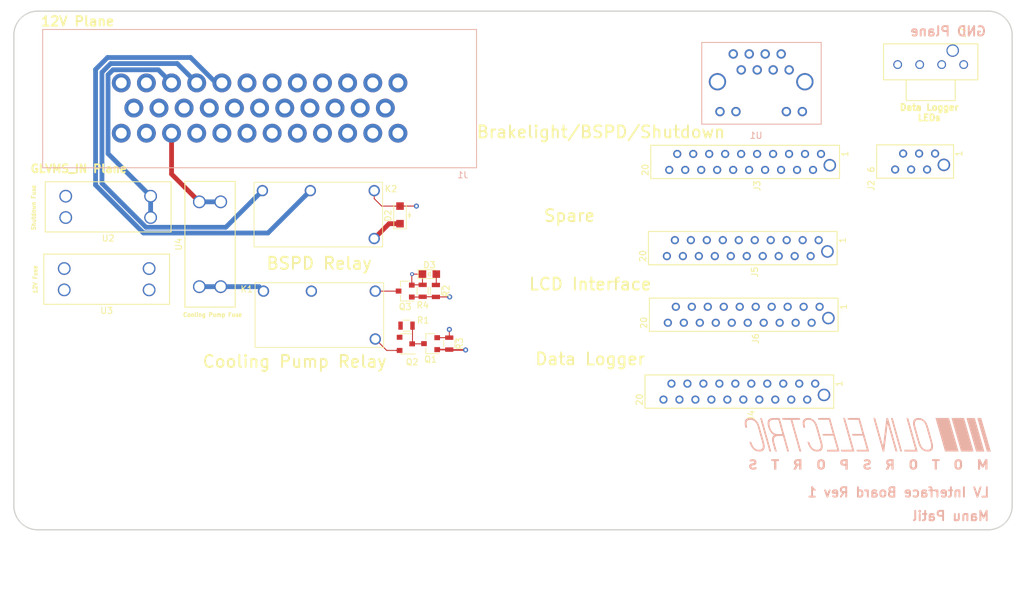
<source format=kicad_pcb>
(kicad_pcb (version 20171130) (host pcbnew 5.0.0-fee4fd1~66~ubuntu18.04.1)

  (general
    (thickness 4.79999)
    (drawings 25)
    (tracks 375)
    (zones 0)
    (modules 23)
    (nets 82)
  )

  (page A4)
  (layers
    (0 F.Cu signal)
    (1 In1.Cu signal)
    (2 In2.Cu signal)
    (31 B.Cu signal)
    (32 B.Adhes user)
    (33 F.Adhes user)
    (34 B.Paste user)
    (35 F.Paste user)
    (36 B.SilkS user)
    (37 F.SilkS user)
    (38 B.Mask user)
    (39 F.Mask user)
    (40 Dwgs.User user)
    (41 Cmts.User user)
    (42 Eco1.User user)
    (43 Eco2.User user)
    (44 Edge.Cuts user)
    (45 Margin user)
    (46 B.CrtYd user)
    (47 F.CrtYd user)
    (48 B.Fab user)
    (49 F.Fab user)
  )

  (setup
    (last_trace_width 0.1524)
    (user_trace_width 0.1524)
    (user_trace_width 0.254)
    (user_trace_width 0.762)
    (trace_clearance 0.1524)
    (zone_clearance 0.508)
    (zone_45_only no)
    (trace_min 0.1524)
    (segment_width 0.2)
    (edge_width 0.2)
    (via_size 0.6096)
    (via_drill 0.3048)
    (via_min_size 0.4)
    (via_min_drill 0.3)
    (uvia_size 0.3)
    (uvia_drill 0.1)
    (uvias_allowed no)
    (uvia_min_size 0.2)
    (uvia_min_drill 0.1)
    (pcb_text_width 0.3)
    (pcb_text_size 1.5 1.5)
    (mod_edge_width 0.15)
    (mod_text_size 1 1)
    (mod_text_width 0.15)
    (pad_size 1.524 1.524)
    (pad_drill 0.762)
    (pad_to_mask_clearance 0.2)
    (aux_axis_origin 0 0)
    (visible_elements FFFFFF7F)
    (pcbplotparams
      (layerselection 0x010fc_ffffffff)
      (usegerberextensions true)
      (usegerberattributes false)
      (usegerberadvancedattributes false)
      (creategerberjobfile false)
      (excludeedgelayer true)
      (linewidth 0.100000)
      (plotframeref false)
      (viasonmask false)
      (mode 1)
      (useauxorigin false)
      (hpglpennumber 1)
      (hpglpenspeed 20)
      (hpglpendiameter 15.000000)
      (psnegative false)
      (psa4output false)
      (plotreference true)
      (plotvalue true)
      (plotinvisibletext false)
      (padsonsilk false)
      (subtractmaskfromsilk false)
      (outputformat 1)
      (mirror false)
      (drillshape 0)
      (scaleselection 1)
      (outputdirectory "Gerb_new/"))
  )

  (net 0 "")
  (net 1 /12V)
  (net 2 "/BSPD Relay")
  (net 3 "Net-(D3-Pad2)")
  (net 4 GND)
  (net 5 "/Brake Pressure Sense")
  (net 6 "/BSPD Current Sense")
  (net 7 "/Cooling Pressure Sense")
  (net 8 /5V)
  (net 9 "/Brake Pressure -")
  (net 10 "/CAN low")
  (net 11 "/CAN high")
  (net 12 "/BSPD Switch +")
  (net 13 "/Cooling Pump")
  (net 14 "/TSMS -> Final Shutdown")
  (net 15 "/Estop -> BSPD")
  (net 16 "/BSPD -> IS")
  (net 17 "/Fuse -> Estop")
  (net 18 /GLVMS_IN)
  (net 19 "/Brake Pressure +")
  (net 20 "/Brakelight LSD")
  (net 21 "/Brake Switch -")
  (net 22 "/Brake Switch +")
  (net 23 /MISO)
  (net 24 /MOSI)
  (net 25 /SCK)
  (net 26 /RESET)
  (net 27 "/Cooling Pump LSD")
  (net 28 "/RJ45 LED1")
  (net 29 "/RJ45 LED2")
  (net 30 "Net-(J4-Pad20)")
  (net 31 "Net-(J4-Pad19)")
  (net 32 "Net-(J4-Pad18)")
  (net 33 "Net-(J4-Pad17)")
  (net 34 "Net-(J4-Pad16)")
  (net 35 "Net-(J4-Pad15)")
  (net 36 "Net-(J4-Pad14)")
  (net 37 "Net-(J4-Pad13)")
  (net 38 "Net-(J4-Pad12)")
  (net 39 "Net-(J4-Pad11)")
  (net 40 "Net-(J4-Pad10)")
  (net 41 "Net-(J4-Pad9)")
  (net 42 "Net-(J4-Pad8)")
  (net 43 "/LED 2")
  (net 44 "Net-(J4-Pad7)")
  (net 45 "/LED 1")
  (net 46 "Net-(J5-Pad5)")
  (net 47 "Net-(J5-Pad7)")
  (net 48 "Net-(J5-Pad6)")
  (net 49 "Net-(J5-Pad8)")
  (net 50 "Net-(J5-Pad9)")
  (net 51 "Net-(J5-Pad10)")
  (net 52 "Net-(J5-Pad11)")
  (net 53 "Net-(J5-Pad12)")
  (net 54 "Net-(J5-Pad13)")
  (net 55 "Net-(J5-Pad14)")
  (net 56 "Net-(J5-Pad15)")
  (net 57 "Net-(J5-Pad16)")
  (net 58 "Net-(J5-Pad17)")
  (net 59 "Net-(J5-Pad18)")
  (net 60 "Net-(J5-Pad19)")
  (net 61 "Net-(J5-Pad20)")
  (net 62 "Net-(J6-Pad20)")
  (net 63 "Net-(J6-Pad19)")
  (net 64 "Net-(J6-Pad18)")
  (net 65 "Net-(J6-Pad17)")
  (net 66 "Net-(J6-Pad16)")
  (net 67 "Net-(J6-Pad15)")
  (net 68 "Net-(J6-Pad14)")
  (net 69 "Net-(J6-Pad13)")
  (net 70 "Net-(J6-Pad12)")
  (net 71 "Net-(J6-Pad11)")
  (net 72 "Net-(J6-Pad10)")
  (net 73 "Net-(J6-Pad9)")
  (net 74 "Net-(J6-Pad8)")
  (net 75 "Net-(J6-Pad6)")
  (net 76 "Net-(J6-Pad7)")
  (net 77 "Net-(J6-Pad5)")
  (net 78 "Net-(K1-Pad5)")
  (net 79 "/Cooling Pump Relay")
  (net 80 "Net-(K1-Pad1)")
  (net 81 "Net-(Q1-Pad3)")

  (net_class Default "This is the default net class."
    (clearance 0.1524)
    (trace_width 0.1524)
    (via_dia 0.6096)
    (via_drill 0.3048)
    (uvia_dia 0.3)
    (uvia_drill 0.1)
    (add_net /12V)
    (add_net /5V)
    (add_net "/BSPD -> IS")
    (add_net "/BSPD Current Sense")
    (add_net "/BSPD Relay")
    (add_net "/BSPD Switch +")
    (add_net "/Brake Pressure +")
    (add_net "/Brake Pressure -")
    (add_net "/Brake Pressure Sense")
    (add_net "/Brake Switch +")
    (add_net "/Brake Switch -")
    (add_net "/Brakelight LSD")
    (add_net "/CAN high")
    (add_net "/CAN low")
    (add_net "/Cooling Pressure Sense")
    (add_net "/Cooling Pump")
    (add_net "/Cooling Pump LSD")
    (add_net "/Cooling Pump Relay")
    (add_net "/Estop -> BSPD")
    (add_net "/Fuse -> Estop")
    (add_net /GLVMS_IN)
    (add_net "/LED 1")
    (add_net "/LED 2")
    (add_net /MISO)
    (add_net /MOSI)
    (add_net /RESET)
    (add_net "/RJ45 LED1")
    (add_net "/RJ45 LED2")
    (add_net /SCK)
    (add_net "/TSMS -> Final Shutdown")
    (add_net GND)
    (add_net "Net-(D3-Pad2)")
    (add_net "Net-(J4-Pad10)")
    (add_net "Net-(J4-Pad11)")
    (add_net "Net-(J4-Pad12)")
    (add_net "Net-(J4-Pad13)")
    (add_net "Net-(J4-Pad14)")
    (add_net "Net-(J4-Pad15)")
    (add_net "Net-(J4-Pad16)")
    (add_net "Net-(J4-Pad17)")
    (add_net "Net-(J4-Pad18)")
    (add_net "Net-(J4-Pad19)")
    (add_net "Net-(J4-Pad20)")
    (add_net "Net-(J4-Pad7)")
    (add_net "Net-(J4-Pad8)")
    (add_net "Net-(J4-Pad9)")
    (add_net "Net-(J5-Pad10)")
    (add_net "Net-(J5-Pad11)")
    (add_net "Net-(J5-Pad12)")
    (add_net "Net-(J5-Pad13)")
    (add_net "Net-(J5-Pad14)")
    (add_net "Net-(J5-Pad15)")
    (add_net "Net-(J5-Pad16)")
    (add_net "Net-(J5-Pad17)")
    (add_net "Net-(J5-Pad18)")
    (add_net "Net-(J5-Pad19)")
    (add_net "Net-(J5-Pad20)")
    (add_net "Net-(J5-Pad5)")
    (add_net "Net-(J5-Pad6)")
    (add_net "Net-(J5-Pad7)")
    (add_net "Net-(J5-Pad8)")
    (add_net "Net-(J5-Pad9)")
    (add_net "Net-(J6-Pad10)")
    (add_net "Net-(J6-Pad11)")
    (add_net "Net-(J6-Pad12)")
    (add_net "Net-(J6-Pad13)")
    (add_net "Net-(J6-Pad14)")
    (add_net "Net-(J6-Pad15)")
    (add_net "Net-(J6-Pad16)")
    (add_net "Net-(J6-Pad17)")
    (add_net "Net-(J6-Pad18)")
    (add_net "Net-(J6-Pad19)")
    (add_net "Net-(J6-Pad20)")
    (add_net "Net-(J6-Pad5)")
    (add_net "Net-(J6-Pad6)")
    (add_net "Net-(J6-Pad7)")
    (add_net "Net-(J6-Pad8)")
    (add_net "Net-(J6-Pad9)")
    (add_net "Net-(K1-Pad1)")
    (add_net "Net-(K1-Pad5)")
    (add_net "Net-(Q1-Pad3)")
  )

  (module footprints:micromatch_female_vert_20 (layer F.Cu) (tedit 5C3D138E) (tstamp 5C6E9062)
    (at 143.05996 39.59438 270)
    (path /5C5883FC)
    (fp_text reference J3 (at 5.08 5.08 270) (layer F.SilkS)
      (effects (font (size 1 1) (thickness 0.15)))
    )
    (fp_text value MM_F_VT_20 (at 6.35 0) (layer F.Fab) hide
      (effects (font (size 1 1) (thickness 0.15)))
    )
    (fp_line (start 3.92 21.99) (end 3.92 -8.02) (layer F.SilkS) (width 0.15))
    (fp_line (start -1.38 21.99) (end -1.38 -8.02) (layer F.SilkS) (width 0.15))
    (fp_line (start -1.38 -8.02) (end 3.92 -8.02) (layer F.SilkS) (width 0.15))
    (fp_line (start -1.38 21.99) (end 3.92 21.99) (layer F.SilkS) (width 0.15))
    (fp_text user 1 (at 0 -8.89 270) (layer F.SilkS)
      (effects (font (size 1 1) (thickness 0.15)))
    )
    (fp_text user 20 (at 2.54 22.86 270) (layer F.SilkS)
      (effects (font (size 1 1) (thickness 0.15)))
    )
    (pad 21 thru_hole circle (at 1.8 -6.48 270) (size 2 2) (drill 1.5) (layers *.Cu *.Mask))
    (pad 20 thru_hole circle (at 2.54 19.05 270) (size 1.3 1.3) (drill 0.8) (layers *.Cu *.Mask)
      (net 29 "/RJ45 LED2"))
    (pad 19 thru_hole circle (at 0 17.78 270) (size 1.3 1.3) (drill 0.8) (layers *.Cu *.Mask)
      (net 28 "/RJ45 LED1"))
    (pad 18 thru_hole circle (at 2.54 16.51 270) (size 1.3 1.3) (drill 0.8) (layers *.Cu *.Mask)
      (net 12 "/BSPD Switch +"))
    (pad 17 thru_hole circle (at 0 15.24 270) (size 1.3 1.3) (drill 0.8) (layers *.Cu *.Mask)
      (net 9 "/Brake Pressure -"))
    (pad 16 thru_hole circle (at 2.54 13.97 270) (size 1.3 1.3) (drill 0.8) (layers *.Cu *.Mask)
      (net 5 "/Brake Pressure Sense"))
    (pad 15 thru_hole circle (at 0 12.7 270) (size 1.3 1.3) (drill 0.8) (layers *.Cu *.Mask)
      (net 19 "/Brake Pressure +"))
    (pad 14 thru_hole circle (at 2.54 11.43 270) (size 1.3 1.3) (drill 0.8) (layers *.Cu *.Mask)
      (net 20 "/Brakelight LSD"))
    (pad 13 thru_hole circle (at 0 10.16 270) (size 1.3 1.3) (drill 0.8) (layers *.Cu *.Mask)
      (net 27 "/Cooling Pump LSD"))
    (pad 12 thru_hole circle (at 2.54 8.89 270) (size 1.3 1.3) (drill 0.8) (layers *.Cu *.Mask)
      (net 26 /RESET))
    (pad 11 thru_hole circle (at 0 7.62 270) (size 1.3 1.3) (drill 0.8) (layers *.Cu *.Mask)
      (net 25 /SCK))
    (pad 10 thru_hole circle (at 2.54 6.35 270) (size 1.3 1.3) (drill 0.8) (layers *.Cu *.Mask)
      (net 24 /MOSI))
    (pad 9 thru_hole circle (at 0 5.08 270) (size 1.3 1.3) (drill 0.8) (layers *.Cu *.Mask)
      (net 23 /MISO))
    (pad 8 thru_hole circle (at 2.54 3.81 270) (size 1.3 1.3) (drill 0.8) (layers *.Cu *.Mask)
      (net 8 /5V))
    (pad 6 thru_hole circle (at 2.54 1.27 270) (size 1.3 1.3) (drill 0.8) (layers *.Cu *.Mask)
      (net 11 "/CAN high"))
    (pad 4 thru_hole circle (at 2.54 -1.27 270) (size 1.3 1.3) (drill 0.8) (layers *.Cu *.Mask)
      (net 22 "/Brake Switch +"))
    (pad 2 thru_hole circle (at 2.54 -3.81 270) (size 1.3 1.3) (drill 0.8) (layers *.Cu *.Mask)
      (net 1 /12V))
    (pad 7 thru_hole circle (at 0 2.54 270) (size 1.3 1.3) (drill 0.8) (layers *.Cu *.Mask)
      (net 10 "/CAN low"))
    (pad 1 thru_hole circle (at 0 -5.08 270) (size 1.3 1.3) (drill 0.8) (layers *.Cu *.Mask)
      (net 4 GND))
    (pad 3 thru_hole circle (at 0 -2.54 270) (size 1.3 1.3) (drill 0.8) (layers *.Cu *.Mask)
      (net 2 "/BSPD Relay"))
    (pad 5 thru_hole circle (at 0 0 270) (size 1.3 1.3) (drill 0.8) (layers *.Cu *.Mask)
      (net 21 "/Brake Switch -"))
    (model ${LOCAL_DIR}/OEM_Preferred_Parts/3DModels/micromatch-female-vert-20/micromatch-female-vert-20.step
      (at (xyz 0 0 0))
      (scale (xyz 1 1 1))
      (rotate (xyz 0 0 0))
    )
  )

  (module footprints:Ampseal_35 (layer B.Cu) (tedit 5C8B01DC) (tstamp 5C662FED)
    (at 87.3633 32.7914 180)
    (path /5C58759B)
    (fp_text reference J1 (at -3.81 -10.16 180) (layer B.SilkS)
      (effects (font (size 1 1) (thickness 0.15)) (justify mirror))
    )
    (fp_text value Ampseal_35_VT (at -1.524 13.97 180) (layer B.Fab)
      (effects (font (size 1 1) (thickness 0.15)) (justify mirror))
    )
    (fp_line (start -6 -9) (end -6 13) (layer B.SilkS) (width 0.15))
    (fp_line (start 63 -9) (end -6 -9) (layer B.SilkS) (width 0.15))
    (fp_line (start 63 13) (end 63 -9) (layer B.SilkS) (width 0.15))
    (fp_line (start -6 13) (end 63 13) (layer B.SilkS) (width 0.15))
    (pad 12 thru_hole circle (at 50.5 4.5 180) (size 3 3) (drill 1.75) (layers *.Cu *.Mask)
      (net 4 GND))
    (pad 23 thru_hole circle (at 48.5 0.5 180) (size 3 3) (drill 1.75) (layers *.Cu *.Mask)
      (net 4 GND))
    (pad 35 thru_hole circle (at 50.5 -3.5 180) (size 3 3) (drill 1.75) (layers *.Cu *.Mask)
      (net 18 /GLVMS_IN))
    (pad 11 thru_hole circle (at 46.5 4.5 180) (size 3 3) (drill 1.75) (layers *.Cu *.Mask)
      (net 1 /12V))
    (pad 22 thru_hole circle (at 44.5 0.5 180) (size 3 3) (drill 1.75) (layers *.Cu *.Mask)
      (net 10 "/CAN low"))
    (pad 34 thru_hole circle (at 46.5 -3.5 180) (size 3 3) (drill 1.75) (layers *.Cu *.Mask)
      (net 4 GND))
    (pad 10 thru_hole circle (at 42.5 4.5 180) (size 3 3) (drill 1.75) (layers *.Cu *.Mask)
      (net 17 "/Fuse -> Estop"))
    (pad 21 thru_hole circle (at 40.5 0.5 180) (size 3 3) (drill 1.75) (layers *.Cu *.Mask)
      (net 11 "/CAN high"))
    (pad 33 thru_hole circle (at 42.5 -3.5 180) (size 3 3) (drill 1.75) (layers *.Cu *.Mask)
      (net 13 "/Cooling Pump"))
    (pad 9 thru_hole circle (at 38.5 4.5 180) (size 3 3) (drill 1.75) (layers *.Cu *.Mask)
      (net 15 "/Estop -> BSPD"))
    (pad 32 thru_hole circle (at 38.5 -3.5 180) (size 3 3) (drill 1.75) (layers *.Cu *.Mask)
      (net 4 GND))
    (pad 20 thru_hole circle (at 36.5 0.5 180) (size 3 3) (drill 1.75) (layers *.Cu *.Mask)
      (net 12 "/BSPD Switch +"))
    (pad 8 thru_hole circle (at 34.5 4.5 180) (size 3 3) (drill 1.75) (layers *.Cu *.Mask)
      (net 16 "/BSPD -> IS"))
    (pad "" np_thru_hole circle (at 0 0 180) (size 2.85 2.85) (drill 2.85) (layers *.Cu *.Mask))
    (pad 1 thru_hole circle (at 6.5 4.5 180) (size 3 3) (drill 1.75) (layers *.Cu *.Mask)
      (net 1 /12V))
    (pad 13 thru_hole circle (at 8.5 0.5 180) (size 3 3) (drill 1.75) (layers *.Cu *.Mask)
      (net 22 "/Brake Switch +"))
    (pad 24 thru_hole circle (at 6.5 -3.5 180) (size 3 3) (drill 1.75) (layers *.Cu *.Mask)
      (net 21 "/Brake Switch -"))
    (pad 2 thru_hole circle (at 10.5 4.5 180) (size 3 3) (drill 1.75) (layers *.Cu *.Mask)
      (net 4 GND))
    (pad 3 thru_hole circle (at 14.5 4.5 180) (size 3 3) (drill 1.75) (layers *.Cu *.Mask)
      (net 4 GND))
    (pad 5 thru_hole circle (at 22.5 4.5 180) (size 3 3) (drill 1.75) (layers *.Cu *.Mask)
      (net 10 "/CAN low"))
    (pad 4 thru_hole circle (at 18.5 4.5 180) (size 3 3) (drill 1.75) (layers *.Cu *.Mask)
      (net 11 "/CAN high"))
    (pad 6 thru_hole circle (at 26.5 4.5 180) (size 3 3) (drill 1.75) (layers *.Cu *.Mask)
      (net 14 "/TSMS -> Final Shutdown"))
    (pad 7 thru_hole circle (at 30.5 4.5 180) (size 3 3) (drill 1.75) (layers *.Cu *.Mask)
      (net 14 "/TSMS -> Final Shutdown"))
    (pad 19 thru_hole circle (at 32.5 0.5 180) (size 3 3) (drill 1.75) (layers *.Cu *.Mask)
      (net 8 /5V))
    (pad 18 thru_hole circle (at 28.5 0.5 180) (size 3 3) (drill 1.75) (layers *.Cu *.Mask)
      (net 6 "/BSPD Current Sense"))
    (pad 16 thru_hole circle (at 20.5 0.5 180) (size 3 3) (drill 1.75) (layers *.Cu *.Mask)
      (net 4 GND))
    (pad 17 thru_hole circle (at 24.5 0.5 180) (size 3 3) (drill 1.75) (layers *.Cu *.Mask)
      (net 1 /12V))
    (pad 15 thru_hole circle (at 16.5 0.5 180) (size 3 3) (drill 1.75) (layers *.Cu *.Mask)
      (net 10 "/CAN low"))
    (pad 14 thru_hole circle (at 12.5 0.5 180) (size 3 3) (drill 1.75) (layers *.Cu *.Mask)
      (net 11 "/CAN high"))
    (pad 30 thru_hole circle (at 30.5 -3.5 180) (size 3 3) (drill 1.75) (layers *.Cu *.Mask)
      (net 8 /5V))
    (pad 29 thru_hole circle (at 26.5 -3.5 180) (size 3 3) (drill 1.75) (layers *.Cu *.Mask)
      (net 9 "/Brake Pressure -"))
    (pad 28 thru_hole circle (at 22.5 -3.5 180) (size 3 3) (drill 1.75) (layers *.Cu *.Mask)
      (net 5 "/Brake Pressure Sense"))
    (pad 27 thru_hole circle (at 18.5 -3.5 180) (size 3 3) (drill 1.75) (layers *.Cu *.Mask)
      (net 19 "/Brake Pressure +"))
    (pad 26 thru_hole circle (at 14.5 -3.5 180) (size 3 3) (drill 1.75) (layers *.Cu *.Mask)
      (net 20 "/Brakelight LSD"))
    (pad 25 thru_hole circle (at 10.5 -3.5 180) (size 3 3) (drill 1.75) (layers *.Cu *.Mask)
      (net 1 /12V))
    (pad 31 thru_hole circle (at 34.5 -3.5 180) (size 3 3) (drill 1.75) (layers *.Cu *.Mask)
      (net 7 "/Cooling Pressure Sense"))
    (pad "" np_thru_hole circle (at -3.2 11.3 180) (size 2 2) (drill 2) (layers *.Cu *.Mask))
    (pad "" np_thru_hole circle (at 60.2 11.3 180) (size 2 2) (drill 2) (layers *.Cu *.Mask))
    (pad "" np_thru_hole circle (at -4.7 -6.8 180) (size 2 2) (drill 2) (layers *.Cu *.Mask))
    (pad "" np_thru_hole circle (at 61.7 -6.8 180) (size 2 2) (drill 2) (layers *.Cu *.Mask))
    (pad "" np_thru_hole circle (at 57 0 180) (size 2.85 2.85) (drill 2.85) (layers *.Cu *.Mask))
    (model ${LOCAL_DIR}/OEM_Preferred_Parts/3DModels/Ampseal-35/C-1-776231-4.step
      (at (xyz 0 0 0))
      (scale (xyz 1 1 1))
      (rotate (xyz 0 0 0))
    )
  )

  (module footprints:RJ45-Vertical (layer B.Cu) (tedit 5C8B020C) (tstamp 5C663162)
    (at 145.1737 32.8549 180)
    (path /5C588B16)
    (fp_text reference U1 (at 7.366 -3.81 180) (layer B.SilkS)
      (effects (font (size 1 1) (thickness 0.15)) (justify mirror))
    )
    (fp_text value RJ45_VT (at 6.4516 13.0048 180) (layer B.Fab)
      (effects (font (size 1 1) (thickness 0.15)) (justify mirror))
    )
    (fp_line (start 16 0) (end 16 11) (layer B.SilkS) (width 0.15))
    (fp_line (start 16 11) (end -3 11) (layer B.SilkS) (width 0.15))
    (fp_line (start -3 11) (end -3 -2) (layer B.SilkS) (width 0.15))
    (fp_line (start -3 -2) (end 16 -2) (layer B.SilkS) (width 0.15))
    (fp_line (start 16 -2) (end 16 0) (layer B.SilkS) (width 0.15))
    (pad 14 thru_hole circle (at 13.5 4.75 180) (size 2.75 2.75) (drill 2.18) (layers *.Cu *.Mask)
      (net 4 GND))
    (pad 13 thru_hole circle (at -0.4 4.75 180) (size 2.75 2.75) (drill 2.18) (layers *.Cu *.Mask)
      (net 4 GND))
    (pad 8 thru_hole circle (at 10.99 9.17 180) (size 1.5 1.5) (drill 0.95) (layers *.Cu *.Mask)
      (net 4 GND))
    (pad 6 thru_hole circle (at 8.45 9.17 180) (size 1.5 1.5) (drill 0.95) (layers *.Cu *.Mask B.Paste)
      (net 24 /MOSI))
    (pad 4 thru_hole circle (at 5.91 9.17 180) (size 1.5 1.5) (drill 0.95) (layers *.Cu *.Mask)
      (net 25 /SCK))
    (pad 2 thru_hole circle (at 3.37 9.17 180) (size 1.5 1.5) (drill 0.95) (layers *.Cu *.Mask)
      (net 11 "/CAN high"))
    (pad 7 thru_hole circle (at 9.72 6.63 180) (size 1.5 1.5) (drill 0.95) (layers *.Cu *.Mask)
      (net 8 /5V))
    (pad 5 thru_hole circle (at 7.18 6.63 180) (size 1.5 1.5) (drill 0.95) (layers *.Cu *.Mask)
      (net 23 /MISO))
    (pad 3 thru_hole circle (at 4.64 6.63 180) (size 1.5 1.5) (drill 0.95) (layers *.Cu *.Mask)
      (net 26 /RESET))
    (pad 1 thru_hole circle (at 2.1 6.63 180) (size 1.5 1.5) (drill 0.95) (layers *.Cu *.Mask)
      (net 10 "/CAN low"))
    (pad 10 thru_hole circle (at 10.56 0 180) (size 1.5 1.5) (drill 0.95) (layers *.Cu *.Mask)
      (net 28 "/RJ45 LED1"))
    (pad 9 thru_hole circle (at 13.1 0 180) (size 1.5 1.5) (drill 0.95) (layers *.Cu *.Mask)
      (net 4 GND))
    (pad 11 thru_hole circle (at 2.54 0 180) (size 1.5 1.5) (drill 0.95) (layers *.Cu *.Mask)
      (net 4 GND))
    (pad 12 thru_hole circle (at 0 0 180) (size 1.5 1.5) (drill 0.95) (layers *.Cu *.Mask)
      (net 29 "/RJ45 LED2"))
    (model ${LOCAL_DIR}/OEM_Preferred_Parts/3DModels/rj45-vert/rj45-vert.step
      (at (xyz 0 0 0))
      (scale (xyz 1 1 1))
      (rotate (xyz 0 0 0))
    )
  )

  (module footprints:micromatch_female_vert_6 (layer F.Cu) (tedit 5C8B0EAA) (tstamp 5C6E69F4)
    (at 161.2011 39.5351 270)
    (path /5C58912B)
    (fp_text reference J2 (at 5.08 5.08 270) (layer F.SilkS)
      (effects (font (size 1 1) (thickness 0.15)))
    )
    (fp_text value MM_F_VT_06 (at 6.35 0) (layer F.Fab) hide
      (effects (font (size 1 1) (thickness 0.15)))
    )
    (fp_line (start 3.92 4.21) (end 3.92 -8.02) (layer F.SilkS) (width 0.15))
    (fp_line (start -1.38 4.21) (end -1.38 -8.02) (layer F.SilkS) (width 0.15))
    (fp_line (start -1.38 -8.02) (end 3.92 -8.02) (layer F.SilkS) (width 0.15))
    (fp_line (start -1.38 4.21) (end 3.92 4.21) (layer F.SilkS) (width 0.15))
    (fp_text user 1 (at 0 -8.89 270) (layer F.SilkS)
      (effects (font (size 1 1) (thickness 0.15)))
    )
    (fp_text user 6 (at 2.54 5.08 270) (layer F.SilkS)
      (effects (font (size 1 1) (thickness 0.15)))
    )
    (pad 7 thru_hole circle (at 1.8 -6.48 270) (size 2 2) (drill 1.5) (layers *.Cu *.Mask))
    (pad 6 thru_hole circle (at 2.54 1.27 270) (size 1.3 1.3) (drill 0.8) (layers *.Cu *.Mask)
      (net 7 "/Cooling Pressure Sense"))
    (pad 4 thru_hole circle (at 2.54 -1.27 270) (size 1.3 1.3) (drill 0.8) (layers *.Cu *.Mask)
      (net 14 "/TSMS -> Final Shutdown"))
    (pad 2 thru_hole circle (at 2.54 -3.81 270) (size 1.3 1.3) (drill 0.8) (layers *.Cu *.Mask)
      (net 15 "/Estop -> BSPD"))
    (pad 1 thru_hole circle (at 0 -5.08 270) (size 1.3 1.3) (drill 0.8) (layers *.Cu *.Mask)
      (net 17 "/Fuse -> Estop"))
    (pad 3 thru_hole circle (at 0 -2.54 270) (size 1.3 1.3) (drill 0.8) (layers *.Cu *.Mask)
      (net 16 "/BSPD -> IS"))
    (pad 5 thru_hole circle (at 0 0 270) (size 1.3 1.3) (drill 0.8) (layers *.Cu *.Mask)
      (net 6 "/BSPD Current Sense"))
    (model ${LOCAL_DIR}/OEM_Preferred_Parts/3DModels/MicroMatch_Female_VT_6/MM_F_VT_6.stp
      (offset (xyz 1.269999980926514 1.904999971389771 0))
      (scale (xyz 1 1 1))
      (rotate (xyz -90 0 90))
    )
  )

  (module footprints:Fuse_Block_Holder (layer F.Cu) (tedit 5C870CA7) (tstamp 5C6E6B8C)
    (at 50.98288 53.96992 270)
    (path /5C5C0B9D)
    (fp_text reference U4 (at 0 5 270) (layer F.SilkS)
      (effects (font (size 1 1) (thickness 0.15)))
    )
    (fp_text value Fuse_Holder_Blade (at 0 -5 270) (layer F.Fab)
      (effects (font (size 1 1) (thickness 0.15)))
    )
    (fp_line (start 0 4) (end 10 4) (layer F.SilkS) (width 0.15))
    (fp_line (start 10 4) (end 10 -4) (layer F.SilkS) (width 0.15))
    (fp_line (start 10 -4) (end -10 -4) (layer F.SilkS) (width 0.15))
    (fp_line (start -10 -4) (end -10 4) (layer F.SilkS) (width 0.15))
    (fp_line (start -10 4) (end -1 4) (layer F.SilkS) (width 0.15))
    (fp_line (start -1 4) (end 0 4) (layer F.SilkS) (width 0.15))
    (pad 1 thru_hole circle (at -6.75 1.7 270) (size 2.032 2.032) (drill 1.6002) (layers *.Cu *.Mask)
      (net 13 "/Cooling Pump"))
    (pad 1 thru_hole circle (at -6.75 -1.7) (size 2.032 2.032) (drill 1.6002) (layers *.Cu *.Mask)
      (net 13 "/Cooling Pump"))
    (pad 2 thru_hole circle (at 6.75 -1.7 270) (size 2.032 2.032) (drill 1.6002) (layers *.Cu *.Mask)
      (net 79 "/Cooling Pump Relay"))
    (pad 2 thru_hole circle (at 6.75 1.7 270) (size 2.032 2.032) (drill 1.6002) (layers *.Cu *.Mask)
      (net 79 "/Cooling Pump Relay"))
    (model ${LOCAL_DIR}/OEM_Preferred_Parts/3DModels/fuse_block_3557_2/Fuse_3557-2.step
      (offset (xyz 0 -0.3809999942779541 3.809999942779541))
      (scale (xyz 1 1 1))
      (rotate (xyz -90 0 0))
    )
  )

  (module footprints:D_SOD-123W_OEM (layer F.Cu) (tedit 5C16A992) (tstamp 5CBE8331)
    (at 81.19618 49.29632 90)
    (descr D_SOD-123F)
    (tags D_SOD-123F)
    (path /5C59F52B)
    (attr smd)
    (fp_text reference D2 (at -0.127 -1.905 90) (layer F.SilkS)
      (effects (font (size 1 1) (thickness 0.15)))
    )
    (fp_text value SS110LW (at -0.25 2.1 90) (layer F.Fab) hide
      (effects (font (size 1 1) (thickness 0.25)))
    )
    (fp_line (start -2.2 -1) (end 1.65 -1) (layer F.SilkS) (width 0.12))
    (fp_line (start -2.2 1) (end 1.65 1) (layer F.SilkS) (width 0.12))
    (fp_line (start -2.3 -1.15) (end -2.3 1.15) (layer F.CrtYd) (width 0.05))
    (fp_line (start 2.2 1.15) (end -2.3 1.15) (layer F.CrtYd) (width 0.05))
    (fp_line (start 2.2 -1.15) (end 2.2 1.15) (layer F.CrtYd) (width 0.05))
    (fp_line (start -2.3 -1.15) (end 2.2 -1.15) (layer F.CrtYd) (width 0.05))
    (fp_line (start -1.4 -0.9) (end 1.4 -0.9) (layer F.Fab) (width 0.1))
    (fp_line (start 1.4 -0.9) (end 1.4 0.9) (layer F.Fab) (width 0.1))
    (fp_line (start 1.4 0.9) (end -1.4 0.9) (layer F.Fab) (width 0.1))
    (fp_line (start -1.4 0.9) (end -1.4 -0.9) (layer F.Fab) (width 0.1))
    (fp_line (start -0.75 0) (end -0.35 0) (layer F.Fab) (width 0.1))
    (fp_line (start -0.35 0) (end -0.35 -0.55) (layer F.Fab) (width 0.1))
    (fp_line (start -0.35 0) (end -0.35 0.55) (layer F.Fab) (width 0.1))
    (fp_line (start -0.35 0) (end 0.25 -0.4) (layer F.Fab) (width 0.1))
    (fp_line (start 0.25 -0.4) (end 0.25 0.4) (layer F.Fab) (width 0.1))
    (fp_line (start 0.25 0.4) (end -0.35 0) (layer F.Fab) (width 0.1))
    (fp_line (start 0.25 0) (end 0.75 0) (layer F.Fab) (width 0.1))
    (fp_line (start -2.2 -1) (end -2.2 1) (layer F.SilkS) (width 0.12))
    (fp_text user %R (at -0.127 -1.905 90) (layer F.Fab) hide
      (effects (font (size 1 1) (thickness 0.15)))
    )
    (fp_line (start -0.2 1.25) (end -0.2 1.75) (layer F.SilkS) (width 0.1))
    (fp_line (start -0.2 1.5) (end -0.2 1.25) (layer F.SilkS) (width 0.1))
    (fp_line (start -0.6 1.5) (end -0.2 1.5) (layer F.SilkS) (width 0.1))
    (fp_line (start 0.1 1.7) (end -0.2 1.5) (layer F.SilkS) (width 0.1))
    (fp_line (start 0.1 1.3) (end 0.1 1.7) (layer F.SilkS) (width 0.1))
    (fp_line (start -0.2 1.5) (end 0.1 1.3) (layer F.SilkS) (width 0.1))
    (fp_line (start 0.1 1.5) (end 0.5 1.5) (layer F.SilkS) (width 0.1))
    (pad 2 smd rect (at 1.4 0 90) (size 1.2 1.2) (layers F.Cu F.Paste F.Mask)
      (net 2 "/BSPD Relay"))
    (pad 1 smd rect (at -1.4 0 90) (size 1.2 1.2) (layers F.Cu F.Paste F.Mask)
      (net 1 /12V))
    (model ${LOCAL_DIR}/OEM_Preferred_Parts/3DModels/SOD-123_OEM/SOD-123.step
      (at (xyz 0 0 0))
      (scale (xyz 1 1 1))
      (rotate (xyz 0 0 0))
    )
  )

  (module footprints:LED_0805_OEM (layer F.Cu) (tedit 5C3D84D8) (tstamp 5CBE8273)
    (at 85.8647 58.72226)
    (descr "LED 0805 smd package")
    (tags "LED led 0805 SMD smd SMT smt smdled SMDLED smtled SMTLED")
    (path /5C5DB836)
    (attr smd)
    (fp_text reference D3 (at 0 -1.45) (layer F.SilkS)
      (effects (font (size 1 1) (thickness 0.15)))
    )
    (fp_text value LED_0805 (at 0.508 2.032) (layer F.Fab) hide
      (effects (font (size 1 1) (thickness 0.15)))
    )
    (fp_line (start -1.95 -0.85) (end 1.95 -0.85) (layer F.CrtYd) (width 0.05))
    (fp_line (start -1.95 0.85) (end -1.95 -0.85) (layer F.CrtYd) (width 0.05))
    (fp_line (start 1.95 0.85) (end -1.95 0.85) (layer F.CrtYd) (width 0.05))
    (fp_line (start 1.95 -0.85) (end 1.95 0.85) (layer F.CrtYd) (width 0.05))
    (fp_line (start -1.8 -0.7) (end 1 -0.7) (layer F.SilkS) (width 0.12))
    (fp_line (start -1.8 0.7) (end 1 0.7) (layer F.SilkS) (width 0.12))
    (fp_line (start -1 0.6) (end -1 -0.6) (layer F.Fab) (width 0.1))
    (fp_line (start -1 -0.6) (end 1 -0.6) (layer F.Fab) (width 0.1))
    (fp_line (start 1 -0.6) (end 1 0.6) (layer F.Fab) (width 0.1))
    (fp_line (start 1 0.6) (end -1 0.6) (layer F.Fab) (width 0.1))
    (fp_line (start -1.8 -0.7) (end -1.8 0.7) (layer F.SilkS) (width 0.12))
    (fp_line (start -0.2 0) (end 0.1 -0.3) (layer F.SilkS) (width 0.1))
    (fp_line (start 0.1 -0.3) (end 0.15 -0.35) (layer F.SilkS) (width 0.1))
    (fp_line (start 0.15 -0.35) (end 0.15 0.3) (layer F.SilkS) (width 0.1))
    (fp_line (start 0.15 0.35) (end 0.15 0.3) (layer F.SilkS) (width 0.1))
    (fp_line (start 0.15 0.3) (end 0.15 0.35) (layer F.SilkS) (width 0.1))
    (fp_line (start 0.15 0.35) (end -0.2 0) (layer F.SilkS) (width 0.1))
    (fp_line (start -0.2 0) (end -0.2 -0.35) (layer F.SilkS) (width 0.1))
    (fp_line (start -0.2 0.35) (end -0.2 0) (layer F.SilkS) (width 0.1))
    (pad 1 smd rect (at -1.1 0 180) (size 1.2 1.2) (layers F.Cu F.Paste F.Mask)
      (net 4 GND))
    (pad 2 smd rect (at 1.1 0 180) (size 1.2 1.2) (layers F.Cu F.Paste F.Mask)
      (net 3 "Net-(D3-Pad2)"))
    (model "${LOCAL_DIR}/OEM_Preferred_Parts/3DModels/LED_0805/LED 0805 Base GREEN001_sp.wrl"
      (at (xyz 0 0 0))
      (scale (xyz 1 1 1))
      (rotate (xyz 0 0 180))
    )
    (model "${LOCAL_DIR}/OEM_Preferred_Parts/3DModels/LED_0805/LED 0805 Base GREEN001_sp.step"
      (at (xyz 0 0 0))
      (scale (xyz 1 1 1))
      (rotate (xyz 0 0 0))
    )
  )

  (module footprints:micromatch_female_vert_20 (layer F.Cu) (tedit 5C3D138E) (tstamp 5C6E6A32)
    (at 142.1384 76.1492 270)
    (path /5C5887E1)
    (fp_text reference J4 (at 5.08 5.08 270) (layer F.SilkS)
      (effects (font (size 1 1) (thickness 0.15)))
    )
    (fp_text value MM_F_VT_20 (at 6.35 0) (layer F.Fab) hide
      (effects (font (size 1 1) (thickness 0.15)))
    )
    (fp_line (start 3.92 21.99) (end 3.92 -8.02) (layer F.SilkS) (width 0.15))
    (fp_line (start -1.38 21.99) (end -1.38 -8.02) (layer F.SilkS) (width 0.15))
    (fp_line (start -1.38 -8.02) (end 3.92 -8.02) (layer F.SilkS) (width 0.15))
    (fp_line (start -1.38 21.99) (end 3.92 21.99) (layer F.SilkS) (width 0.15))
    (fp_text user 1 (at 0 -8.89 270) (layer F.SilkS)
      (effects (font (size 1 1) (thickness 0.15)))
    )
    (fp_text user 20 (at 2.54 22.86 270) (layer F.SilkS)
      (effects (font (size 1 1) (thickness 0.15)))
    )
    (pad 21 thru_hole circle (at 1.8 -6.48 270) (size 2 2) (drill 1.5) (layers *.Cu *.Mask))
    (pad 20 thru_hole circle (at 2.54 19.05 270) (size 1.3 1.3) (drill 0.8) (layers *.Cu *.Mask)
      (net 30 "Net-(J4-Pad20)"))
    (pad 19 thru_hole circle (at 0 17.78 270) (size 1.3 1.3) (drill 0.8) (layers *.Cu *.Mask)
      (net 31 "Net-(J4-Pad19)"))
    (pad 18 thru_hole circle (at 2.54 16.51 270) (size 1.3 1.3) (drill 0.8) (layers *.Cu *.Mask)
      (net 32 "Net-(J4-Pad18)"))
    (pad 17 thru_hole circle (at 0 15.24 270) (size 1.3 1.3) (drill 0.8) (layers *.Cu *.Mask)
      (net 33 "Net-(J4-Pad17)"))
    (pad 16 thru_hole circle (at 2.54 13.97 270) (size 1.3 1.3) (drill 0.8) (layers *.Cu *.Mask)
      (net 34 "Net-(J4-Pad16)"))
    (pad 15 thru_hole circle (at 0 12.7 270) (size 1.3 1.3) (drill 0.8) (layers *.Cu *.Mask)
      (net 35 "Net-(J4-Pad15)"))
    (pad 14 thru_hole circle (at 2.54 11.43 270) (size 1.3 1.3) (drill 0.8) (layers *.Cu *.Mask)
      (net 36 "Net-(J4-Pad14)"))
    (pad 13 thru_hole circle (at 0 10.16 270) (size 1.3 1.3) (drill 0.8) (layers *.Cu *.Mask)
      (net 37 "Net-(J4-Pad13)"))
    (pad 12 thru_hole circle (at 2.54 8.89 270) (size 1.3 1.3) (drill 0.8) (layers *.Cu *.Mask)
      (net 38 "Net-(J4-Pad12)"))
    (pad 11 thru_hole circle (at 0 7.62 270) (size 1.3 1.3) (drill 0.8) (layers *.Cu *.Mask)
      (net 39 "Net-(J4-Pad11)"))
    (pad 10 thru_hole circle (at 2.54 6.35 270) (size 1.3 1.3) (drill 0.8) (layers *.Cu *.Mask)
      (net 40 "Net-(J4-Pad10)"))
    (pad 9 thru_hole circle (at 0 5.08 270) (size 1.3 1.3) (drill 0.8) (layers *.Cu *.Mask)
      (net 41 "Net-(J4-Pad9)"))
    (pad 8 thru_hole circle (at 2.54 3.81 270) (size 1.3 1.3) (drill 0.8) (layers *.Cu *.Mask)
      (net 42 "Net-(J4-Pad8)"))
    (pad 6 thru_hole circle (at 2.54 1.27 270) (size 1.3 1.3) (drill 0.8) (layers *.Cu *.Mask)
      (net 43 "/LED 2"))
    (pad 4 thru_hole circle (at 2.54 -1.27 270) (size 1.3 1.3) (drill 0.8) (layers *.Cu *.Mask)
      (net 10 "/CAN low"))
    (pad 2 thru_hole circle (at 2.54 -3.81 270) (size 1.3 1.3) (drill 0.8) (layers *.Cu *.Mask)
      (net 1 /12V))
    (pad 7 thru_hole circle (at 0 2.54 270) (size 1.3 1.3) (drill 0.8) (layers *.Cu *.Mask)
      (net 44 "Net-(J4-Pad7)"))
    (pad 1 thru_hole circle (at 0 -5.08 270) (size 1.3 1.3) (drill 0.8) (layers *.Cu *.Mask)
      (net 4 GND))
    (pad 3 thru_hole circle (at 0 -2.54 270) (size 1.3 1.3) (drill 0.8) (layers *.Cu *.Mask)
      (net 11 "/CAN high"))
    (pad 5 thru_hole circle (at 0 0 270) (size 1.3 1.3) (drill 0.8) (layers *.Cu *.Mask)
      (net 45 "/LED 1"))
    (model ${LOCAL_DIR}/OEM_Preferred_Parts/3DModels/micromatch-female-vert-20/micromatch-female-vert-20.step
      (at (xyz 0 0 0))
      (scale (xyz 1 1 1))
      (rotate (xyz 0 0 0))
    )
  )

  (module footprints:micromatch_female_vert_20 (layer F.Cu) (tedit 5C3D138E) (tstamp 5C6E6A51)
    (at 142.6845 53.3146 270)
    (path /5C58898D)
    (fp_text reference J5 (at 5.08 5.08 270) (layer F.SilkS)
      (effects (font (size 1 1) (thickness 0.15)))
    )
    (fp_text value MM_F_VT_20 (at 6.35 0) (layer F.Fab) hide
      (effects (font (size 1 1) (thickness 0.15)))
    )
    (fp_line (start 3.92 21.99) (end 3.92 -8.02) (layer F.SilkS) (width 0.15))
    (fp_line (start -1.38 21.99) (end -1.38 -8.02) (layer F.SilkS) (width 0.15))
    (fp_line (start -1.38 -8.02) (end 3.92 -8.02) (layer F.SilkS) (width 0.15))
    (fp_line (start -1.38 21.99) (end 3.92 21.99) (layer F.SilkS) (width 0.15))
    (fp_text user 1 (at 0 -8.89 270) (layer F.SilkS)
      (effects (font (size 1 1) (thickness 0.15)))
    )
    (fp_text user 20 (at 2.54 22.86 270) (layer F.SilkS)
      (effects (font (size 1 1) (thickness 0.15)))
    )
    (pad 21 thru_hole circle (at 1.8 -6.48 270) (size 2 2) (drill 1.5) (layers *.Cu *.Mask))
    (pad 20 thru_hole circle (at 2.54 19.05 270) (size 1.3 1.3) (drill 0.8) (layers *.Cu *.Mask)
      (net 61 "Net-(J5-Pad20)"))
    (pad 19 thru_hole circle (at 0 17.78 270) (size 1.3 1.3) (drill 0.8) (layers *.Cu *.Mask)
      (net 60 "Net-(J5-Pad19)"))
    (pad 18 thru_hole circle (at 2.54 16.51 270) (size 1.3 1.3) (drill 0.8) (layers *.Cu *.Mask)
      (net 59 "Net-(J5-Pad18)"))
    (pad 17 thru_hole circle (at 0 15.24 270) (size 1.3 1.3) (drill 0.8) (layers *.Cu *.Mask)
      (net 58 "Net-(J5-Pad17)"))
    (pad 16 thru_hole circle (at 2.54 13.97 270) (size 1.3 1.3) (drill 0.8) (layers *.Cu *.Mask)
      (net 57 "Net-(J5-Pad16)"))
    (pad 15 thru_hole circle (at 0 12.7 270) (size 1.3 1.3) (drill 0.8) (layers *.Cu *.Mask)
      (net 56 "Net-(J5-Pad15)"))
    (pad 14 thru_hole circle (at 2.54 11.43 270) (size 1.3 1.3) (drill 0.8) (layers *.Cu *.Mask)
      (net 55 "Net-(J5-Pad14)"))
    (pad 13 thru_hole circle (at 0 10.16 270) (size 1.3 1.3) (drill 0.8) (layers *.Cu *.Mask)
      (net 54 "Net-(J5-Pad13)"))
    (pad 12 thru_hole circle (at 2.54 8.89 270) (size 1.3 1.3) (drill 0.8) (layers *.Cu *.Mask)
      (net 53 "Net-(J5-Pad12)"))
    (pad 11 thru_hole circle (at 0 7.62 270) (size 1.3 1.3) (drill 0.8) (layers *.Cu *.Mask)
      (net 52 "Net-(J5-Pad11)"))
    (pad 10 thru_hole circle (at 2.54 6.35 270) (size 1.3 1.3) (drill 0.8) (layers *.Cu *.Mask)
      (net 51 "Net-(J5-Pad10)"))
    (pad 9 thru_hole circle (at 0 5.08 270) (size 1.3 1.3) (drill 0.8) (layers *.Cu *.Mask)
      (net 50 "Net-(J5-Pad9)"))
    (pad 8 thru_hole circle (at 2.54 3.81 270) (size 1.3 1.3) (drill 0.8) (layers *.Cu *.Mask)
      (net 49 "Net-(J5-Pad8)"))
    (pad 6 thru_hole circle (at 2.54 1.27 270) (size 1.3 1.3) (drill 0.8) (layers *.Cu *.Mask)
      (net 48 "Net-(J5-Pad6)"))
    (pad 4 thru_hole circle (at 2.54 -1.27 270) (size 1.3 1.3) (drill 0.8) (layers *.Cu *.Mask)
      (net 10 "/CAN low"))
    (pad 2 thru_hole circle (at 2.54 -3.81 270) (size 1.3 1.3) (drill 0.8) (layers *.Cu *.Mask)
      (net 1 /12V))
    (pad 7 thru_hole circle (at 0 2.54 270) (size 1.3 1.3) (drill 0.8) (layers *.Cu *.Mask)
      (net 47 "Net-(J5-Pad7)"))
    (pad 1 thru_hole circle (at 0 -5.08 270) (size 1.3 1.3) (drill 0.8) (layers *.Cu *.Mask)
      (net 4 GND))
    (pad 3 thru_hole circle (at 0 -2.54 270) (size 1.3 1.3) (drill 0.8) (layers *.Cu *.Mask)
      (net 11 "/CAN high"))
    (pad 5 thru_hole circle (at 0 0 270) (size 1.3 1.3) (drill 0.8) (layers *.Cu *.Mask)
      (net 46 "Net-(J5-Pad5)"))
    (model ${LOCAL_DIR}/OEM_Preferred_Parts/3DModels/micromatch-female-vert-20/micromatch-female-vert-20.step
      (at (xyz 0 0 0))
      (scale (xyz 1 1 1))
      (rotate (xyz 0 0 0))
    )
  )

  (module footprints:micromatch_female_vert_20 (layer F.Cu) (tedit 5C3D138E) (tstamp 5C6E6A70)
    (at 142.8369 63.9191 270)
    (path /5C588A01)
    (fp_text reference J6 (at 5.08 5.08 270) (layer F.SilkS)
      (effects (font (size 1 1) (thickness 0.15)))
    )
    (fp_text value MM_F_VT_20 (at 6.35 0) (layer F.Fab) hide
      (effects (font (size 1 1) (thickness 0.15)))
    )
    (fp_line (start 3.92 21.99) (end 3.92 -8.02) (layer F.SilkS) (width 0.15))
    (fp_line (start -1.38 21.99) (end -1.38 -8.02) (layer F.SilkS) (width 0.15))
    (fp_line (start -1.38 -8.02) (end 3.92 -8.02) (layer F.SilkS) (width 0.15))
    (fp_line (start -1.38 21.99) (end 3.92 21.99) (layer F.SilkS) (width 0.15))
    (fp_text user 1 (at 0 -8.89 270) (layer F.SilkS)
      (effects (font (size 1 1) (thickness 0.15)))
    )
    (fp_text user 20 (at 2.54 22.86 270) (layer F.SilkS)
      (effects (font (size 1 1) (thickness 0.15)))
    )
    (pad 21 thru_hole circle (at 1.8 -6.48 270) (size 2 2) (drill 1.5) (layers *.Cu *.Mask))
    (pad 20 thru_hole circle (at 2.54 19.05 270) (size 1.3 1.3) (drill 0.8) (layers *.Cu *.Mask)
      (net 62 "Net-(J6-Pad20)"))
    (pad 19 thru_hole circle (at 0 17.78 270) (size 1.3 1.3) (drill 0.8) (layers *.Cu *.Mask)
      (net 63 "Net-(J6-Pad19)"))
    (pad 18 thru_hole circle (at 2.54 16.51 270) (size 1.3 1.3) (drill 0.8) (layers *.Cu *.Mask)
      (net 64 "Net-(J6-Pad18)"))
    (pad 17 thru_hole circle (at 0 15.24 270) (size 1.3 1.3) (drill 0.8) (layers *.Cu *.Mask)
      (net 65 "Net-(J6-Pad17)"))
    (pad 16 thru_hole circle (at 2.54 13.97 270) (size 1.3 1.3) (drill 0.8) (layers *.Cu *.Mask)
      (net 66 "Net-(J6-Pad16)"))
    (pad 15 thru_hole circle (at 0 12.7 270) (size 1.3 1.3) (drill 0.8) (layers *.Cu *.Mask)
      (net 67 "Net-(J6-Pad15)"))
    (pad 14 thru_hole circle (at 2.54 11.43 270) (size 1.3 1.3) (drill 0.8) (layers *.Cu *.Mask)
      (net 68 "Net-(J6-Pad14)"))
    (pad 13 thru_hole circle (at 0 10.16 270) (size 1.3 1.3) (drill 0.8) (layers *.Cu *.Mask)
      (net 69 "Net-(J6-Pad13)"))
    (pad 12 thru_hole circle (at 2.54 8.89 270) (size 1.3 1.3) (drill 0.8) (layers *.Cu *.Mask)
      (net 70 "Net-(J6-Pad12)"))
    (pad 11 thru_hole circle (at 0 7.62 270) (size 1.3 1.3) (drill 0.8) (layers *.Cu *.Mask)
      (net 71 "Net-(J6-Pad11)"))
    (pad 10 thru_hole circle (at 2.54 6.35 270) (size 1.3 1.3) (drill 0.8) (layers *.Cu *.Mask)
      (net 72 "Net-(J6-Pad10)"))
    (pad 9 thru_hole circle (at 0 5.08 270) (size 1.3 1.3) (drill 0.8) (layers *.Cu *.Mask)
      (net 73 "Net-(J6-Pad9)"))
    (pad 8 thru_hole circle (at 2.54 3.81 270) (size 1.3 1.3) (drill 0.8) (layers *.Cu *.Mask)
      (net 74 "Net-(J6-Pad8)"))
    (pad 6 thru_hole circle (at 2.54 1.27 270) (size 1.3 1.3) (drill 0.8) (layers *.Cu *.Mask)
      (net 75 "Net-(J6-Pad6)"))
    (pad 4 thru_hole circle (at 2.54 -1.27 270) (size 1.3 1.3) (drill 0.8) (layers *.Cu *.Mask)
      (net 10 "/CAN low"))
    (pad 2 thru_hole circle (at 2.54 -3.81 270) (size 1.3 1.3) (drill 0.8) (layers *.Cu *.Mask)
      (net 1 /12V))
    (pad 7 thru_hole circle (at 0 2.54 270) (size 1.3 1.3) (drill 0.8) (layers *.Cu *.Mask)
      (net 76 "Net-(J6-Pad7)"))
    (pad 1 thru_hole circle (at 0 -5.08 270) (size 1.3 1.3) (drill 0.8) (layers *.Cu *.Mask)
      (net 4 GND))
    (pad 3 thru_hole circle (at 0 -2.54 270) (size 1.3 1.3) (drill 0.8) (layers *.Cu *.Mask)
      (net 11 "/CAN high"))
    (pad 5 thru_hole circle (at 0 0 270) (size 1.3 1.3) (drill 0.8) (layers *.Cu *.Mask)
      (net 77 "Net-(J6-Pad5)"))
    (model ${LOCAL_DIR}/OEM_Preferred_Parts/3DModels/micromatch-female-vert-20/micromatch-female-vert-20.step
      (at (xyz 0 0 0))
      (scale (xyz 1 1 1))
      (rotate (xyz 0 0 0))
    )
  )

  (module footprints:Ultrafit_4 (layer F.Cu) (tedit 59F24F6F) (tstamp 5C6E6A85)
    (at 165.5826 25.3746 90)
    (path /5C6395B3)
    (fp_text reference J7 (at 5.08 5.08 90) (layer F.SilkS)
      (effects (font (size 1 1) (thickness 0.15)))
    )
    (fp_text value CONN_01x04 (at 4.572 0.508 180) (layer F.Fab) hide
      (effects (font (size 1 1) (thickness 0.15)))
    )
    (fp_line (start 3.302 7.5) (end 3.302 -7.5) (layer F.SilkS) (width 0.15))
    (fp_line (start -2.42 7.5) (end -2.42 -7.5) (layer F.SilkS) (width 0.15))
    (fp_line (start -2.42 -7.5) (end 3.302 -7.5) (layer F.SilkS) (width 0.15))
    (fp_line (start -2.42 7.5) (end 3.302 7.5) (layer F.SilkS) (width 0.15))
    (fp_line (start -5.73 3.9) (end -2.42 3.9) (layer F.SilkS) (width 0.15))
    (fp_line (start -5.73 -3.9) (end -5.73 3.9) (layer F.SilkS) (width 0.15))
    (fp_line (start -2.42 -3.9) (end -5.73 -3.9) (layer F.SilkS) (width 0.15))
    (fp_text user "6.55mm Clearance" (at -4.07 0 180) (layer F.Fab)
      (effects (font (size 0.5 0.5) (thickness 0.08)))
    )
    (fp_line (start -5.588 3.81) (end -5.588 -3.81) (layer F.Fab) (width 0.15))
    (fp_line (start -2.54 3.81) (end -5.588 3.81) (layer F.Fab) (width 0.15))
    (fp_line (start -2.54 -3.81) (end -2.54 3.81) (layer F.Fab) (width 0.15))
    (fp_line (start -5.588 -3.81) (end -2.54 -3.81) (layer F.Fab) (width 0.15))
    (pad 4 thru_hole circle (at 0 -5.25 270) (size 1.397 1.397) (drill 1.02) (layers *.Cu *.Mask)
      (net 4 GND))
    (pad 3 thru_hole circle (at 0 -1.75 270) (size 1.397 1.397) (drill 1.02) (layers *.Cu *.Mask)
      (net 43 "/LED 2"))
    (pad "" thru_hole circle (at 2.23 3.5 90) (size 1.981 1.981) (drill 1.6) (layers *.Cu *.Mask))
    (pad 1 thru_hole circle (at 0 5.25 90) (size 1.397 1.397) (drill 1.02) (layers *.Cu *.Mask)
      (net 45 "/LED 1"))
    (pad 2 thru_hole circle (at 0 1.75 90) (size 1.397 1.397) (drill 1.02) (layers *.Cu *.Mask)
      (net 4 GND))
  )

  (module footprints:Relay_SPST_OMRON-G5Q-1A4_OEM (layer F.Cu) (tedit 5C8B0DD2) (tstamp 5CBE839A)
    (at 77.26172 61.4299 180)
    (descr "Relay SPST-NO Omron Serie G5Q")
    (tags "Relay SPST-NO Omron Serie G5Q")
    (path /5C58A715)
    (fp_text reference K1 (at 20.44192 0.3048) (layer F.SilkS)
      (effects (font (size 1 1) (thickness 0.15)))
    )
    (fp_text value G5Q-1A4-DC5-5V (at 8.8 3 180) (layer F.Fab) hide
      (effects (font (size 1 1) (thickness 0.15)))
    )
    (fp_circle (center 15.24 -3.81) (end 15.24 -3.68) (layer F.Fab) (width 0.12))
    (fp_line (start -1.33 -8.96) (end 19.11 -8.96) (layer F.SilkS) (width 0.12))
    (fp_line (start -1.33 1.34) (end -1.33 -8.96) (layer F.SilkS) (width 0.12))
    (fp_line (start 19.11 1.34) (end 19.11 -8.96) (layer F.SilkS) (width 0.12))
    (fp_line (start -1.33 1.34) (end 19.11 1.34) (layer F.SilkS) (width 0.12))
    (fp_line (start 3.05 -2.29) (end 2.54 -2.29) (layer F.Fab) (width 0.12))
    (fp_line (start 3.05 -4.83) (end 3.05 -2.29) (layer F.Fab) (width 0.12))
    (fp_line (start 2.54 -4.83) (end 3.05 -4.83) (layer F.Fab) (width 0.12))
    (fp_line (start 2.03 -4.83) (end 2.54 -4.83) (layer F.Fab) (width 0.12))
    (fp_line (start 2.03 -2.29) (end 2.03 -4.83) (layer F.Fab) (width 0.12))
    (fp_line (start 2.54 -2.29) (end 2.03 -2.29) (layer F.Fab) (width 0.12))
    (fp_line (start 1.27 0) (end 2.54 0) (layer F.Fab) (width 0.12))
    (fp_line (start 2.54 0) (end 2.54 -2.29) (layer F.Fab) (width 0.12))
    (fp_line (start 2.54 -4.83) (end 2.54 -7.62) (layer F.Fab) (width 0.12))
    (fp_line (start 2.54 -7.62) (end 1.27 -7.62) (layer F.Fab) (width 0.12))
    (fp_line (start 2.03 -3.05) (end 3.05 -4.06) (layer F.Fab) (width 0.12))
    (fp_line (start 10.16 -3.81) (end 15.24 -3.81) (layer F.Fab) (width 0.12))
    (fp_line (start 10.16 -1.27) (end 10.16 -3.81) (layer F.Fab) (width 0.12))
    (fp_line (start 17.78 -1.27) (end 17.78 -2.54) (layer F.Fab) (width 0.12))
    (fp_line (start 15.24 -3.81) (end 18.03 -5.21) (layer F.Fab) (width 0.12))
    (fp_line (start -1.45 1.45) (end -1.45 -9.05) (layer F.CrtYd) (width 0.05))
    (fp_line (start 19.2 1.45) (end -1.45 1.45) (layer F.CrtYd) (width 0.05))
    (fp_line (start 19.2 -9.05) (end 19.2 1.45) (layer F.CrtYd) (width 0.05))
    (fp_line (start -1.45 -9.05) (end 19.2 -9.05) (layer F.CrtYd) (width 0.05))
    (fp_line (start -1.18 -8.81) (end 18.96 -8.81) (layer F.Fab) (width 0.1))
    (fp_line (start -1.18 1.19) (end -1.18 -8.81) (layer F.Fab) (width 0.1))
    (fp_line (start 18.96 1.19) (end -1.18 1.19) (layer F.Fab) (width 0.1))
    (fp_line (start 18.96 -8.81) (end 18.96 1.19) (layer F.Fab) (width 0.1))
    (fp_line (start 0 -1) (end 0 -6.5) (layer F.Fab) (width 0.1))
    (fp_text user %R (at 9.6 -4.5 180) (layer F.Fab) hide
      (effects (font (size 1 1) (thickness 0.15)))
    )
    (pad 5 thru_hole circle (at 0 -7.62) (size 1.8 1.8) (drill 1.3) (layers *.Cu *.Mask)
      (net 78 "Net-(K1-Pad5)"))
    (pad 3 thru_hole circle (at 17.78 0) (size 1.8 1.8) (drill 1.3) (layers *.Cu *.Mask)
      (net 79 "/Cooling Pump Relay"))
    (pad 2 thru_hole circle (at 10.16 0) (size 1.8 1.8) (drill 1.3) (layers *.Cu *.Mask)
      (net 4 GND))
    (pad 1 thru_hole circle (at 0 0) (size 1.8 1.8) (drill 1.3) (layers *.Cu *.Mask)
      (net 80 "Net-(K1-Pad1)"))
    (model ${LOCAL_DIR}/OEM_Preferred_Parts/3DModels/G5Q_OEM/G5Q.step
      (at (xyz 0 0 0))
      (scale (xyz 1 1 1))
      (rotate (xyz 0 0 0))
    )
  )

  (module footprints:Relay_SPST_OMRON-G5Q-1A4_OEM (layer F.Cu) (tedit 5C8B0DD2) (tstamp 5CBE84F0)
    (at 77.09408 45.43806 180)
    (descr "Relay SPST-NO Omron Serie G5Q")
    (tags "Relay SPST-NO Omron Serie G5Q")
    (path /5C59F521)
    (fp_text reference K2 (at -2.66192 0.27686) (layer F.SilkS)
      (effects (font (size 1 1) (thickness 0.15)))
    )
    (fp_text value G5Q-1A4-DC5-5V (at 8.8 3 180) (layer F.Fab) hide
      (effects (font (size 1 1) (thickness 0.15)))
    )
    (fp_circle (center 15.24 -3.81) (end 15.24 -3.68) (layer F.Fab) (width 0.12))
    (fp_line (start -1.33 -8.96) (end 19.11 -8.96) (layer F.SilkS) (width 0.12))
    (fp_line (start -1.33 1.34) (end -1.33 -8.96) (layer F.SilkS) (width 0.12))
    (fp_line (start 19.11 1.34) (end 19.11 -8.96) (layer F.SilkS) (width 0.12))
    (fp_line (start -1.33 1.34) (end 19.11 1.34) (layer F.SilkS) (width 0.12))
    (fp_line (start 3.05 -2.29) (end 2.54 -2.29) (layer F.Fab) (width 0.12))
    (fp_line (start 3.05 -4.83) (end 3.05 -2.29) (layer F.Fab) (width 0.12))
    (fp_line (start 2.54 -4.83) (end 3.05 -4.83) (layer F.Fab) (width 0.12))
    (fp_line (start 2.03 -4.83) (end 2.54 -4.83) (layer F.Fab) (width 0.12))
    (fp_line (start 2.03 -2.29) (end 2.03 -4.83) (layer F.Fab) (width 0.12))
    (fp_line (start 2.54 -2.29) (end 2.03 -2.29) (layer F.Fab) (width 0.12))
    (fp_line (start 1.27 0) (end 2.54 0) (layer F.Fab) (width 0.12))
    (fp_line (start 2.54 0) (end 2.54 -2.29) (layer F.Fab) (width 0.12))
    (fp_line (start 2.54 -4.83) (end 2.54 -7.62) (layer F.Fab) (width 0.12))
    (fp_line (start 2.54 -7.62) (end 1.27 -7.62) (layer F.Fab) (width 0.12))
    (fp_line (start 2.03 -3.05) (end 3.05 -4.06) (layer F.Fab) (width 0.12))
    (fp_line (start 10.16 -3.81) (end 15.24 -3.81) (layer F.Fab) (width 0.12))
    (fp_line (start 10.16 -1.27) (end 10.16 -3.81) (layer F.Fab) (width 0.12))
    (fp_line (start 17.78 -1.27) (end 17.78 -2.54) (layer F.Fab) (width 0.12))
    (fp_line (start 15.24 -3.81) (end 18.03 -5.21) (layer F.Fab) (width 0.12))
    (fp_line (start -1.45 1.45) (end -1.45 -9.05) (layer F.CrtYd) (width 0.05))
    (fp_line (start 19.2 1.45) (end -1.45 1.45) (layer F.CrtYd) (width 0.05))
    (fp_line (start 19.2 -9.05) (end 19.2 1.45) (layer F.CrtYd) (width 0.05))
    (fp_line (start -1.45 -9.05) (end 19.2 -9.05) (layer F.CrtYd) (width 0.05))
    (fp_line (start -1.18 -8.81) (end 18.96 -8.81) (layer F.Fab) (width 0.1))
    (fp_line (start -1.18 1.19) (end -1.18 -8.81) (layer F.Fab) (width 0.1))
    (fp_line (start 18.96 1.19) (end -1.18 1.19) (layer F.Fab) (width 0.1))
    (fp_line (start 18.96 -8.81) (end 18.96 1.19) (layer F.Fab) (width 0.1))
    (fp_line (start 0 -1) (end 0 -6.5) (layer F.Fab) (width 0.1))
    (fp_text user %R (at 9.6 -4.5 180) (layer F.Fab) hide
      (effects (font (size 1 1) (thickness 0.15)))
    )
    (pad 5 thru_hole circle (at 0 -7.62) (size 1.8 1.8) (drill 1.3) (layers *.Cu *.Mask)
      (net 1 /12V))
    (pad 3 thru_hole circle (at 17.78 0) (size 1.8 1.8) (drill 1.3) (layers *.Cu *.Mask)
      (net 15 "/Estop -> BSPD"))
    (pad 2 thru_hole circle (at 10.16 0) (size 1.8 1.8) (drill 1.3) (layers *.Cu *.Mask)
      (net 16 "/BSPD -> IS"))
    (pad 1 thru_hole circle (at 0 0) (size 1.8 1.8) (drill 1.3) (layers *.Cu *.Mask)
      (net 2 "/BSPD Relay"))
    (model ${LOCAL_DIR}/OEM_Preferred_Parts/3DModels/G5Q_OEM/G5Q.step
      (at (xyz 0 0 0))
      (scale (xyz 1 1 1))
      (rotate (xyz 0 0 0))
    )
  )

  (module footprints:SOT-23F (layer F.Cu) (tedit 5C16B7BE) (tstamp 5CBE81F3)
    (at 86.0552 69.78396 180)
    (descr "SOT-23, Standard")
    (tags SOT-23)
    (path /5C688E48)
    (attr smd)
    (fp_text reference Q1 (at 0 -2.5 180) (layer F.SilkS)
      (effects (font (size 1 1) (thickness 0.15)))
    )
    (fp_text value SSM3K333R (at 0 2.5 180) (layer F.Fab) hide
      (effects (font (size 1 1) (thickness 0.15)))
    )
    (fp_line (start 0.76 1.58) (end -0.7 1.58) (layer F.SilkS) (width 0.12))
    (fp_line (start 0.76 -1.58) (end -1.4 -1.58) (layer F.SilkS) (width 0.12))
    (fp_line (start -1.7 1.75) (end -1.7 -1.75) (layer F.CrtYd) (width 0.05))
    (fp_line (start 1.7 1.75) (end -1.7 1.75) (layer F.CrtYd) (width 0.05))
    (fp_line (start 1.7 -1.75) (end 1.7 1.75) (layer F.CrtYd) (width 0.05))
    (fp_line (start -1.7 -1.75) (end 1.7 -1.75) (layer F.CrtYd) (width 0.05))
    (fp_line (start 0.76 -1.58) (end 0.76 -0.65) (layer F.SilkS) (width 0.12))
    (fp_line (start 0.76 1.58) (end 0.76 0.65) (layer F.SilkS) (width 0.12))
    (fp_line (start -0.7 1.52) (end 0.7 1.52) (layer F.Fab) (width 0.1))
    (fp_line (start 0.7 -1.52) (end 0.7 1.52) (layer F.Fab) (width 0.1))
    (fp_line (start -0.7 -0.95) (end -0.15 -1.52) (layer F.Fab) (width 0.1))
    (fp_line (start -0.15 -1.52) (end 0.7 -1.52) (layer F.Fab) (width 0.1))
    (fp_line (start -0.7 -0.95) (end -0.7 1.5) (layer F.Fab) (width 0.1))
    (pad 3 smd rect (at 1.05 0 180) (size 0.9 0.8) (layers F.Cu F.Paste F.Mask)
      (net 81 "Net-(Q1-Pad3)"))
    (pad 2 smd rect (at -1.05 0.95 180) (size 0.9 0.8) (layers F.Cu F.Paste F.Mask)
      (net 14 "/TSMS -> Final Shutdown"))
    (pad 1 smd rect (at -1.05 -0.95 180) (size 0.9 0.8) (layers F.Cu F.Paste F.Mask)
      (net 8 /5V))
    (model ${LOCAL_DIR}/OEM_Preferred_Parts/3DModels/SOT-23_OEM/SOT-23.wrl
      (at (xyz 0 0 0))
      (scale (xyz 1 1 1))
      (rotate (xyz 0 0 0))
    )
  )

  (module footprints:SOT-23-3_OEM (layer F.Cu) (tedit 5C16AB2D) (tstamp 5CBE8446)
    (at 83.12658 69.81952 180)
    (descr "5-pin SOT23 package")
    (tags SOT-23-5)
    (path /5C65A971)
    (attr smd)
    (fp_text reference Q2 (at 0 -2.9 180) (layer F.SilkS)
      (effects (font (size 1 1) (thickness 0.15)))
    )
    (fp_text value BSS308PE (at 0 2.9 180) (layer F.Fab) hide
      (effects (font (size 1 1) (thickness 0.15)))
    )
    (fp_line (start 0.116 1.61) (end 1.916 1.61) (layer F.SilkS) (width 0.12))
    (fp_line (start 1.916 -1.61) (end -0.534 -1.61) (layer F.SilkS) (width 0.12))
    (fp_line (start -0.884 -1.8) (end 2.916 -1.8) (layer F.CrtYd) (width 0.05))
    (fp_line (start 2.916 -1.8) (end 2.916 1.8) (layer F.CrtYd) (width 0.05))
    (fp_line (start 2.916 1.8) (end -0.884 1.8) (layer F.CrtYd) (width 0.05))
    (fp_line (start -0.884 1.8) (end -0.884 -1.8) (layer F.CrtYd) (width 0.05))
    (fp_line (start 0.116 -0.9) (end 0.766 -1.55) (layer F.Fab) (width 0.1))
    (fp_line (start 1.916 -1.55) (end 0.766 -1.55) (layer F.Fab) (width 0.1))
    (fp_line (start 0.116 -0.9) (end 0.116 1.55) (layer F.Fab) (width 0.1))
    (fp_line (start 1.916 1.55) (end 0.116 1.55) (layer F.Fab) (width 0.1))
    (fp_line (start 1.916 -1.55) (end 1.916 1.55) (layer F.Fab) (width 0.1))
    (pad 1 smd rect (at 0 0 180) (size 0.9 0.8) (layers F.Cu F.Paste F.Mask)
      (net 81 "Net-(Q1-Pad3)"))
    (pad 2 smd rect (at 2 1.05 180) (size 0.9 0.8) (layers F.Cu F.Paste F.Mask)
      (net 1 /12V))
    (pad 3 smd rect (at 2 -1.05 180) (size 0.9 0.8) (layers F.Cu F.Paste F.Mask)
      (net 78 "Net-(K1-Pad5)"))
    (model ${LOCAL_DIR}/OEM_Preferred_Parts/3DModels/SOT-23_OEM/SOT-23.step
      (offset (xyz 1.015999984741211 0 0))
      (scale (xyz 1 1 1))
      (rotate (xyz 0 0 180))
    )
  )

  (module footprints:SOT-23F (layer F.Cu) (tedit 5C16B7BE) (tstamp 5CBE82BC)
    (at 82.01406 61.41974 180)
    (descr "SOT-23, Standard")
    (tags SOT-23)
    (path /5C6261C5)
    (attr smd)
    (fp_text reference Q3 (at 0 -2.5 180) (layer F.SilkS)
      (effects (font (size 1 1) (thickness 0.15)))
    )
    (fp_text value SSM3K333R (at 0 2.5 180) (layer F.Fab) hide
      (effects (font (size 1 1) (thickness 0.15)))
    )
    (fp_line (start 0.76 1.58) (end -0.7 1.58) (layer F.SilkS) (width 0.12))
    (fp_line (start 0.76 -1.58) (end -1.4 -1.58) (layer F.SilkS) (width 0.12))
    (fp_line (start -1.7 1.75) (end -1.7 -1.75) (layer F.CrtYd) (width 0.05))
    (fp_line (start 1.7 1.75) (end -1.7 1.75) (layer F.CrtYd) (width 0.05))
    (fp_line (start 1.7 -1.75) (end 1.7 1.75) (layer F.CrtYd) (width 0.05))
    (fp_line (start -1.7 -1.75) (end 1.7 -1.75) (layer F.CrtYd) (width 0.05))
    (fp_line (start 0.76 -1.58) (end 0.76 -0.65) (layer F.SilkS) (width 0.12))
    (fp_line (start 0.76 1.58) (end 0.76 0.65) (layer F.SilkS) (width 0.12))
    (fp_line (start -0.7 1.52) (end 0.7 1.52) (layer F.Fab) (width 0.1))
    (fp_line (start 0.7 -1.52) (end 0.7 1.52) (layer F.Fab) (width 0.1))
    (fp_line (start -0.7 -0.95) (end -0.15 -1.52) (layer F.Fab) (width 0.1))
    (fp_line (start -0.15 -1.52) (end 0.7 -1.52) (layer F.Fab) (width 0.1))
    (fp_line (start -0.7 -0.95) (end -0.7 1.5) (layer F.Fab) (width 0.1))
    (pad 3 smd rect (at 1.05 0 180) (size 0.9 0.8) (layers F.Cu F.Paste F.Mask)
      (net 80 "Net-(K1-Pad1)"))
    (pad 2 smd rect (at -1.05 0.95 180) (size 0.9 0.8) (layers F.Cu F.Paste F.Mask)
      (net 4 GND))
    (pad 1 smd rect (at -1.05 -0.95 180) (size 0.9 0.8) (layers F.Cu F.Paste F.Mask)
      (net 27 "/Cooling Pump LSD"))
    (model ${LOCAL_DIR}/OEM_Preferred_Parts/3DModels/SOT-23_OEM/SOT-23.wrl
      (at (xyz 0 0 0))
      (scale (xyz 1 1 1))
      (rotate (xyz 0 0 0))
    )
  )

  (module footprints:R_0805_OEM (layer F.Cu) (tedit 5C3D844D) (tstamp 5CBE8228)
    (at 82.22742 66.91884 180)
    (descr "Resistor SMD 0805, reflow soldering, Vishay (see dcrcw.pdf)")
    (tags "resistor 0805")
    (path /5C5CA524)
    (attr smd)
    (fp_text reference R1 (at -2.6416 0.85344) (layer F.SilkS)
      (effects (font (size 1 1) (thickness 0.15)))
    )
    (fp_text value R_1K (at 0 1.75 180) (layer F.Fab) hide
      (effects (font (size 1 1) (thickness 0.15)))
    )
    (fp_line (start 1.55 0.9) (end -1.55 0.9) (layer F.CrtYd) (width 0.05))
    (fp_line (start 1.55 0.9) (end 1.55 -0.9) (layer F.CrtYd) (width 0.05))
    (fp_line (start -1.55 -0.9) (end -1.55 0.9) (layer F.CrtYd) (width 0.05))
    (fp_line (start -1.55 -0.9) (end 1.55 -0.9) (layer F.CrtYd) (width 0.05))
    (fp_line (start -0.6 -0.88) (end 0.6 -0.88) (layer F.SilkS) (width 0.12))
    (fp_line (start 0.6 0.88) (end -0.6 0.88) (layer F.SilkS) (width 0.12))
    (fp_line (start -1 -0.62) (end 1 -0.62) (layer F.Fab) (width 0.1))
    (fp_line (start 1 -0.62) (end 1 0.62) (layer F.Fab) (width 0.1))
    (fp_line (start 1 0.62) (end -1 0.62) (layer F.Fab) (width 0.1))
    (fp_line (start -1 0.62) (end -1 -0.62) (layer F.Fab) (width 0.1))
    (pad 2 smd rect (at 0.95 0 180) (size 0.7 1.3) (layers F.Cu F.Paste F.Mask)
      (net 1 /12V))
    (pad 1 smd rect (at -0.95 0 180) (size 0.7 1.3) (layers F.Cu F.Paste F.Mask)
      (net 81 "Net-(Q1-Pad3)"))
    (model ${LOCAL_DIR}/OEM_Preferred_Parts/3DModels/R_0805_OEM/res0805.step
      (at (xyz 0 0 0))
      (scale (xyz 1 1 1))
      (rotate (xyz 0 0 0))
    )
    (model ${LOCAL_DIR}/OEM_Preferred_Parts/3DModels/R_0805_OEM/res0805.step
      (at (xyz 0 0 0))
      (scale (xyz 1 1 1))
      (rotate (xyz 0 0 0))
    )
  )

  (module footprints:R_0805_OEM (layer F.Cu) (tedit 5C3D844D) (tstamp 5CBE82F4)
    (at 86.90102 61.39942 270)
    (descr "Resistor SMD 0805, reflow soldering, Vishay (see dcrcw.pdf)")
    (tags "resistor 0805")
    (path /5C5DB840)
    (attr smd)
    (fp_text reference R2 (at 0 -1.65 270) (layer F.SilkS)
      (effects (font (size 1 1) (thickness 0.15)))
    )
    (fp_text value R_1K (at 0 1.75 270) (layer F.Fab) hide
      (effects (font (size 1 1) (thickness 0.15)))
    )
    (fp_line (start 1.55 0.9) (end -1.55 0.9) (layer F.CrtYd) (width 0.05))
    (fp_line (start 1.55 0.9) (end 1.55 -0.9) (layer F.CrtYd) (width 0.05))
    (fp_line (start -1.55 -0.9) (end -1.55 0.9) (layer F.CrtYd) (width 0.05))
    (fp_line (start -1.55 -0.9) (end 1.55 -0.9) (layer F.CrtYd) (width 0.05))
    (fp_line (start -0.6 -0.88) (end 0.6 -0.88) (layer F.SilkS) (width 0.12))
    (fp_line (start 0.6 0.88) (end -0.6 0.88) (layer F.SilkS) (width 0.12))
    (fp_line (start -1 -0.62) (end 1 -0.62) (layer F.Fab) (width 0.1))
    (fp_line (start 1 -0.62) (end 1 0.62) (layer F.Fab) (width 0.1))
    (fp_line (start 1 0.62) (end -1 0.62) (layer F.Fab) (width 0.1))
    (fp_line (start -1 0.62) (end -1 -0.62) (layer F.Fab) (width 0.1))
    (pad 2 smd rect (at 0.95 0 270) (size 0.7 1.3) (layers F.Cu F.Paste F.Mask)
      (net 27 "/Cooling Pump LSD"))
    (pad 1 smd rect (at -0.95 0 270) (size 0.7 1.3) (layers F.Cu F.Paste F.Mask)
      (net 3 "Net-(D3-Pad2)"))
    (model ${LOCAL_DIR}/OEM_Preferred_Parts/3DModels/R_0805_OEM/res0805.step
      (at (xyz 0 0 0))
      (scale (xyz 1 1 1))
      (rotate (xyz 0 0 0))
    )
    (model ${LOCAL_DIR}/OEM_Preferred_Parts/3DModels/R_0805_OEM/res0805.step
      (at (xyz 0 0 0))
      (scale (xyz 1 1 1))
      (rotate (xyz 0 0 0))
    )
  )

  (module footprints:R_0805_OEM (layer F.Cu) (tedit 5C3D844D) (tstamp 5CBE84A4)
    (at 89.02446 69.78396 270)
    (descr "Resistor SMD 0805, reflow soldering, Vishay (see dcrcw.pdf)")
    (tags "resistor 0805")
    (path /5C699623)
    (attr smd)
    (fp_text reference R3 (at 0 -1.65 270) (layer F.SilkS)
      (effects (font (size 1 1) (thickness 0.15)))
    )
    (fp_text value R_10K (at 0 1.75 270) (layer F.Fab) hide
      (effects (font (size 1 1) (thickness 0.15)))
    )
    (fp_line (start 1.55 0.9) (end -1.55 0.9) (layer F.CrtYd) (width 0.05))
    (fp_line (start 1.55 0.9) (end 1.55 -0.9) (layer F.CrtYd) (width 0.05))
    (fp_line (start -1.55 -0.9) (end -1.55 0.9) (layer F.CrtYd) (width 0.05))
    (fp_line (start -1.55 -0.9) (end 1.55 -0.9) (layer F.CrtYd) (width 0.05))
    (fp_line (start -0.6 -0.88) (end 0.6 -0.88) (layer F.SilkS) (width 0.12))
    (fp_line (start 0.6 0.88) (end -0.6 0.88) (layer F.SilkS) (width 0.12))
    (fp_line (start -1 -0.62) (end 1 -0.62) (layer F.Fab) (width 0.1))
    (fp_line (start 1 -0.62) (end 1 0.62) (layer F.Fab) (width 0.1))
    (fp_line (start 1 0.62) (end -1 0.62) (layer F.Fab) (width 0.1))
    (fp_line (start -1 0.62) (end -1 -0.62) (layer F.Fab) (width 0.1))
    (pad 2 smd rect (at 0.95 0 270) (size 0.7 1.3) (layers F.Cu F.Paste F.Mask)
      (net 8 /5V))
    (pad 1 smd rect (at -0.95 0 270) (size 0.7 1.3) (layers F.Cu F.Paste F.Mask)
      (net 14 "/TSMS -> Final Shutdown"))
    (model ${LOCAL_DIR}/OEM_Preferred_Parts/3DModels/R_0805_OEM/res0805.step
      (at (xyz 0 0 0))
      (scale (xyz 1 1 1))
      (rotate (xyz 0 0 0))
    )
    (model ${LOCAL_DIR}/OEM_Preferred_Parts/3DModels/R_0805_OEM/res0805.step
      (at (xyz 0 0 0))
      (scale (xyz 1 1 1))
      (rotate (xyz 0 0 0))
    )
  )

  (module footprints:R_0805_OEM (layer F.Cu) (tedit 5C3D844D) (tstamp 5CBE8477)
    (at 84.79282 61.3791 90)
    (descr "Resistor SMD 0805, reflow soldering, Vishay (see dcrcw.pdf)")
    (tags "resistor 0805")
    (path /5C5DB84B)
    (attr smd)
    (fp_text reference R4 (at -2.29616 0.01016 180) (layer F.SilkS)
      (effects (font (size 1 1) (thickness 0.15)))
    )
    (fp_text value R_10K (at 0 1.75 90) (layer F.Fab) hide
      (effects (font (size 1 1) (thickness 0.15)))
    )
    (fp_line (start 1.55 0.9) (end -1.55 0.9) (layer F.CrtYd) (width 0.05))
    (fp_line (start 1.55 0.9) (end 1.55 -0.9) (layer F.CrtYd) (width 0.05))
    (fp_line (start -1.55 -0.9) (end -1.55 0.9) (layer F.CrtYd) (width 0.05))
    (fp_line (start -1.55 -0.9) (end 1.55 -0.9) (layer F.CrtYd) (width 0.05))
    (fp_line (start -0.6 -0.88) (end 0.6 -0.88) (layer F.SilkS) (width 0.12))
    (fp_line (start 0.6 0.88) (end -0.6 0.88) (layer F.SilkS) (width 0.12))
    (fp_line (start -1 -0.62) (end 1 -0.62) (layer F.Fab) (width 0.1))
    (fp_line (start 1 -0.62) (end 1 0.62) (layer F.Fab) (width 0.1))
    (fp_line (start 1 0.62) (end -1 0.62) (layer F.Fab) (width 0.1))
    (fp_line (start -1 0.62) (end -1 -0.62) (layer F.Fab) (width 0.1))
    (pad 2 smd rect (at 0.95 0 90) (size 0.7 1.3) (layers F.Cu F.Paste F.Mask)
      (net 4 GND))
    (pad 1 smd rect (at -0.95 0 90) (size 0.7 1.3) (layers F.Cu F.Paste F.Mask)
      (net 27 "/Cooling Pump LSD"))
    (model ${LOCAL_DIR}/OEM_Preferred_Parts/3DModels/R_0805_OEM/res0805.step
      (at (xyz 0 0 0))
      (scale (xyz 1 1 1))
      (rotate (xyz 0 0 0))
    )
    (model ${LOCAL_DIR}/OEM_Preferred_Parts/3DModels/R_0805_OEM/res0805.step
      (at (xyz 0 0 0))
      (scale (xyz 1 1 1))
      (rotate (xyz 0 0 0))
    )
  )

  (module footprints:Fuse_Block_Holder (layer F.Cu) (tedit 5C870CA7) (tstamp 5C6E6B70)
    (at 34.7853 48.01616)
    (path /5C5C087D)
    (fp_text reference U2 (at 0 5) (layer F.SilkS)
      (effects (font (size 1 1) (thickness 0.15)))
    )
    (fp_text value Fuse_Holder_Blade (at 0 -5) (layer F.Fab)
      (effects (font (size 1 1) (thickness 0.15)))
    )
    (fp_line (start -1 4) (end 0 4) (layer F.SilkS) (width 0.15))
    (fp_line (start -10 4) (end -1 4) (layer F.SilkS) (width 0.15))
    (fp_line (start -10 -4) (end -10 4) (layer F.SilkS) (width 0.15))
    (fp_line (start 10 -4) (end -10 -4) (layer F.SilkS) (width 0.15))
    (fp_line (start 10 4) (end 10 -4) (layer F.SilkS) (width 0.15))
    (fp_line (start 0 4) (end 10 4) (layer F.SilkS) (width 0.15))
    (pad 2 thru_hole circle (at 6.75 1.7) (size 2.032 2.032) (drill 1.6002) (layers *.Cu *.Mask)
      (net 17 "/Fuse -> Estop"))
    (pad 2 thru_hole circle (at 6.75 -1.7) (size 2.032 2.032) (drill 1.6002) (layers *.Cu *.Mask)
      (net 17 "/Fuse -> Estop"))
    (pad 1 thru_hole circle (at -6.75 -1.7 90) (size 2.032 2.032) (drill 1.6002) (layers *.Cu *.Mask)
      (net 18 /GLVMS_IN))
    (pad 1 thru_hole circle (at -6.75 1.7) (size 2.032 2.032) (drill 1.6002) (layers *.Cu *.Mask)
      (net 18 /GLVMS_IN))
    (model ${LOCAL_DIR}/OEM_Preferred_Parts/3DModels/fuse_block_3557_2/Fuse_3557-2.step
      (offset (xyz 0 -0.3809999942779541 3.809999942779541))
      (scale (xyz 1 1 1))
      (rotate (xyz -90 0 0))
    )
  )

  (module footprints:Fuse_Block_Holder (layer F.Cu) (tedit 5C870CA7) (tstamp 5C6E6B7E)
    (at 34.544 59.53506)
    (path /5C5C0ADD)
    (fp_text reference U3 (at 0 5) (layer F.SilkS)
      (effects (font (size 1 1) (thickness 0.15)))
    )
    (fp_text value Fuse_Holder_Blade (at 0 -5) (layer F.Fab)
      (effects (font (size 1 1) (thickness 0.15)))
    )
    (fp_line (start -1 4) (end 0 4) (layer F.SilkS) (width 0.15))
    (fp_line (start -10 4) (end -1 4) (layer F.SilkS) (width 0.15))
    (fp_line (start -10 -4) (end -10 4) (layer F.SilkS) (width 0.15))
    (fp_line (start 10 -4) (end -10 -4) (layer F.SilkS) (width 0.15))
    (fp_line (start 10 4) (end 10 -4) (layer F.SilkS) (width 0.15))
    (fp_line (start 0 4) (end 10 4) (layer F.SilkS) (width 0.15))
    (pad 2 thru_hole circle (at 6.75 1.7) (size 2.032 2.032) (drill 1.6002) (layers *.Cu *.Mask)
      (net 1 /12V))
    (pad 2 thru_hole circle (at 6.75 -1.7) (size 2.032 2.032) (drill 1.6002) (layers *.Cu *.Mask)
      (net 1 /12V))
    (pad 1 thru_hole circle (at -6.75 -1.7 90) (size 2.032 2.032) (drill 1.6002) (layers *.Cu *.Mask)
      (net 18 /GLVMS_IN))
    (pad 1 thru_hole circle (at -6.75 1.7) (size 2.032 2.032) (drill 1.6002) (layers *.Cu *.Mask)
      (net 18 /GLVMS_IN))
    (model ${LOCAL_DIR}/OEM_Preferred_Parts/3DModels/fuse_block_3557_2/Fuse_3557-2.step
      (offset (xyz 0 -0.3809999942779541 3.809999942779541))
      (scale (xyz 1 1 1))
      (rotate (xyz -90 0 0))
    )
  )

  (module footprints:Logo_Large (layer B.Cu) (tedit 0) (tstamp 5C6B85AD)
    (at 155.5877 85.7377 180)
    (fp_text reference G*** (at 0 0 180) (layer B.SilkS) hide
      (effects (font (size 1.524 1.524) (thickness 0.3)) (justify mirror))
    )
    (fp_text value LOGO (at 0.75 0 180) (layer B.SilkS) hide
      (effects (font (size 1.524 1.524) (thickness 0.3)) (justify mirror))
    )
    (fp_poly (pts (xy 18.846075 4.107132) (xy 19.065319 4.073701) (xy 19.245128 4.00857) (xy 19.386053 3.911374)
      (xy 19.488644 3.781749) (xy 19.547339 3.641645) (xy 19.569425 3.520595) (xy 19.578482 3.365329)
      (xy 19.575075 3.190579) (xy 19.55977 3.011076) (xy 19.533133 2.841552) (xy 19.513326 2.7559)
      (xy 19.466072 2.5781) (xy 19.319402 2.570419) (xy 19.237351 2.567742) (xy 19.195339 2.57278)
      (xy 19.182819 2.588551) (xy 19.186227 2.608519) (xy 19.235407 2.788415) (xy 19.267007 2.940046)
      (xy 19.284069 3.081574) (xy 19.289602 3.2258) (xy 19.288823 3.345147) (xy 19.282719 3.428934)
      (xy 19.268636 3.492332) (xy 19.243922 3.550511) (xy 19.22748 3.581081) (xy 19.147841 3.687822)
      (xy 19.042984 3.762652) (xy 18.905946 3.809072) (xy 18.731219 3.830506) (xy 18.493234 3.820589)
      (xy 18.27688 3.764715) (xy 18.082151 3.662881) (xy 17.909041 3.515082) (xy 17.757545 3.321313)
      (xy 17.627654 3.081571) (xy 17.59221 2.998987) (xy 17.571635 2.940456) (xy 17.539354 2.83847)
      (xy 17.496933 2.698607) (xy 17.44594 2.526447) (xy 17.387942 2.327567) (xy 17.324506 2.107548)
      (xy 17.2572 1.871969) (xy 17.187592 1.626408) (xy 17.117248 1.376445) (xy 17.047736 1.127658)
      (xy 16.980623 0.885628) (xy 16.917477 0.655932) (xy 16.859866 0.444151) (xy 16.809355 0.255862)
      (xy 16.767514 0.096646) (xy 16.735909 -0.027919) (xy 16.716107 -0.112254) (xy 16.711263 -0.136761)
      (xy 16.690752 -0.351416) (xy 16.708412 -0.532897) (xy 16.76444 -0.681776) (xy 16.859038 -0.798628)
      (xy 16.9672 -0.871811) (xy 17.035191 -0.904765) (xy 17.093219 -0.925159) (xy 17.15634 -0.935394)
      (xy 17.239612 -0.937872) (xy 17.358091 -0.934995) (xy 17.36237 -0.93485) (xy 17.48747 -0.92889)
      (xy 17.579013 -0.918554) (xy 17.654235 -0.900127) (xy 17.730374 -0.869893) (xy 17.7855 -0.843639)
      (xy 17.966824 -0.726716) (xy 18.130835 -0.564279) (xy 18.275423 -0.359288) (xy 18.398476 -0.114701)
      (xy 18.491841 0.14605) (xy 18.546947 0.3302) (xy 18.684173 0.3302) (xy 18.759908 0.326336)
      (xy 18.809747 0.316384) (xy 18.8214 0.307091) (xy 18.811856 0.255933) (xy 18.786051 0.169673)
      (xy 18.748229 0.059691) (xy 18.70263 -0.062636) (xy 18.653497 -0.185929) (xy 18.605071 -0.29881)
      (xy 18.561594 -0.3899) (xy 18.561476 -0.390127) (xy 18.467911 -0.542712) (xy 18.348018 -0.696743)
      (xy 18.21261 -0.840996) (xy 18.072502 -0.96425) (xy 17.938507 -1.055282) (xy 17.902553 -1.073948)
      (xy 17.68491 -1.155256) (xy 17.449917 -1.203581) (xy 17.212714 -1.217322) (xy 16.98844 -1.194875)
      (xy 16.9164 -1.178335) (xy 16.742656 -1.110338) (xy 16.60644 -1.008624) (xy 16.505319 -0.870841)
      (xy 16.444757 -0.722333) (xy 16.420344 -0.596727) (xy 16.40997 -0.440211) (xy 16.413891 -0.270767)
      (xy 16.432364 -0.106382) (xy 16.435686 -0.087214) (xy 16.449784 -0.023892) (xy 16.476574 0.082556)
      (xy 16.514461 0.226506) (xy 16.561853 0.402333) (xy 16.617155 0.604413) (xy 16.678773 0.827123)
      (xy 16.745115 1.064837) (xy 16.814585 1.311932) (xy 16.885591 1.562783) (xy 16.956539 1.811766)
      (xy 17.025834 2.053258) (xy 17.091883 2.281633) (xy 17.153093 2.491268) (xy 17.207869 2.676538)
      (xy 17.254618 2.831819) (xy 17.291746 2.951488) (xy 17.31766 3.029919) (xy 17.32356 3.046005)
      (xy 17.45192 3.320441) (xy 17.609516 3.557101) (xy 17.793792 3.754203) (xy 18.002187 3.909964)
      (xy 18.232145 4.0226) (xy 18.481106 4.090329) (xy 18.746513 4.111367) (xy 18.846075 4.107132)) (layer B.SilkS) (width 0.01))
    (fp_poly (pts (xy 17.110144 4.100777) (xy 17.1196 4.081557) (xy 17.112847 4.05268) (xy 17.093191 3.978163)
      (xy 17.061533 3.861253) (xy 17.018775 3.705199) (xy 16.965818 3.513248) (xy 16.903564 3.288649)
      (xy 16.832916 3.034648) (xy 16.754774 2.754495) (xy 16.670041 2.451437) (xy 16.579619 2.128721)
      (xy 16.484408 1.789596) (xy 16.394622 1.47038) (xy 16.295615 1.118626) (xy 16.200329 0.779986)
      (xy 16.109688 0.457745) (xy 16.024615 0.155185) (xy 15.946031 -0.124408) (xy 15.874859 -0.37775)
      (xy 15.812021 -0.601557) (xy 15.758441 -0.792544) (xy 15.715039 -0.947427) (xy 15.68274 -1.062922)
      (xy 15.662464 -1.135745) (xy 15.655269 -1.16205) (xy 15.641032 -1.195216) (xy 15.610785 -1.212381)
      (xy 15.55088 -1.218605) (xy 15.501192 -1.2192) (xy 15.421761 -1.21776) (xy 15.38213 -1.210079)
      (xy 15.37131 -1.191117) (xy 15.376645 -1.16205) (xy 15.385469 -1.130261) (xy 15.407148 -1.052841)
      (xy 15.440765 -0.933055) (xy 15.4854 -0.774168) (xy 15.540135 -0.579446) (xy 15.604052 -0.352153)
      (xy 15.676233 -0.095556) (xy 15.755758 0.187081) (xy 15.841711 0.492492) (xy 15.933171 0.817411)
      (xy 16.029221 1.158574) (xy 16.124968 1.4986) (xy 16.858138 4.1021) (xy 16.988869 4.109778)
      (xy 17.069779 4.110929) (xy 17.110144 4.100777)) (layer B.SilkS) (width 0.01))
    (fp_poly (pts (xy 14.518746 4.110906) (xy 14.698404 4.108869) (xy 14.70025 4.108843) (xy 14.91298 4.105361)
      (xy 15.081461 4.101347) (xy 15.21224 4.096358) (xy 15.311866 4.08995) (xy 15.386891 4.081678)
      (xy 15.443861 4.071099) (xy 15.489328 4.05777) (xy 15.497388 4.054821) (xy 15.654421 3.970656)
      (xy 15.784095 3.850669) (xy 15.876141 3.70438) (xy 15.876687 3.703155) (xy 15.917285 3.56593)
      (xy 15.936065 3.393631) (xy 15.933143 3.197007) (xy 15.90864 2.986803) (xy 15.866549 2.788394)
      (xy 15.75969 2.444305) (xy 15.630653 2.145897) (xy 15.479417 1.893139) (xy 15.305964 1.685998)
      (xy 15.110273 1.524442) (xy 15.0368 1.47882) (xy 14.9711 1.441135) (xy 14.926772 1.415599)
      (xy 14.916101 1.409365) (xy 14.92861 1.390569) (xy 14.967577 1.345723) (xy 15.014905 1.29478)
      (xy 15.105273 1.188908) (xy 15.166691 1.085925) (xy 15.203839 0.972227) (xy 15.221398 0.834207)
      (xy 15.224402 0.6858) (xy 15.223146 0.609288) (xy 15.219914 0.540653) (xy 15.213236 0.473027)
      (xy 15.201642 0.399544) (xy 15.183664 0.313337) (xy 15.157832 0.20754) (xy 15.122679 0.075286)
      (xy 15.076733 -0.090293) (xy 15.018527 -0.296062) (xy 15.0016 -0.3556) (xy 14.947094 -0.547109)
      (xy 14.896636 -0.724198) (xy 14.852013 -0.880603) (xy 14.815013 -1.010064) (xy 14.787427 -1.106319)
      (xy 14.771042 -1.163106) (xy 14.767606 -1.17475) (xy 14.748204 -1.201652) (xy 14.703186 -1.215278)
      (xy 14.620389 -1.219194) (xy 14.615988 -1.2192) (xy 14.539997 -1.217237) (xy 14.489879 -1.212182)
      (xy 14.478 -1.20741) (xy 14.48463 -1.180967) (xy 14.503419 -1.111599) (xy 14.532714 -1.005266)
      (xy 14.570863 -0.867929) (xy 14.616211 -0.705548) (xy 14.667106 -0.524086) (xy 14.694062 -0.42826)
      (xy 14.748902 -0.23144) (xy 14.800205 -0.04343) (xy 14.846021 0.12832) (xy 14.884397 0.276357)
      (xy 14.913383 0.393231) (xy 14.931028 0.471491) (xy 14.934296 0.489201) (xy 14.945442 0.684235)
      (xy 14.912783 0.855147) (xy 14.836995 1.000456) (xy 14.718754 1.118683) (xy 14.618527 1.180782)
      (xy 14.56535 1.207341) (xy 14.518733 1.227046) (xy 14.469859 1.24108) (xy 14.409913 1.250623)
      (xy 14.33008 1.256857) (xy 14.221545 1.260962) (xy 14.075491 1.264119) (xy 13.984511 1.265732)
      (xy 13.5001 1.274163) (xy 13.196894 0.186232) (xy 13.131988 -0.046415) (xy 13.069681 -0.269286)
      (xy 13.011637 -0.476465) (xy 12.959518 -0.662036) (xy 12.914987 -0.820083) (xy 12.879708 -0.944689)
      (xy 12.855344 -1.02994) (xy 12.846444 -1.06045) (xy 12.799199 -1.2192) (xy 12.673399 -1.2192)
      (xy 12.59335 -1.21486) (xy 12.554712 -1.200109) (xy 12.5476 -1.181994) (xy 12.554351 -1.152973)
      (xy 12.57401 -1.078285) (xy 12.605682 -0.961154) (xy 12.648473 -0.804801) (xy 12.701488 -0.612451)
      (xy 12.763833 -0.387326) (xy 12.834615 -0.132648) (xy 12.912938 0.148359) (xy 12.997909 0.452473)
      (xy 13.088634 0.776471) (xy 13.184218 1.11713) (xy 13.283767 1.471227) (xy 13.2842 1.472764)
      (xy 13.30918 1.561568) (xy 13.589 1.561568) (xy 13.613027 1.557581) (xy 13.679618 1.554142)
      (xy 13.780539 1.551483) (xy 13.907555 1.549835) (xy 14.022135 1.5494) (xy 14.236944 1.551939)
      (xy 14.40836 1.55987) (xy 14.543556 1.573667) (xy 14.632874 1.589795) (xy 14.835629 1.658209)
      (xy 15.016404 1.767013) (xy 15.176355 1.917656) (xy 15.316637 2.111589) (xy 15.438406 2.350261)
      (xy 15.542817 2.635124) (xy 15.586594 2.786768) (xy 15.640172 3.037604) (xy 15.657289 3.253174)
      (xy 15.637926 3.433607) (xy 15.582065 3.579028) (xy 15.489688 3.689566) (xy 15.449048 3.719825)
      (xy 15.381999 3.758224) (xy 15.307743 3.787318) (xy 15.218338 3.808288) (xy 15.105837 3.822318)
      (xy 14.962298 3.83059) (xy 14.779775 3.834285) (xy 14.676561 3.83478) (xy 14.514398 3.83459)
      (xy 14.395949 3.833059) (xy 14.314133 3.829515) (xy 14.26187 3.823288) (xy 14.232079 3.813708)
      (xy 14.217678 3.800103) (xy 14.21384 3.79095) (xy 14.200926 3.746738) (xy 14.176746 3.662079)
      (xy 14.142966 3.542921) (xy 14.101254 3.395214) (xy 14.053278 3.224909) (xy 14.000704 3.037954)
      (xy 13.945202 2.8403) (xy 13.888438 2.637896) (xy 13.832079 2.436691) (xy 13.777794 2.242635)
      (xy 13.727249 2.061678) (xy 13.682113 1.899769) (xy 13.644053 1.762858) (xy 13.614736 1.656895)
      (xy 13.595829 1.587828) (xy 13.589001 1.561609) (xy 13.589 1.561568) (xy 13.30918 1.561568)
      (xy 13.383674 1.826383) (xy 13.479196 2.166201) (xy 13.569873 2.489031) (xy 13.654813 2.791687)
      (xy 13.733125 3.070984) (xy 13.803916 3.323735) (xy 13.866295 3.546755) (xy 13.91937 3.736857)
      (xy 13.96225 3.890855) (xy 13.994042 4.005564) (xy 14.013856 4.077796) (xy 14.020798 4.104367)
      (xy 14.0208 4.104402) (xy 14.045099 4.107784) (xy 14.113617 4.110169) (xy 14.21978 4.111513)
      (xy 14.357014 4.111773) (xy 14.518746 4.110906)) (layer B.SilkS) (width 0.01))
    (fp_poly (pts (xy 12.493298 4.114659) (xy 12.739662 4.114252) (xy 12.965605 4.113606) (xy 13.166561 4.112746)
      (xy 13.337962 4.1117) (xy 13.475244 4.110493) (xy 13.57384 4.109152) (xy 13.629183 4.107703)
      (xy 13.6398 4.106711) (xy 13.633185 4.079941) (xy 13.616175 4.019725) (xy 13.600844 3.967445)
      (xy 13.561889 3.836269) (xy 12.923653 3.829485) (xy 12.285417 3.8227) (xy 11.595343 1.3716)
      (xy 11.498682 1.028193) (xy 11.405701 0.697713) (xy 11.317352 0.383554) (xy 11.234589 0.089112)
      (xy 11.158363 -0.182221) (xy 11.089628 -0.42705) (xy 11.029337 -0.641979) (xy 10.978441 -0.823616)
      (xy 10.937895 -0.968565) (xy 10.908649 -1.073433) (xy 10.891658 -1.134825) (xy 10.88775 -1.14935)
      (xy 10.873781 -1.189554) (xy 10.848504 -1.210379) (xy 10.797741 -1.218144) (xy 10.731016 -1.2192)
      (xy 10.654707 -1.218152) (xy 10.604279 -1.215451) (xy 10.592124 -1.21285) (xy 10.598905 -1.188051)
      (xy 10.61855 -1.117595) (xy 10.65015 -1.004718) (xy 10.692794 -0.852659) (xy 10.745572 -0.664656)
      (xy 10.807575 -0.443948) (xy 10.877892 -0.193774) (xy 10.955615 0.082629) (xy 11.039831 0.382023)
      (xy 11.129633 0.701168) (xy 11.224109 1.036827) (xy 11.300483 1.3081) (xy 12.008517 3.8227)
      (xy 11.37381 3.829492) (xy 11.175123 3.831995) (xy 11.021923 3.834974) (xy 10.908894 3.838793)
      (xy 10.830723 3.843822) (xy 10.782096 3.850426) (xy 10.7577 3.858971) (xy 10.75222 3.869826)
      (xy 10.752945 3.872353) (xy 10.768098 3.918892) (xy 10.788701 3.990124) (xy 10.794572 4.011612)
      (xy 10.822358 4.1148) (xy 12.231079 4.1148) (xy 12.493298 4.114659)) (layer B.SilkS) (width 0.01))
    (fp_poly (pts (xy 9.644024 4.100819) (xy 9.737924 4.097534) (xy 9.808037 4.088863) (xy 9.867868 4.072481)
      (xy 9.93092 4.046065) (xy 9.985515 4.019716) (xy 10.135256 3.921433) (xy 10.24756 3.792021)
      (xy 10.322582 3.630762) (xy 10.360479 3.43694) (xy 10.361405 3.209836) (xy 10.325518 2.948733)
      (xy 10.269467 2.71145) (xy 10.229505 2.5654) (xy 10.093152 2.5654) (xy 10.017679 2.567894)
      (xy 9.968163 2.574313) (xy 9.9568 2.580219) (xy 9.962586 2.610217) (xy 9.977934 2.676503)
      (xy 9.999822 2.766147) (xy 10.00573 2.789769) (xy 10.055047 3.021054) (xy 10.076172 3.21497)
      (xy 10.068607 3.376731) (xy 10.031857 3.511554) (xy 9.965424 3.624655) (xy 9.921532 3.674079)
      (xy 9.830804 3.749914) (xy 9.73104 3.799481) (xy 9.611031 3.8259) (xy 9.459566 3.83229)
      (xy 9.365565 3.828783) (xy 9.23724 3.818055) (xy 9.138332 3.79931) (xy 9.047543 3.767489)
      (xy 8.984565 3.73827) (xy 8.802748 3.621126) (xy 8.637967 3.459342) (xy 8.493726 3.257246)
      (xy 8.373528 3.019163) (xy 8.345759 2.949554) (xy 8.326745 2.892864) (xy 8.295856 2.792891)
      (xy 8.254703 2.65533) (xy 8.204897 2.485876) (xy 8.14805 2.290223) (xy 8.085774 2.074065)
      (xy 8.01968 1.843097) (xy 7.951378 1.603014) (xy 7.882482 1.35951) (xy 7.814602 1.118279)
      (xy 7.74935 0.885016) (xy 7.688337 0.665415) (xy 7.633174 0.465171) (xy 7.585474 0.289979)
      (xy 7.546848 0.145533) (xy 7.518906 0.037527) (xy 7.503885 -0.0254) (xy 7.484208 -0.142659)
      (xy 7.471222 -0.268826) (xy 7.468182 -0.3429) (xy 7.483762 -0.530349) (xy 7.532415 -0.68054)
      (xy 7.615791 -0.795024) (xy 7.735541 -0.875353) (xy 7.893315 -0.923078) (xy 8.090765 -0.939752)
      (xy 8.103148 -0.9398) (xy 8.333009 -0.917751) (xy 8.540841 -0.851299) (xy 8.727149 -0.739982)
      (xy 8.89244 -0.583341) (xy 9.037221 -0.380915) (xy 9.161996 -0.132243) (xy 9.248171 0.1016)
      (xy 9.317492 0.3175) (xy 9.459346 0.325118) (xy 9.536459 0.32737) (xy 9.587978 0.325257)
      (xy 9.6012 0.321059) (xy 9.593824 0.293447) (xy 9.573969 0.228571) (xy 9.545047 0.137417)
      (xy 9.523933 0.072141) (xy 9.401143 -0.246775) (xy 9.255241 -0.520459) (xy 9.086231 -0.748909)
      (xy 8.894114 -0.932121) (xy 8.678893 -1.070095) (xy 8.440571 -1.162827) (xy 8.17915 -1.210316)
      (xy 8.0137 -1.21711) (xy 7.898353 -1.212368) (xy 7.78595 -1.201152) (xy 7.69957 -1.185813)
      (xy 7.694944 -1.184605) (xy 7.518029 -1.114037) (xy 7.37693 -1.007479) (xy 7.271787 -0.865059)
      (xy 7.225233 -0.760255) (xy 7.20114 -0.654832) (xy 7.188241 -0.514975) (xy 7.186586 -0.355809)
      (xy 7.196222 -0.192462) (xy 7.217199 -0.040061) (xy 7.22283 -0.011892) (xy 7.236718 0.045316)
      (xy 7.262954 0.145589) (xy 7.299921 0.28315) (xy 7.345997 0.452221) (xy 7.399563 0.647026)
      (xy 7.459001 0.861787) (xy 7.52269 1.090726) (xy 7.589011 1.328068) (xy 7.656344 1.568034)
      (xy 7.72307 1.804848) (xy 7.78757 2.032732) (xy 7.848224 2.245909) (xy 7.903413 2.438603)
      (xy 7.951516 2.605036) (xy 7.990915 2.739431) (xy 8.01999 2.83601) (xy 8.030761 2.8702)
      (xy 8.148023 3.16854) (xy 8.293328 3.430022) (xy 8.464813 3.652464) (xy 8.660618 3.833685)
      (xy 8.878879 3.971504) (xy 9.024213 4.034037) (xy 9.113632 4.063679) (xy 9.195048 4.083091)
      (xy 9.283899 4.094389) (xy 9.395623 4.099691) (xy 9.512834 4.101041) (xy 9.644024 4.100819)) (layer B.SilkS) (width 0.01))
    (fp_poly (pts (xy 7.243725 4.114191) (xy 7.473485 4.112341) (xy 7.654801 4.109218) (xy 7.788841 4.104789)
      (xy 7.876776 4.099021) (xy 7.919776 4.091882) (xy 7.9248 4.087948) (xy 7.918971 4.048557)
      (xy 7.904278 3.980657) (xy 7.896384 3.948248) (xy 7.867969 3.835401) (xy 7.033268 3.8354)
      (xy 6.198567 3.8354) (xy 6.181095 3.76555) (xy 6.17064 3.726794) (xy 6.1479 3.644583)
      (xy 6.114397 3.52435) (xy 6.071652 3.37153) (xy 6.021185 3.191554) (xy 5.964518 2.989857)
      (xy 5.903172 2.771872) (xy 5.866464 2.6416) (xy 5.569305 1.5875) (xy 6.391452 1.580803)
      (xy 6.639939 1.578171) (xy 6.840201 1.574657) (xy 6.994809 1.57015) (xy 7.106333 1.564542)
      (xy 7.177342 1.557721) (xy 7.210407 1.549579) (xy 7.2136 1.54565) (xy 7.20674 1.504543)
      (xy 7.18971 1.437965) (xy 7.184179 1.418997) (xy 7.154758 1.3208) (xy 5.494342 1.3208)
      (xy 5.346162 0.79375) (xy 5.292588 0.603224) (xy 5.23012 0.38111) (xy 5.163626 0.144717)
      (xy 5.097976 -0.088643) (xy 5.038039 -0.301658) (xy 5.030007 -0.3302) (xy 4.862032 -0.9271)
      (xy 5.682216 -0.933797) (xy 5.944649 -0.936747) (xy 6.15645 -0.940901) (xy 6.317771 -0.946266)
      (xy 6.428766 -0.952848) (xy 6.489588 -0.960654) (xy 6.5024 -0.966999) (xy 6.496575 -1.006161)
      (xy 6.48189 -1.073906) (xy 6.473984 -1.106352) (xy 6.445569 -1.2192) (xy 5.483384 -1.2192)
      (xy 5.225539 -1.218845) (xy 5.01466 -1.2177) (xy 4.846918 -1.215637) (xy 4.718484 -1.212532)
      (xy 4.625528 -1.20826) (xy 4.564221 -1.202696) (xy 4.530734 -1.195714) (xy 4.5212 -1.187748)
      (xy 4.527946 -1.159529) (xy 4.547592 -1.085619) (xy 4.579246 -0.969221) (xy 4.62202 -0.813538)
      (xy 4.675023 -0.621772) (xy 4.737363 -0.397126) (xy 4.808153 -0.142803) (xy 4.8865 0.137997)
      (xy 4.971516 0.442069) (xy 5.062309 0.766211) (xy 5.157989 1.107221) (xy 5.257667 1.461897)
      (xy 5.262549 1.479252) (xy 6.003898 4.1148) (xy 6.964349 4.1148) (xy 7.243725 4.114191)) (layer B.SilkS) (width 0.01))
    (fp_poly (pts (xy 3.849403 4.111635) (xy 3.899152 4.103478) (xy 3.910735 4.09575) (xy 3.903868 4.069174)
      (xy 3.884118 3.996974) (xy 3.8524 3.882421) (xy 3.80963 3.72878) (xy 3.756723 3.539321)
      (xy 3.694594 3.317311) (xy 3.624158 3.066019) (xy 3.54633 2.788711) (xy 3.462025 2.488656)
      (xy 3.372158 2.169123) (xy 3.277646 1.833378) (xy 3.204799 1.5748) (xy 2.499726 -0.9271)
      (xy 4.271092 -0.940454) (xy 4.25321 -1.022677) (xy 4.233581 -1.099909) (xy 4.213792 -1.16205)
      (xy 4.192257 -1.2192) (xy 3.161217 -1.2192) (xy 2.905149 -1.219094) (xy 2.695375 -1.218645)
      (xy 2.52739 -1.217656) (xy 2.396689 -1.215931) (xy 2.298765 -1.213272) (xy 2.229112 -1.209483)
      (xy 2.183227 -1.204366) (xy 2.156602 -1.197724) (xy 2.144732 -1.189362) (xy 2.143113 -1.179081)
      (xy 2.14421 -1.17475) (xy 2.152875 -1.144682) (xy 2.174367 -1.068971) (xy 2.207768 -0.950879)
      (xy 2.252158 -0.793669) (xy 2.306618 -0.600602) (xy 2.370228 -0.374939) (xy 2.44207 -0.119944)
      (xy 2.521224 0.161123) (xy 2.606771 0.464998) (xy 2.697792 0.788422) (xy 2.793367 1.12813)
      (xy 2.883279 1.4478) (xy 2.982187 1.799464) (xy 3.077369 2.137803) (xy 3.167906 2.459555)
      (xy 3.252877 2.761459) (xy 3.331366 3.040252) (xy 3.402453 3.292672) (xy 3.46522 3.515458)
      (xy 3.518746 3.705349) (xy 3.562115 3.859081) (xy 3.594407 3.973393) (xy 3.614703 4.045024)
      (xy 3.621969 4.07035) (xy 3.641392 4.097254) (xy 3.686434 4.110881) (xy 3.769259 4.114795)
      (xy 3.773611 4.1148) (xy 3.849403 4.111635)) (layer B.SilkS) (width 0.01))
    (fp_poly (pts (xy 2.47811 4.114316) (xy 2.676824 4.112937) (xy 2.853191 4.110771) (xy 3.001694 4.107929)
      (xy 3.116811 4.104518) (xy 3.193026 4.100649) (xy 3.224817 4.096431) (xy 3.225414 4.09575)
      (xy 3.218444 4.061864) (xy 3.20124 3.997928) (xy 3.190875 3.9624) (xy 3.156721 3.8481)
      (xy 2.323601 3.8354) (xy 1.49048 3.8227) (xy 1.178007 2.7178) (xy 1.113641 2.489869)
      (xy 1.053704 2.276972) (xy 0.999583 2.084085) (xy 0.952666 1.916188) (xy 0.914343 1.778257)
      (xy 0.886 1.675271) (xy 0.869026 1.612206) (xy 0.864566 1.59385) (xy 0.888733 1.58926)
      (xy 0.957745 1.585068) (xy 1.065649 1.58141) (xy 1.20649 1.578426) (xy 1.374316 1.576252)
      (xy 1.563172 1.575025) (xy 1.689583 1.5748) (xy 2.515567 1.5748) (xy 2.498664 1.50495)
      (xy 2.477749 1.429584) (xy 2.460709 1.37795) (xy 2.439657 1.3208) (xy 0.789551 1.3208)
      (xy 0.739022 1.14935) (xy 0.720512 1.08534) (xy 0.690238 0.979186) (xy 0.650115 0.837669)
      (xy 0.602059 0.667569) (xy 0.547985 0.475666) (xy 0.489809 0.268741) (xy 0.432229 0.0635)
      (xy 0.373828 -0.144789) (xy 0.319383 -0.338784) (xy 0.2705 -0.512777) (xy 0.228785 -0.66106)
      (xy 0.195844 -0.777924) (xy 0.173282 -0.857661) (xy 0.162707 -0.894562) (xy 0.16247 -0.89535)
      (xy 0.161409 -0.907544) (xy 0.169768 -0.917286) (xy 0.19256 -0.924849) (xy 0.234795 -0.930507)
      (xy 0.301483 -0.934532) (xy 0.397635 -0.9372) (xy 0.528262 -0.938783) (xy 0.698375 -0.939556)
      (xy 0.912984 -0.939792) (xy 0.976188 -0.9398) (xy 1.175374 -0.940362) (xy 1.357293 -0.941956)
      (xy 1.515991 -0.944446) (xy 1.645513 -0.947694) (xy 1.739904 -0.951563) (xy 1.793208 -0.955916)
      (xy 1.803014 -0.95885) (xy 1.796043 -0.992735) (xy 1.778835 -1.05667) (xy 1.768466 -1.0922)
      (xy 1.734304 -1.2065) (xy 0.763744 -1.213153) (xy 0.516076 -1.214742) (xy 0.314561 -1.215652)
      (xy 0.154553 -1.215699) (xy 0.031407 -1.214698) (xy -0.059523 -1.212462) (xy -0.12288 -1.208809)
      (xy -0.163312 -1.203552) (xy -0.185462 -1.196507) (xy -0.193977 -1.187488) (xy -0.1935 -1.176311)
      (xy -0.193133 -1.175053) (xy -0.184511 -1.144898) (xy -0.163085 -1.069122) (xy -0.129779 -0.951014)
      (xy -0.085517 -0.793861) (xy -0.031225 -0.600953) (xy 0.032172 -0.375577) (xy 0.103751 -0.121022)
      (xy 0.182585 0.159423) (xy 0.267749 0.46247) (xy 0.35832 0.784831) (xy 0.453373 1.123218)
      (xy 0.533829 1.4097) (xy 0.63214 1.759689) (xy 0.726937 2.096976) (xy 0.817276 2.41821)
      (xy 0.902211 2.720037) (xy 0.980795 2.999103) (xy 1.052085 3.252054) (xy 1.115134 3.475539)
      (xy 1.168997 3.666202) (xy 1.212728 3.820691) (xy 1.245383 3.935653) (xy 1.266015 4.007733)
      (xy 1.273223 4.03225) (xy 1.299339 4.1148) (xy 2.262569 4.1148) (xy 2.47811 4.114316)) (layer B.SilkS) (width 0.01))
    (fp_poly (pts (xy -1.019828 4.114267) (xy -0.951063 4.110378) (xy -0.901923 4.103173) (xy -0.888499 4.09575)
      (xy -0.895161 4.069227) (xy -0.914693 3.996977) (xy -0.946212 3.882178) (xy -0.988831 3.728004)
      (xy -1.041667 3.537632) (xy -1.103834 3.314239) (xy -1.174447 3.061) (xy -1.252622 2.781092)
      (xy -1.337474 2.477689) (xy -1.428117 2.15397) (xy -1.523667 1.813109) (xy -1.62324 1.458282)
      (xy -1.631449 1.429046) (xy -2.3749 -1.218608) (xy -2.49555 -1.218904) (xy -2.575666 -1.213823)
      (xy -2.612257 -1.19687) (xy -2.6162 -1.184204) (xy -2.619227 -1.154254) (xy -2.628007 -1.077595)
      (xy -2.642093 -0.957938) (xy -2.661038 -0.798994) (xy -2.684395 -0.604474) (xy -2.711714 -0.37809)
      (xy -2.74255 -0.123552) (xy -2.776454 0.155428) (xy -2.812978 0.45514) (xy -2.851675 0.771872)
      (xy -2.8829 1.026892) (xy -2.922983 1.354148) (xy -2.961271 1.667171) (xy -2.997317 1.96226)
      (xy -3.03067 2.235714) (xy -3.060879 2.483833) (xy -3.087496 2.702914) (xy -3.110071 2.889258)
      (xy -3.128154 3.039162) (xy -3.141295 3.148927) (xy -3.149044 3.214851) (xy -3.151056 3.233447)
      (xy -3.157979 3.21407) (xy -3.177675 3.149148) (xy -3.209181 3.042043) (xy -3.251533 2.896117)
      (xy -3.303769 2.714734) (xy -3.364926 2.501255) (xy -3.434041 2.259043) (xy -3.51015 1.99146)
      (xy -3.592292 1.701869) (xy -3.679501 1.393632) (xy -3.770817 1.070112) (xy -3.78249 1.0287)
      (xy -4.412469 -1.2065) (xy -4.557869 -1.214181) (xy -4.639429 -1.216859) (xy -4.68095 -1.211752)
      (xy -4.69297 -1.195807) (xy -4.68933 -1.176081) (xy -4.680673 -1.145783) (xy -4.659209 -1.069866)
      (xy -4.625865 -0.95162) (xy -4.581566 -0.794335) (xy -4.527237 -0.601303) (xy -4.463803 -0.375811)
      (xy -4.392191 -0.121152) (xy -4.313324 0.159386) (xy -4.22813 0.462511) (xy -4.137533 0.784935)
      (xy -4.042459 1.123366) (xy -3.962035 1.4097) (xy -3.863704 1.759719) (xy -3.76888 2.09706)
      (xy -3.678508 2.418366) (xy -3.593536 2.720282) (xy -3.514909 2.999453) (xy -3.443574 3.252523)
      (xy -3.380476 3.476137) (xy -3.326563 3.666938) (xy -3.282779 3.821572) (xy -3.250073 3.936683)
      (xy -3.229389 4.008914) (xy -3.222142 4.033544) (xy -3.2026 4.08453) (xy -3.175688 4.107775)
      (xy -3.124579 4.112203) (xy -3.078433 4.109744) (xy -2.96126 4.1021) (xy -2.694434 1.886051)
      (xy -2.654624 1.557369) (xy -2.616226 1.244116) (xy -2.579701 0.949825) (xy -2.545506 0.678031)
      (xy -2.514103 0.432269) (xy -2.485952 0.216074) (xy -2.461511 0.03298) (xy -2.441242 -0.113478)
      (xy -2.425602 -0.219766) (xy -2.415054 -0.282349) (xy -2.410272 -0.298349) (xy -2.401514 -0.270782)
      (xy -2.380257 -0.198613) (xy -2.3477 -0.086087) (xy -2.305041 0.062551) (xy -2.253476 0.243056)
      (xy -2.194206 0.451183) (xy -2.128427 0.682687) (xy -2.057337 0.933322) (xy -1.982135 1.198844)
      (xy -1.904019 1.475007) (xy -1.824186 1.757567) (xy -1.743835 2.042279) (xy -1.664164 2.324896)
      (xy -1.58637 2.601175) (xy -1.511653 2.86687) (xy -1.441209 3.117736) (xy -1.376237 3.349528)
      (xy -1.317935 3.558) (xy -1.2675 3.738909) (xy -1.226132 3.888008) (xy -1.195028 4.001053)
      (xy -1.175385 4.073798) (xy -1.168403 4.101999) (xy -1.1684 4.102073) (xy -1.146043 4.110511)
      (xy -1.09067 4.114443) (xy -1.019828 4.114267)) (layer B.SilkS) (width 0.01))
    (fp_poly (pts (xy -3.736332 4.113564) (xy -3.697907 4.105732) (xy -3.68783 4.084615) (xy -3.694593 4.044951)
      (xy -3.703493 4.011388) (xy -3.725253 3.932225) (xy -3.758951 3.810757) (xy -3.803663 3.650279)
      (xy -3.858467 3.454084) (xy -3.922441 3.225469) (xy -3.994662 2.967727) (xy -4.074208 2.684154)
      (xy -4.160155 2.378044) (xy -4.251582 2.052691) (xy -4.347566 1.711391) (xy -4.439621 1.3843)
      (xy -5.169019 -1.2065) (xy -5.30231 -1.214177) (xy -5.376842 -1.214968) (xy -5.425529 -1.208776)
      (xy -5.436292 -1.201477) (xy -5.429653 -1.174773) (xy -5.41014 -1.102346) (xy -5.378635 -0.987374)
      (xy -5.336025 -0.833036) (xy -5.283195 -0.642508) (xy -5.221029 -0.41897) (xy -5.150411 -0.165598)
      (xy -5.072228 0.114428) (xy -4.987364 0.417932) (xy -4.896704 0.741735) (xy -4.801132 1.082658)
      (xy -4.701534 1.437525) (xy -4.693342 1.466696) (xy -3.9497 4.114491) (xy -3.814332 4.114646)
      (xy -3.736332 4.113564)) (layer B.SilkS) (width 0.01))
    (fp_poly (pts (xy -6.158623 4.04495) (xy -6.167823 4.01109) (xy -6.189833 3.93174) (xy -6.223698 3.810309)
      (xy -6.268461 3.650208) (xy -6.323167 3.454846) (xy -6.386859 3.227632) (xy -6.458582 2.971977)
      (xy -6.53738 2.691288) (xy -6.622296 2.388977) (xy -6.712375 2.068452) (xy -6.80666 1.733123)
      (xy -6.859877 1.543928) (xy -6.9557 1.203041) (xy -7.047533 0.875846) (xy -7.134449 0.565671)
      (xy -7.215521 0.275846) (xy -7.289823 0.0097) (xy -7.356428 -0.229437) (xy -7.414409 -0.438235)
      (xy -7.46284 -0.613366) (xy -7.500795 -0.751499) (xy -7.527346 -0.849305) (xy -7.541567 -0.903456)
      (xy -7.5438 -0.913522) (xy -7.519045 -0.921657) (xy -7.444627 -0.92828) (xy -7.320321 -0.933399)
      (xy -7.145901 -0.93702) (xy -6.92114 -0.93915) (xy -6.664747 -0.9398) (xy -5.785693 -0.9398)
      (xy -5.802375 -1.006263) (xy -5.820576 -1.084208) (xy -5.833703 -1.145963) (xy -5.84835 -1.2192)
      (xy -7.920886 -1.2192) (xy -7.872861 -1.04775) (xy -7.859328 -0.999552) (xy -7.833032 -0.906008)
      (xy -7.79497 -0.770668) (xy -7.746144 -0.597087) (xy -7.687553 -0.388815) (xy -7.620195 -0.149406)
      (xy -7.545072 0.117588) (xy -7.463181 0.408614) (xy -7.375523 0.72012) (xy -7.283097 1.048553)
      (xy -7.186903 1.390361) (xy -7.125518 1.608474) (xy -7.028646 1.95278) (xy -6.935749 2.283157)
      (xy -6.847743 2.596338) (xy -6.765544 2.889059) (xy -6.690067 3.158053) (xy -6.622226 3.400056)
      (xy -6.562936 3.6118) (xy -6.513114 3.790022) (xy -6.473673 3.931455) (xy -6.445529 4.032834)
      (xy -6.429597 4.090893) (xy -6.4262 4.104024) (xy -6.403197 4.109878) (xy -6.343756 4.113791)
      (xy -6.283747 4.1148) (xy -6.141293 4.1148) (xy -6.158623 4.04495)) (layer B.SilkS) (width 0.01))
    (fp_poly (pts (xy -7.904357 4.108189) (xy -7.705383 4.071035) (xy -7.532953 4.00104) (xy -7.391768 3.89981)
      (xy -7.286526 3.768953) (xy -7.250672 3.697323) (xy -7.216979 3.578323) (xy -7.197529 3.426128)
      (xy -7.193221 3.256558) (xy -7.204953 3.085434) (xy -7.212755 3.029716) (xy -7.226981 2.960811)
      (xy -7.253925 2.849172) (xy -7.292015 2.700351) (xy -7.339683 2.519899) (xy -7.39536 2.313367)
      (xy -7.457476 2.086306) (xy -7.524461 1.844267) (xy -7.594748 1.592802) (xy -7.666765 1.33746)
      (xy -7.738944 1.083794) (xy -7.809716 0.837354) (xy -7.87751 0.603692) (xy -7.940759 0.388359)
      (xy -7.997892 0.196905) (xy -8.04734 0.034882) (xy -8.087534 -0.092159) (xy -8.116905 -0.178667)
      (xy -8.127608 -0.20633) (xy -8.262729 -0.471578) (xy -8.425861 -0.701016) (xy -8.613901 -0.891752)
      (xy -8.82375 -1.040894) (xy -9.052306 -1.145551) (xy -9.171764 -1.180089) (xy -9.316098 -1.203895)
      (xy -9.480435 -1.214956) (xy -9.645322 -1.213145) (xy -9.791304 -1.198332) (xy -9.856456 -1.184605)
      (xy -10.033281 -1.113968) (xy -10.174555 -1.007432) (xy -10.279306 -0.865872) (xy -10.324602 -0.763412)
      (xy -10.345354 -0.671071) (xy -10.358166 -0.544166) (xy -10.362803 -0.398344) (xy -10.360083 -0.290917)
      (xy -10.082577 -0.290917) (xy -10.078632 -0.441366) (xy -10.060457 -0.570232) (xy -10.035793 -0.6477)
      (xy -9.968946 -0.761471) (xy -9.884263 -0.843705) (xy -9.774686 -0.897616) (xy -9.633159 -0.926415)
      (xy -9.452627 -0.933316) (xy -9.4107 -0.932335) (xy -9.282751 -0.926254) (xy -9.188559 -0.915262)
      (xy -9.111104 -0.89597) (xy -9.033369 -0.864987) (xy -9.0043 -0.851404) (xy -8.865621 -0.772262)
      (xy -8.741576 -0.672408) (xy -8.62949 -0.547388) (xy -8.526686 -0.392749) (xy -8.43049 -0.204038)
      (xy -8.338225 0.023199) (xy -8.247217 0.293415) (xy -8.179943 0.5207) (xy -8.05911 0.948707)
      (xy -7.951787 1.330161) (xy -7.857362 1.667309) (xy -7.775224 1.962399) (xy -7.704762 2.217675)
      (xy -7.645365 2.435384) (xy -7.596423 2.617773) (xy -7.557323 2.767087) (xy -7.527456 2.885574)
      (xy -7.50621 2.975479) (xy -7.492973 3.039048) (xy -7.489685 3.058248) (xy -7.474317 3.267129)
      (xy -7.497016 3.44652) (xy -7.557172 3.594611) (xy -7.654177 3.709594) (xy -7.72546 3.759473)
      (xy -7.779984 3.787863) (xy -7.833162 3.806268) (xy -7.898015 3.816802) (xy -7.987562 3.821575)
      (xy -8.114825 3.8227) (xy -8.1153 3.8227) (xy -8.244566 3.821428) (xy -8.337662 3.816049)
      (xy -8.409189 3.804216) (xy -8.473748 3.783585) (xy -8.540381 3.754425) (xy -8.6368 3.704643)
      (xy -8.729885 3.6492) (xy -8.778466 3.615669) (xy -8.868242 3.529929) (xy -8.964579 3.408958)
      (xy -9.05865 3.265941) (xy -9.141632 3.114062) (xy -9.194409 2.994247) (xy -9.213645 2.937778)
      (xy -9.244866 2.838019) (xy -9.286457 2.700626) (xy -9.336799 2.531255) (xy -9.394275 2.335559)
      (xy -9.457268 2.119195) (xy -9.524159 1.887817) (xy -9.593333 1.647081) (xy -9.663171 1.402642)
      (xy -9.732055 1.160156) (xy -9.798369 0.925276) (xy -9.860494 0.703659) (xy -9.916814 0.50096)
      (xy -9.96571 0.322834) (xy -10.005566 0.174935) (xy -10.034764 0.062921) (xy -10.046777 0.014089)
      (xy -10.072043 -0.134044) (xy -10.082577 -0.290917) (xy -10.360083 -0.290917) (xy -10.359028 -0.249253)
      (xy -10.346603 -0.112543) (xy -10.335467 -0.0457) (xy -10.323313 0.004374) (xy -10.298849 0.097699)
      (xy -10.263642 0.228662) (xy -10.219263 0.391648) (xy -10.167278 0.581041) (xy -10.109256 0.791227)
      (xy -10.046766 1.01659) (xy -9.981376 1.251516) (xy -9.914655 1.490389) (xy -9.84817 1.727595)
      (xy -9.78349 1.957518) (xy -9.722184 2.174544) (xy -9.66582 2.373058) (xy -9.615966 2.547445)
      (xy -9.574191 2.692089) (xy -9.542063 2.801376) (xy -9.521151 2.869691) (xy -9.520987 2.8702)
      (xy -9.408517 3.156) (xy -9.266749 3.410532) (xy -9.09887 3.630474) (xy -8.908064 3.812506)
      (xy -8.697518 3.953304) (xy -8.470419 4.049546) (xy -8.363135 4.077547) (xy -8.125175 4.110895)
      (xy -7.904357 4.108189)) (layer B.SilkS) (width 0.01))
    (fp_poly (pts (xy -10.781312 4.044951) (xy -10.790347 4.011428) (xy -10.812472 3.932369) (xy -10.846748 3.81106)
      (xy -10.892238 3.650789) (xy -10.948004 3.454844) (xy -11.013107 3.226513) (xy -11.086609 2.969083)
      (xy -11.167573 2.685841) (xy -11.255061 2.380076) (xy -11.348134 2.055075) (xy -11.445854 1.714126)
      (xy -11.540459 1.3843) (xy -12.283857 -1.2065) (xy -13.357329 -1.213127) (xy -13.619031 -1.214646)
      (xy -13.834359 -1.215564) (xy -14.007736 -1.215721) (xy -14.143588 -1.214958) (xy -14.246338 -1.213116)
      (xy -14.320409 -1.210035) (xy -14.370226 -1.205558) (xy -14.400212 -1.199523) (xy -14.414793 -1.191774)
      (xy -14.418391 -1.18215) (xy -14.417002 -1.175027) (xy -14.408255 -1.144957) (xy -14.386459 -1.069305)
      (xy -14.352547 -0.951327) (xy -14.307453 -0.794279) (xy -14.25211 -0.601416) (xy -14.187452 -0.375993)
      (xy -14.114414 -0.121267) (xy -14.033928 0.159507) (xy -13.946928 0.463073) (xy -13.854348 0.786176)
      (xy -13.757121 1.125559) (xy -13.664822 1.4478) (xy -13.564166 1.799227) (xy -13.467309 2.13735)
      (xy -13.375186 2.458912) (xy -13.288728 2.760661) (xy -13.208869 3.039339) (xy -13.136542 3.291692)
      (xy -13.072681 3.514465) (xy -13.018217 3.704403) (xy -12.974084 3.85825) (xy -12.941215 3.972751)
      (xy -12.920544 4.044651) (xy -12.913109 4.07035) (xy -12.907085 4.081239) (xy -12.893131 4.090195)
      (xy -12.866698 4.097408) (xy -12.823239 4.103065) (xy -12.758208 4.107351) (xy -12.667056 4.110454)
      (xy -12.545236 4.112562) (xy -12.388201 4.113862) (xy -12.191404 4.114539) (xy -11.950297 4.114783)
      (xy -11.832671 4.1148) (xy -10.765564 4.1148) (xy -10.781312 4.044951)) (layer B.SilkS) (width 0.01))
    (fp_poly (pts (xy -14.047721 4.114689) (xy -13.843161 4.114216) (xy -13.680219 4.113172) (xy -13.554302 4.111349)
      (xy -13.460821 4.108539) (xy -13.395183 4.104533) (xy -13.352798 4.099122) (xy -13.329073 4.092098)
      (xy -13.319419 4.083252) (xy -13.319243 4.072377) (xy -13.319814 4.07035) (xy -13.328538 4.040319)
      (xy -13.350311 3.964705) (xy -13.384201 3.846764) (xy -13.429273 3.689751) (xy -13.484594 3.496921)
      (xy -13.549231 3.271529) (xy -13.622251 3.016831) (xy -13.702719 2.736082) (xy -13.789703 2.432537)
      (xy -13.88227 2.109452) (xy -13.979485 1.770081) (xy -14.07179 1.4478) (xy -14.172442 1.096373)
      (xy -14.269296 0.758249) (xy -14.36142 0.436685) (xy -14.447879 0.134936) (xy -14.527742 -0.143742)
      (xy -14.600075 -0.396096) (xy -14.663945 -0.618869) (xy -14.718418 -0.808806) (xy -14.762561 -0.962653)
      (xy -14.795442 -1.077153) (xy -14.816128 -1.149052) (xy -14.823577 -1.17475) (xy -14.829827 -1.186013)
      (xy -14.844241 -1.195204) (xy -14.871543 -1.202531) (xy -14.916455 -1.208204) (xy -14.983702 -1.212431)
      (xy -15.078005 -1.215421) (xy -15.204089 -1.217384) (xy -15.366676 -1.218529) (xy -15.57049 -1.219064)
      (xy -15.820254 -1.219199) (xy -15.827624 -1.2192) (xy -16.078148 -1.219088) (xy -16.282466 -1.218614)
      (xy -16.44517 -1.217569) (xy -16.570854 -1.215743) (xy -16.664111 -1.212928) (xy -16.729533 -1.208915)
      (xy -16.771715 -1.203493) (xy -16.795248 -1.196455) (xy -16.804727 -1.187591) (xy -16.804744 -1.176693)
      (xy -16.804176 -1.17475) (xy -16.794462 -1.141788) (xy -16.772073 -1.064517) (xy -16.73811 -0.946779)
      (xy -16.693676 -0.792415) (xy -16.63987 -0.605269) (xy -16.577793 -0.389181) (xy -16.508547 -0.147996)
      (xy -16.433232 0.114447) (xy -16.35295 0.394303) (xy -16.2688 0.687731) (xy -16.181886 0.99089)
      (xy -16.093306 1.299936) (xy -16.004162 1.611027) (xy -15.915556 1.920322) (xy -15.828588 2.223977)
      (xy -15.744358 2.518152) (xy -15.663969 2.799003) (xy -15.58852 3.062689) (xy -15.519113 3.305367)
      (xy -15.456849 3.523196) (xy -15.402829 3.712332) (xy -15.358154 3.868934) (xy -15.323924 3.98916)
      (xy -15.301241 4.069167) (xy -15.291205 4.105114) (xy -15.2908 4.106759) (xy -15.266307 4.108533)
      (xy -15.196455 4.110171) (xy -15.086683 4.11163) (xy -14.942434 4.112865) (xy -14.769147 4.113832)
      (xy -14.572262 4.114487) (xy -14.357222 4.114786) (xy -14.298489 4.1148) (xy -14.047721 4.114689)) (layer B.SilkS) (width 0.01))
    (fp_poly (pts (xy -15.880786 4.110916) (xy -15.800293 4.10852) (xy -15.748163 4.104033) (xy -15.718788 4.097122)
      (xy -15.70656 4.087453) (xy -15.70587 4.074693) (xy -15.706902 4.070783) (xy -15.715632 4.040545)
      (xy -15.737376 3.96481) (xy -15.771177 3.84692) (xy -15.816078 3.690221) (xy -15.871122 3.498055)
      (xy -15.93535 3.273766) (xy -16.007806 3.020697) (xy -16.087532 2.742192) (xy -16.173571 2.441594)
      (xy -16.264965 2.122247) (xy -16.360757 1.787494) (xy -16.421615 1.5748) (xy -16.520567 1.229004)
      (xy -16.616356 0.894336) (xy -16.707958 0.574373) (xy -16.794349 0.272689) (xy -16.874504 -0.007142)
      (xy -16.947398 -0.261544) (xy -17.012009 -0.486943) (xy -17.06731 -0.679764) (xy -17.112278 -0.836432)
      (xy -17.145889 -0.953373) (xy -17.167117 -1.027011) (xy -17.17314 -1.04775) (xy -17.223352 -1.2192)
      (xy -17.869976 -1.2192) (xy -18.077237 -1.218651) (xy -18.238321 -1.216854) (xy -18.357841 -1.213582)
      (xy -18.44041 -1.208608) (xy -18.490639 -1.201705) (xy -18.513143 -1.192645) (xy -18.515451 -1.18745)
      (xy -18.508415 -1.159225) (xy -18.488229 -1.085384) (xy -18.455804 -0.969126) (xy -18.412048 -0.813652)
      (xy -18.357872 -0.62216) (xy -18.294184 -0.39785) (xy -18.221896 -0.143922) (xy -18.141917 0.136425)
      (xy -18.055156 0.439991) (xy -17.962523 0.763577) (xy -17.864929 1.103983) (xy -17.763282 1.458009)
      (xy -17.758917 1.4732) (xy -17.003534 4.1021) (xy -16.348518 4.108883) (xy -16.14929 4.110764)
      (xy -15.995249 4.111553) (xy -15.880786 4.110916)) (layer B.SilkS) (width 0.01))
    (fp_poly (pts (xy -17.59319 4.114493) (xy -17.50804 4.112501) (xy -17.457319 4.10722) (xy -17.432842 4.097044)
      (xy -17.426424 4.080368) (xy -17.42948 4.057651) (xy -17.437846 4.025909) (xy -17.459297 3.948592)
      (xy -17.492907 3.828955) (xy -17.537751 3.670252) (xy -17.592903 3.475737) (xy -17.657436 3.248666)
      (xy -17.730426 2.992292) (xy -17.810945 2.70987) (xy -17.89807 2.404654) (xy -17.990873 2.0799)
      (xy -18.088429 1.738862) (xy -18.188091 1.390803) (xy -18.9357 -1.218895) (xy -19.245636 -1.219047)
      (xy -19.555571 -1.2192) (xy -19.523003 -1.110984) (xy -19.511629 -1.072046) (xy -19.487232 -0.987649)
      (xy -19.450782 -0.861169) (xy -19.403249 -0.695982) (xy -19.345603 -0.495464) (xy -19.278812 -0.26299)
      (xy -19.203847 -0.001937) (xy -19.121678 0.28432) (xy -19.033274 0.592404) (xy -18.939605 0.918939)
      (xy -18.84164 1.26055) (xy -18.756932 1.556016) (xy -18.023429 4.1148) (xy -17.720954 4.1148)
      (xy -17.59319 4.114493)) (layer B.SilkS) (width 0.01))
    (fp_poly (pts (xy 15.3416 -2.7432) (xy 14.9098 -2.7432) (xy 14.9098 -4.0894) (xy 14.5542 -4.0894)
      (xy 14.5542 -2.7432) (xy 14.1478 -2.7432) (xy 14.1478 -2.4384) (xy 15.3416 -2.4384)
      (xy 15.3416 -2.7432)) (layer B.SilkS) (width 0.01))
    (fp_poly (pts (xy 10.92835 -2.438541) (xy 11.114229 -2.44102) (xy 11.258509 -2.449403) (xy 11.370212 -2.465355)
      (xy 11.458363 -2.490542) (xy 11.531983 -2.526629) (xy 11.578814 -2.558595) (xy 11.668339 -2.655756)
      (xy 11.729389 -2.782705) (xy 11.75842 -2.92497) (xy 11.75189 -3.068078) (xy 11.725553 -3.157951)
      (xy 11.682836 -3.227702) (xy 11.618215 -3.300516) (xy 11.548702 -3.359102) (xy 11.503979 -3.383173)
      (xy 11.503698 -3.408638) (xy 11.527283 -3.473607) (xy 11.572887 -3.573776) (xy 11.638661 -3.704839)
      (xy 11.657659 -3.741202) (xy 11.840835 -4.0894) (xy 11.426512 -4.0894) (xy 11.122758 -3.4544)
      (xy 10.922 -3.4544) (xy 10.922 -4.0894) (xy 10.5664 -4.0894) (xy 10.5664 -2.7432)
      (xy 10.922 -2.7432) (xy 10.922 -3.1496) (xy 11.10615 -3.148792) (xy 11.216084 -3.143497)
      (xy 11.297874 -3.129919) (xy 11.333751 -3.114972) (xy 11.393392 -3.041574) (xy 11.412848 -2.951896)
      (xy 11.392585 -2.871526) (xy 11.331214 -2.802778) (xy 11.230566 -2.760445) (xy 11.088217 -2.743597)
      (xy 11.057909 -2.7432) (xy 10.922 -2.7432) (xy 10.5664 -2.7432) (xy 10.5664 -2.4384)
      (xy 10.92835 -2.438541)) (layer B.SilkS) (width 0.01))
    (fp_poly (pts (xy 3.56235 -2.438541) (xy 3.741079 -2.44057) (xy 3.878749 -2.447597) (xy 3.984992 -2.461274)
      (xy 4.069437 -2.483252) (xy 4.141716 -2.515181) (xy 4.193987 -2.54682) (xy 4.284288 -2.634927)
      (xy 4.350496 -2.755582) (xy 4.388679 -2.894705) (xy 4.394904 -3.038216) (xy 4.367184 -3.166996)
      (xy 4.293487 -3.294815) (xy 4.181615 -3.389168) (xy 4.031545 -3.450065) (xy 3.843251 -3.477521)
      (xy 3.77825 -3.479242) (xy 3.556 -3.4798) (xy 3.556 -4.0894) (xy 3.2004 -4.0894)
      (xy 3.2004 -2.7432) (xy 3.556 -2.7432) (xy 3.556 -3.175) (xy 3.730374 -3.175)
      (xy 3.837566 -3.171014) (xy 3.909827 -3.156887) (xy 3.962557 -3.129364) (xy 3.96882 -3.124601)
      (xy 4.033945 -3.046316) (xy 4.051504 -2.955399) (xy 4.02721 -2.872734) (xy 3.966367 -2.803675)
      (xy 3.867333 -2.761062) (xy 3.727102 -2.743735) (xy 3.691909 -2.7432) (xy 3.556 -2.7432)
      (xy 3.2004 -2.7432) (xy 3.2004 -2.4384) (xy 3.56235 -2.438541)) (layer B.SilkS) (width 0.01))
    (fp_poly (pts (xy -3.74015 -2.439005) (xy -3.602774 -2.44086) (xy -3.475334 -2.445503) (xy -3.370703 -2.452268)
      (xy -3.301753 -2.460492) (xy -3.294347 -2.462025) (xy -3.149982 -2.519459) (xy -3.035019 -2.613374)
      (xy -2.95414 -2.73587) (xy -2.912022 -2.87905) (xy -2.913347 -3.035014) (xy -2.92393 -3.087211)
      (xy -2.957591 -3.17198) (xy -3.010757 -3.255948) (xy -3.072801 -3.326252) (xy -3.133097 -3.370023)
      (xy -3.164273 -3.3782) (xy -3.172089 -3.393792) (xy -3.157815 -3.442563) (xy -3.120209 -3.527508)
      (xy -3.058032 -3.65162) (xy -3.023727 -3.717215) (xy -2.961388 -3.836374) (xy -2.908502 -3.939456)
      (xy -2.869207 -4.018236) (xy -2.847642 -4.064489) (xy -2.8448 -4.072815) (xy -2.868174 -4.08058)
      (xy -2.93021 -4.086399) (xy -3.018776 -4.089263) (xy -3.04432 -4.0894) (xy -3.243839 -4.0894)
      (xy -3.39357 -3.772185) (xy -3.5433 -3.454971) (xy -3.65125 -3.454685) (xy -3.7592 -3.4544)
      (xy -3.7592 -4.0894) (xy -4.0894 -4.0894) (xy -4.0894 -3.1496) (xy -3.7592 -3.1496)
      (xy -3.567546 -3.1496) (xy -3.465583 -3.147701) (xy -3.399601 -3.139591) (xy -3.354847 -3.121649)
      (xy -3.316569 -3.090253) (xy -3.313546 -3.087254) (xy -3.261314 -3.006405) (xy -3.259268 -2.920611)
      (xy -3.307452 -2.833074) (xy -3.310065 -2.829999) (xy -3.346434 -2.794156) (xy -3.389115 -2.771902)
      (xy -3.452417 -2.758677) (xy -3.550648 -2.74992) (xy -3.564065 -2.749042) (xy -3.7592 -2.736519)
      (xy -3.7592 -3.1496) (xy -4.0894 -3.1496) (xy -4.0894 -2.4384) (xy -3.74015 -2.439005)) (layer B.SilkS) (width 0.01))
    (fp_poly (pts (xy -10.2108 -2.7432) (xy -10.6426 -2.7432) (xy -10.6426 -4.0894) (xy -10.9728 -4.0894)
      (xy -10.9728 -2.7432) (xy -11.4046 -2.7432) (xy -11.4046 -2.4384) (xy -10.2108 -2.4384)
      (xy -10.2108 -2.7432)) (layer B.SilkS) (width 0.01))
    (fp_poly (pts (xy -18.481754 -2.869475) (xy -18.272532 -3.30055) (xy -17.8603 -2.4384) (xy -17.526 -2.4384)
      (xy -17.526 -4.0894) (xy -17.8562 -4.0894) (xy -17.859152 -3.1877) (xy -18.003206 -3.47345)
      (xy -18.147261 -3.7592) (xy -18.40334 -3.7592) (xy -18.547395 -3.47345) (xy -18.691449 -3.1877)
      (xy -18.692925 -3.63855) (xy -18.6944 -4.0894) (xy -19.0246 -4.0894) (xy -19.0246 -2.4384)
      (xy -18.690977 -2.4384) (xy -18.481754 -2.869475)) (layer B.SilkS) (width 0.01))
    (fp_poly (pts (xy 18.497553 -2.450792) (xy 18.557872 -2.463561) (xy 18.642526 -2.497205) (xy 18.723145 -2.540408)
      (xy 18.786486 -2.584795) (xy 18.819307 -2.621994) (xy 18.821226 -2.630095) (xy 18.804433 -2.661587)
      (xy 18.761201 -2.713509) (xy 18.72511 -2.750714) (xy 18.62882 -2.844738) (xy 18.529239 -2.793969)
      (xy 18.413142 -2.75183) (xy 18.299581 -2.740154) (xy 18.198117 -2.756416) (xy 18.118312 -2.79809)
      (xy 18.069727 -2.862651) (xy 18.0594 -2.918052) (xy 18.070857 -2.980913) (xy 18.109624 -3.029105)
      (xy 18.18229 -3.066654) (xy 18.295448 -3.097584) (xy 18.379603 -3.113627) (xy 18.543829 -3.149651)
      (xy 18.665419 -3.195998) (xy 18.75223 -3.25742) (xy 18.812119 -3.338669) (xy 18.834672 -3.388864)
      (xy 18.870477 -3.544246) (xy 18.862293 -3.695973) (xy 18.813364 -3.834946) (xy 18.726934 -3.952062)
      (xy 18.606245 -4.038219) (xy 18.602636 -4.039986) (xy 18.490811 -4.0774) (xy 18.34973 -4.100923)
      (xy 18.199435 -4.108932) (xy 18.059966 -4.099804) (xy 18.001855 -4.088635) (xy 17.898739 -4.054691)
      (xy 17.79737 -4.008072) (xy 17.715408 -3.957731) (xy 17.678942 -3.924953) (xy 17.664443 -3.897482)
      (xy 17.672889 -3.865839) (xy 17.70977 -3.81892) (xy 17.754604 -3.771895) (xy 17.864424 -3.659997)
      (xy 17.931959 -3.708086) (xy 18.031767 -3.758637) (xy 18.154284 -3.792353) (xy 18.274625 -3.803557)
      (xy 18.328508 -3.798523) (xy 18.414083 -3.766901) (xy 18.487005 -3.713051) (xy 18.533104 -3.649435)
      (xy 18.542 -3.610768) (xy 18.527748 -3.544067) (xy 18.481194 -3.493088) (xy 18.396643 -3.454267)
      (xy 18.268396 -3.424039) (xy 18.234436 -3.418298) (xy 18.060414 -3.382307) (xy 17.929823 -3.334782)
      (xy 17.835762 -3.271072) (xy 17.771329 -3.186525) (xy 17.730121 -3.078372) (xy 17.71112 -2.91789)
      (xy 17.739099 -2.768027) (xy 17.811418 -2.635991) (xy 17.925434 -2.528994) (xy 17.933341 -2.523661)
      (xy 17.997442 -2.486765) (xy 18.064214 -2.463774) (xy 18.1507 -2.450353) (xy 18.248656 -2.443426)
      (xy 18.383731 -2.441769) (xy 18.497553 -2.450792)) (layer B.SilkS) (width 0.01))
    (fp_poly (pts (xy 7.614668 -2.459018) (xy 7.767524 -2.517651) (xy 7.888374 -2.6156) (xy 7.977526 -2.753051)
      (xy 7.988924 -2.778852) (xy 8.012499 -2.864229) (xy 8.030625 -2.986361) (xy 8.042589 -3.131422)
      (xy 8.047678 -3.285588) (xy 8.04518 -3.435034) (xy 8.034382 -3.565937) (xy 8.030787 -3.591094)
      (xy 7.987786 -3.760304) (xy 7.915498 -3.892459) (xy 7.809355 -3.994886) (xy 7.758368 -4.028023)
      (xy 7.633675 -4.079049) (xy 7.486375 -4.106151) (xy 7.337602 -4.107332) (xy 7.20849 -4.080594)
      (xy 7.207198 -4.080115) (xy 7.054006 -3.998286) (xy 6.935336 -3.881713) (xy 6.880168 -3.79164)
      (xy 6.856957 -3.739922) (xy 6.840689 -3.688868) (xy 6.830131 -3.628126) (xy 6.824053 -3.547346)
      (xy 6.821224 -3.436176) (xy 6.821003 -3.39583) (xy 7.165293 -3.39583) (xy 7.1731 -3.529837)
      (xy 7.192143 -3.627912) (xy 7.224419 -3.697231) (xy 7.271925 -3.744967) (xy 7.320599 -3.771732)
      (xy 7.387138 -3.798825) (xy 7.43269 -3.805961) (xy 7.482426 -3.793269) (xy 7.532829 -3.772814)
      (xy 7.596128 -3.736039) (xy 7.641585 -3.68172) (xy 7.671688 -3.602298) (xy 7.688927 -3.490216)
      (xy 7.695788 -3.337916) (xy 7.6962 -3.2766) (xy 7.691984 -3.109995) (xy 7.679602 -2.985668)
      (xy 7.660783 -2.910803) (xy 7.597341 -2.813048) (xy 7.511799 -2.756848) (xy 7.413677 -2.744417)
      (xy 7.312495 -2.777966) (xy 7.25845 -2.8173) (xy 7.1755 -2.8914) (xy 7.166727 -3.218718)
      (xy 7.165293 -3.39583) (xy 6.821003 -3.39583) (xy 6.820418 -3.2893) (xy 6.822194 -3.108495)
      (xy 6.829458 -2.969057) (xy 6.84428 -2.861665) (xy 6.868728 -2.777001) (xy 6.904872 -2.705745)
      (xy 6.95478 -2.638579) (xy 6.96842 -2.622734) (xy 7.077364 -2.526317) (xy 7.206309 -2.467091)
      (xy 7.364651 -2.441321) (xy 7.4295 -2.439515) (xy 7.614668 -2.459018)) (layer B.SilkS) (width 0.01))
    (fp_poly (pts (xy 0.302534 -2.451836) (xy 0.448327 -2.48775) (xy 0.565703 -2.543216) (xy 0.63306 -2.601024)
      (xy 0.649824 -2.629804) (xy 0.64345 -2.660198) (xy 0.608433 -2.704376) (xy 0.567068 -2.746883)
      (xy 0.464917 -2.849035) (xy 0.366185 -2.796117) (xy 0.253234 -2.754167) (xy 0.134838 -2.740743)
      (xy 0.026401 -2.75551) (xy -0.056674 -2.798129) (xy -0.064655 -2.805545) (xy -0.116503 -2.876302)
      (xy -0.122168 -2.945579) (xy -0.102306 -2.995881) (xy -0.080218 -3.027172) (xy -0.04613 -3.051065)
      (xy 0.009853 -3.071265) (xy 0.097627 -3.091475) (xy 0.207983 -3.112026) (xy 0.377602 -3.150885)
      (xy 0.503776 -3.202254) (xy 0.593339 -3.271382) (xy 0.653126 -3.363518) (xy 0.689562 -3.48192)
      (xy 0.700672 -3.646603) (xy 0.664939 -3.794467) (xy 0.58449 -3.921026) (xy 0.461453 -4.021794)
      (xy 0.42348 -4.042844) (xy 0.321801 -4.077626) (xy 0.188779 -4.099642) (xy 0.042512 -4.107799)
      (xy -0.098903 -4.101003) (xy -0.207758 -4.081002) (xy -0.294592 -4.047884) (xy -0.380469 -4.001306)
      (xy -0.452662 -3.949901) (xy -0.498439 -3.902303) (xy -0.508 -3.877362) (xy -0.491001 -3.84314)
      (xy -0.447304 -3.788979) (xy -0.408279 -3.748333) (xy -0.308557 -3.650958) (xy -0.242884 -3.702616)
      (xy -0.132092 -3.76291) (xy -0.000262 -3.794301) (xy 0.135191 -3.795476) (xy 0.256854 -3.765121)
      (xy 0.29845 -3.743421) (xy 0.34099 -3.689867) (xy 0.356403 -3.613996) (xy 0.343198 -3.537345)
      (xy 0.315685 -3.494314) (xy 0.282447 -3.462818) (xy 0.271235 -3.454365) (xy 0.210174 -3.447665)
      (xy 0.117504 -3.430666) (xy 0.009271 -3.407098) (xy -0.098479 -3.380694) (xy -0.1897 -3.355186)
      (xy -0.248346 -3.334307) (xy -0.251448 -3.332797) (xy -0.346954 -3.257755) (xy -0.413082 -3.151546)
      (xy -0.44858 -3.025309) (xy -0.452197 -2.890181) (xy -0.422679 -2.757299) (xy -0.358776 -2.637801)
      (xy -0.333094 -2.606647) (xy -0.233547 -2.522172) (xy -0.112366 -2.468676) (xy 0.039833 -2.442834)
      (xy 0.1397 -2.439205) (xy 0.302534 -2.451836)) (layer B.SilkS) (width 0.01))
    (fp_poly (pts (xy -7.070179 -2.455073) (xy -6.925513 -2.511184) (xy -6.800357 -2.602603) (xy -6.718693 -2.704149)
      (xy -6.688937 -2.754116) (xy -6.667857 -2.798752) (xy -6.653699 -2.848327) (xy -6.644707 -2.913111)
      (xy -6.639128 -3.003375) (xy -6.635205 -3.129388) (xy -6.633455 -3.20298) (xy -6.631752 -3.401864)
      (xy -6.638265 -3.558514) (xy -6.655021 -3.681118) (xy -6.684046 -3.777864) (xy -6.727368 -3.856939)
      (xy -6.787014 -3.92653) (xy -6.820221 -3.957376) (xy -6.966312 -4.053423) (xy -7.132728 -4.10405)
      (xy -7.315544 -4.108472) (xy -7.452131 -4.083404) (xy -7.554099 -4.036109) (xy -7.657253 -3.954996)
      (xy -7.747159 -3.854585) (xy -7.809385 -3.749398) (xy -7.823028 -3.710237) (xy -7.835992 -3.628022)
      (xy -7.84377 -3.501892) (xy -7.846075 -3.338496) (xy -7.84586 -3.321881) (xy -7.503689 -3.321881)
      (xy -7.501571 -3.451899) (xy -7.496271 -3.542178) (xy -7.486136 -3.603753) (xy -7.469515 -3.647663)
      (xy -7.45044 -3.677481) (xy -7.363712 -3.76151) (xy -7.267602 -3.798709) (xy -7.169392 -3.788463)
      (xy -7.076363 -3.730156) (xy -7.05723 -3.710724) (xy -7.019613 -3.660707) (xy -6.995397 -3.601067)
      (xy -6.979531 -3.516066) (xy -6.97172 -3.444224) (xy -6.964006 -3.278269) (xy -6.97059 -3.117084)
      (xy -6.990229 -2.976585) (xy -7.015173 -2.888052) (xy -7.067235 -2.816293) (xy -7.149773 -2.763852)
      (xy -7.24291 -2.743296) (xy -7.244089 -2.743294) (xy -7.305039 -2.756452) (xy -7.376171 -2.788451)
      (xy -7.383672 -2.792883) (xy -7.429275 -2.828395) (xy -7.462239 -2.876142) (xy -7.484353 -2.94401)
      (xy -7.497405 -3.039884) (xy -7.503185 -3.171649) (xy -7.503689 -3.321881) (xy -7.84586 -3.321881)
      (xy -7.844445 -3.212859) (xy -7.840808 -3.064704) (xy -7.836408 -2.95729) (xy -7.829561 -2.880564)
      (xy -7.818587 -2.824475) (xy -7.801801 -2.778973) (xy -7.777523 -2.734004) (xy -7.759308 -2.704145)
      (xy -7.657173 -2.583714) (xy -7.527853 -2.498591) (xy -7.380688 -2.448777) (xy -7.225017 -2.434271)
      (xy -7.070179 -2.455073)) (layer B.SilkS) (width 0.01))
    (fp_poly (pts (xy -14.269056 -2.445555) (xy -14.130943 -2.477693) (xy -14.012867 -2.544457) (xy -13.923681 -2.626981)
      (xy -13.862089 -2.706125) (xy -13.817602 -2.795727) (xy -13.788451 -2.90426) (xy -13.772863 -3.040195)
      (xy -13.769069 -3.212004) (xy -13.772246 -3.351486) (xy -13.784625 -3.547255) (xy -13.808786 -3.700772)
      (xy -13.848274 -3.819915) (xy -13.906633 -3.912561) (xy -13.98741 -3.986587) (xy -14.0843 -4.044877)
      (xy -14.181424 -4.078725) (xy -14.305424 -4.100438) (xy -14.434865 -4.108093) (xy -14.548313 -4.099766)
      (xy -14.588906 -4.090143) (xy -14.731498 -4.018998) (xy -14.85126 -3.908694) (xy -14.924399 -3.795694)
      (xy -14.948516 -3.744477) (xy -14.965706 -3.698571) (xy -14.976933 -3.6485) (xy -14.983164 -3.584784)
      (xy -14.985362 -3.497948) (xy -14.984493 -3.378514) (xy -14.981818 -3.231871) (xy -14.981684 -3.225681)
      (xy -14.655022 -3.225681) (xy -14.651176 -3.353568) (xy -14.642237 -3.476673) (xy -14.629013 -3.581797)
      (xy -14.612314 -3.65574) (xy -14.603252 -3.676361) (xy -14.552297 -3.729247) (xy -14.478327 -3.777255)
      (xy -14.404838 -3.806288) (xy -14.381489 -3.809421) (xy -14.337138 -3.798811) (xy -14.275766 -3.772394)
      (xy -14.273969 -3.77147) (xy -14.215857 -3.734133) (xy -14.17412 -3.686102) (xy -14.146563 -3.619354)
      (xy -14.130989 -3.525867) (xy -14.125202 -3.397618) (xy -14.126828 -3.233896) (xy -14.1351 -2.891305)
      (xy -14.218051 -2.817252) (xy -14.315535 -2.757293) (xy -14.413551 -2.743789) (xy -14.504042 -2.773125)
      (xy -14.578951 -2.84169) (xy -14.630217 -2.945868) (xy -14.644196 -3.008354) (xy -14.652965 -3.10621)
      (xy -14.655022 -3.225681) (xy -14.981684 -3.225681) (xy -14.978405 -3.074384) (xy -14.974488 -2.958726)
      (xy -14.968752 -2.875928) (xy -14.959877 -2.817027) (xy -14.946548 -2.773056) (xy -14.927446 -2.735049)
      (xy -14.903234 -2.697026) (xy -14.804937 -2.578722) (xy -14.68889 -2.500271) (xy -14.545096 -2.456222)
      (xy -14.438917 -2.443881) (xy -14.269056 -2.445555)) (layer B.SilkS) (width 0.01))
  )

  (gr_text "Data Logger\nLEDs\n" (at 165.354 33.0073) (layer F.SilkS)
    (effects (font (size 1.016 1.016) (thickness 0.254)))
  )
  (gr_text "Manu Patil" (at 168.7703 97.2185) (layer B.SilkS)
    (effects (font (size 1.5 1.5) (thickness 0.3)) (justify mirror))
  )
  (gr_text "LV Interface Board Rev 1\n\n" (at 160.4391 94.6658) (layer B.SilkS)
    (effects (font (size 1.5 1.5) (thickness 0.3)) (justify mirror))
  )
  (gr_text "GND Plane\n" (at 168.3512 20.0787) (layer B.SilkS)
    (effects (font (size 1.5 1.5) (thickness 0.3)) (justify mirror))
  )
  (gr_text "12V Plane\n" (at 29.9339 18.4912) (layer F.SilkS)
    (effects (font (size 1.5 1.5) (thickness 0.3)))
  )
  (gr_text "GLVMS_IN Plane" (at 30.1117 41.9481) (layer F.SilkS)
    (effects (font (size 1.27 1.27) (thickness 0.3)))
  )
  (gr_text "Cooling Pump Fuse" (at 51.3842 65.1891) (layer F.SilkS)
    (effects (font (size 0.635 0.635) (thickness 0.15875)))
  )
  (gr_text "Shutdown Fuse" (at 22.9362 48.133 90) (layer F.SilkS)
    (effects (font (size 0.635 0.635) (thickness 0.15875)))
  )
  (gr_text "12V Fuse" (at 23.1902 59.5757 90) (layer F.SilkS)
    (effects (font (size 0.635 0.635) (thickness 0.15875)))
  )
  (gr_text "Cooling Pump Relay\n" (at 64.4398 72.6313) (layer F.SilkS) (tstamp 5CBE8424)
    (effects (font (size 1.905 1.905) (thickness 0.3)))
  )
  (gr_text "BSPD Relay" (at 68.3387 57.0103) (layer F.SilkS) (tstamp 5CBE8373)
    (effects (font (size 1.905 1.905) (thickness 0.3)))
  )
  (gr_text "Data Logger" (at 111.4425 72.2249) (layer F.SilkS)
    (effects (font (size 1.905 1.905) (thickness 0.3)))
  )
  (gr_text "LCD Interface" (at 111.4425 60.3123) (layer F.SilkS)
    (effects (font (size 1.905 1.905) (thickness 0.3)))
  )
  (gr_text Spare (at 108.1405 49.4157) (layer F.SilkS)
    (effects (font (size 1.905 1.905) (thickness 0.3)))
  )
  (gr_text Brakelight/BSPD/Shutdown (at 113.1443 36.1061) (layer F.SilkS)
    (effects (font (size 1.905 1.905) (thickness 0.3)))
  )
  (gr_text "SOLIDWORKS Educational Product." (at 19.7866 100.435166) (layer Dwgs.User)
    (effects (font (size 4.83362 3.866896) (thickness 0.2)) (justify left top))
  )
  (gr_line (start 19.7866 20.6756) (end 19.7866 95.6056) (layer Edge.Cuts) (width 0.2))
  (gr_text "For Instructional Use Only." (at 19.7866 107.685596) (layer Dwgs.User)
    (effects (font (size 4.83362 3.866896) (thickness 0.2)) (justify left top))
  )
  (gr_arc (start 174.7266 20.6756) (end 178.5366 20.6756) (angle -90) (layer Edge.Cuts) (width 0.2))
  (gr_line (start 23.5966 99.4156) (end 174.7266 99.4156) (layer Edge.Cuts) (width 0.2))
  (gr_arc (start 174.7266 95.6056) (end 174.7266 99.4156) (angle -90) (layer Edge.Cuts) (width 0.2))
  (gr_arc (start 23.5966 20.6756) (end 23.5966 16.8656) (angle -90) (layer Edge.Cuts) (width 0.2))
  (gr_line (start 178.5366 95.6056) (end 178.5366 20.6756) (layer Edge.Cuts) (width 0.2))
  (gr_line (start 174.7266 16.8656) (end 23.5966 16.8656) (layer Edge.Cuts) (width 0.2))
  (gr_arc (start 23.5966 95.6056) (end 19.7866 95.6056) (angle -90) (layer Edge.Cuts) (width 0.2))

  (segment (start 79.45582 50.69632) (end 77.09408 53.05806) (width 0.762) (layer F.Cu) (net 1) (tstamp 5CBE82A4))
  (segment (start 81.19618 50.69632) (end 79.45582 50.69632) (width 0.762) (layer F.Cu) (net 1) (tstamp 5CBE82A7))
  (segment (start 78.279548 47.89632) (end 80.44378 47.89632) (width 0.1524) (layer F.Cu) (net 2) (tstamp 5CBE83E5))
  (segment (start 77.09408 46.710852) (end 78.279548 47.89632) (width 0.1524) (layer F.Cu) (net 2) (tstamp 5CBE8433))
  (segment (start 80.44378 47.89632) (end 81.19618 47.89632) (width 0.1524) (layer F.Cu) (net 2) (tstamp 5CBE8430))
  (segment (start 77.09408 45.43806) (end 77.09408 46.710852) (width 0.1524) (layer F.Cu) (net 2) (tstamp 5CBE842D))
  (via (at 83.79968 47.8917) (size 0.8) (drill 0.4) (layers F.Cu B.Cu) (net 2) (tstamp 5CBE8415))
  (segment (start 81.2008 47.8917) (end 81.19618 47.89632) (width 0.1524) (layer F.Cu) (net 2) (tstamp 5CBE8412))
  (segment (start 83.79968 47.8917) (end 81.2008 47.8917) (width 0.1524) (layer F.Cu) (net 2) (tstamp 5CBE840F))
  (segment (start 118.2469 47.8917) (end 83.79968 47.8917) (width 0.1524) (layer In2.Cu) (net 2))
  (segment (start 120.86196 45.27664) (end 118.2469 47.8917) (width 0.1524) (layer In2.Cu) (net 2))
  (segment (start 142.558478 45.27664) (end 120.86196 45.27664) (width 0.1524) (layer In2.Cu) (net 2))
  (segment (start 145.59996 39.59438) (end 145.59996 42.235158) (width 0.1524) (layer In2.Cu) (net 2))
  (segment (start 145.59996 42.235158) (end 142.558478 45.27664) (width 0.1524) (layer In2.Cu) (net 2))
  (segment (start 86.9647 60.38574) (end 86.90102 60.44942) (width 0.1524) (layer F.Cu) (net 3) (tstamp 5CBE83F4))
  (segment (start 86.9647 58.72226) (end 86.9647 60.38574) (width 0.1524) (layer F.Cu) (net 3) (tstamp 5CBE83F1))
  (segment (start 84.7647 58.72226) (end 83.1088 58.72226) (width 0.1524) (layer F.Cu) (net 4) (tstamp 5CBE83EE))
  (segment (start 83.1088 58.72226) (end 83.08594 58.6994) (width 0.1524) (layer F.Cu) (net 4) (tstamp 5CBE83EB))
  (segment (start 84.7647 60.40098) (end 84.79282 60.4291) (width 0.1524) (layer F.Cu) (net 4) (tstamp 5CBE83E8))
  (segment (start 84.7647 58.72226) (end 84.7647 60.40098) (width 0.1524) (layer F.Cu) (net 4) (tstamp 5CBE8421))
  (segment (start 83.1047 60.4291) (end 83.06406 60.46974) (width 0.1524) (layer F.Cu) (net 4) (tstamp 5CBE841E))
  (segment (start 84.79282 60.4291) (end 83.1047 60.4291) (width 0.1524) (layer F.Cu) (net 4) (tstamp 5CBE841B))
  (segment (start 83.06406 58.72128) (end 83.08594 58.6994) (width 0.1524) (layer F.Cu) (net 4) (tstamp 5CBE8418))
  (segment (start 83.06406 60.46974) (end 83.06406 58.72128) (width 0.1524) (layer F.Cu) (net 4) (tstamp 5CBE8400))
  (segment (start 83.1088 58.72226) (end 83.1088 58.72226) (width 0.1524) (layer F.Cu) (net 4) (tstamp 5CBE83FD))
  (via (at 83.1088 58.72226) (size 0.6096) (drill 0.3048) (layers F.Cu B.Cu) (net 4) (tstamp 5CBE83FA))
  (segment (start 128.917503 42.13438) (end 126.934073 44.11781) (width 0.1524) (layer In2.Cu) (net 5))
  (segment (start 129.08996 42.13438) (end 128.917503 42.13438) (width 0.1524) (layer In2.Cu) (net 5))
  (segment (start 67.506331 38.934431) (end 88.288099 38.934431) (width 0.1524) (layer In2.Cu) (net 5))
  (segment (start 64.8633 36.2914) (end 67.506331 38.934431) (width 0.1524) (layer In2.Cu) (net 5))
  (segment (start 88.288099 38.934431) (end 90.678 41.324332) (width 0.1524) (layer In2.Cu) (net 5))
  (segment (start 120.460968 41.7576) (end 122.821178 44.11781) (width 0.1524) (layer In2.Cu) (net 5))
  (segment (start 91.111268 41.7576) (end 120.460968 41.7576) (width 0.1524) (layer In2.Cu) (net 5))
  (segment (start 90.678 41.324332) (end 91.111268 41.7576) (width 0.1524) (layer In2.Cu) (net 5))
  (segment (start 122.821178 44.11781) (end 122.9233 44.11781) (width 0.1524) (layer In2.Cu) (net 5))
  (segment (start 126.934073 44.11781) (end 122.9233 44.11781) (width 0.1524) (layer In2.Cu) (net 5))
  (segment (start 160.551101 38.885101) (end 161.2011 39.5351) (width 0.1524) (layer In2.Cu) (net 6))
  (segment (start 160.551101 38.669201) (end 160.551101 38.885101) (width 0.1524) (layer In2.Cu) (net 6))
  (segment (start 94.49424 21.11386) (end 142.99576 21.11386) (width 0.1524) (layer In2.Cu) (net 6))
  (segment (start 89.65881 25.94929) (end 94.49424 21.11386) (width 0.1524) (layer In2.Cu) (net 6))
  (segment (start 63.70639 25.94929) (end 89.65881 25.94929) (width 0.1524) (layer In2.Cu) (net 6))
  (segment (start 60.342699 30.782901) (end 60.971477 30.782901) (width 0.1524) (layer In2.Cu) (net 6))
  (segment (start 60.971477 30.782901) (end 62.618901 29.135477) (width 0.1524) (layer In2.Cu) (net 6))
  (segment (start 142.99576 21.11386) (end 160.551101 38.669201) (width 0.1524) (layer In2.Cu) (net 6))
  (segment (start 58.8427 32.2829) (end 60.342699 30.782901) (width 0.1524) (layer In2.Cu) (net 6))
  (segment (start 62.618901 29.135477) (end 62.618901 27.036779) (width 0.1524) (layer In2.Cu) (net 6))
  (segment (start 62.618901 27.036779) (end 63.70639 25.94929) (width 0.1524) (layer In2.Cu) (net 6))
  (segment (start 49.0347 33.846122) (end 51.471478 36.2829) (width 0.1524) (layer In2.Cu) (net 7))
  (segment (start 49.990123 30.506699) (end 49.0347 31.462122) (width 0.1524) (layer In2.Cu) (net 7))
  (segment (start 51.078101 30.506699) (end 49.990123 30.506699) (width 0.1524) (layer In2.Cu) (net 7))
  (segment (start 94.620496 21.41867) (end 89.737466 26.3017) (width 0.1524) (layer In2.Cu) (net 7))
  (segment (start 142.35117 21.56147) (end 142.20837 21.41867) (width 0.1524) (layer In2.Cu) (net 7))
  (segment (start 159.9311 39.140435) (end 142.352134 21.56147) (width 0.1524) (layer In2.Cu) (net 7))
  (segment (start 142.352134 21.56147) (end 142.35117 21.56147) (width 0.1524) (layer In2.Cu) (net 7))
  (segment (start 57.990123 34.059101) (end 56.618901 32.687879) (width 0.1524) (layer In2.Cu) (net 7))
  (segment (start 142.20837 21.41867) (end 94.620496 21.41867) (width 0.1524) (layer In2.Cu) (net 7))
  (segment (start 159.9311 42.0751) (end 159.9311 39.140435) (width 0.1524) (layer In2.Cu) (net 7))
  (segment (start 89.737466 26.3017) (end 64.195122 26.3017) (width 0.1524) (layer In2.Cu) (net 7))
  (segment (start 56.618901 32.687879) (end 56.618901 31.430323) (width 0.1524) (layer In2.Cu) (net 7))
  (segment (start 51.471478 36.2829) (end 52.8427 36.2829) (width 0.1524) (layer In2.Cu) (net 7))
  (segment (start 64.195122 26.3017) (end 63.00978 27.487042) (width 0.1524) (layer In2.Cu) (net 7))
  (segment (start 63.00978 27.487042) (end 63.00978 29.377698) (width 0.1524) (layer In2.Cu) (net 7))
  (segment (start 51.09021 30.49459) (end 51.078101 30.506699) (width 0.1524) (layer In2.Cu) (net 7))
  (segment (start 61.066499 31.320979) (end 61.066499 32.687879) (width 0.1524) (layer In2.Cu) (net 7))
  (segment (start 49.0347 31.462122) (end 49.0347 33.846122) (width 0.1524) (layer In2.Cu) (net 7))
  (segment (start 61.066499 32.687879) (end 59.695277 34.059101) (width 0.1524) (layer In2.Cu) (net 7))
  (segment (start 55.683168 30.49459) (end 51.09021 30.49459) (width 0.1524) (layer In2.Cu) (net 7))
  (segment (start 63.00978 29.377698) (end 61.066499 31.320979) (width 0.1524) (layer In2.Cu) (net 7))
  (segment (start 59.695277 34.059101) (end 57.990123 34.059101) (width 0.1524) (layer In2.Cu) (net 7))
  (segment (start 56.618901 31.430323) (end 55.683168 30.49459) (width 0.1524) (layer In2.Cu) (net 7))
  (segment (start 87.1052 70.73396) (end 89.02446 70.73396) (width 0.254) (layer F.Cu) (net 8) (tstamp 5CBE84C9))
  (segment (start 56.8427 34.2829) (end 56.8427 36.2829) (width 0.254) (layer In1.Cu) (net 8))
  (segment (start 54.8427 32.2829) (end 56.8427 34.2829) (width 0.254) (layer In1.Cu) (net 8))
  (segment (start 138.599961 42.784379) (end 139.24996 42.13438) (width 0.254) (layer In2.Cu) (net 8))
  (segment (start 136.51091 44.87343) (end 138.599961 42.784379) (width 0.254) (layer In2.Cu) (net 8))
  (via (at 91.62542 70.79234) (size 0.8) (drill 0.4) (layers F.Cu B.Cu) (net 8))
  (segment (start 89.08284 70.79234) (end 89.02446 70.73396) (width 0.254) (layer F.Cu) (net 8) (tstamp 5CBE82E3))
  (segment (start 91.62542 70.79234) (end 89.08284 70.79234) (width 0.254) (layer F.Cu) (net 8))
  (segment (start 135.732959 40.747343) (end 136.416961 40.063341) (width 0.254) (layer In2.Cu) (net 8))
  (segment (start 135.732959 42.819759) (end 135.732959 40.747343) (width 0.254) (layer In2.Cu) (net 8))
  (segment (start 136.024581 43.111381) (end 135.732959 42.819759) (width 0.254) (layer In2.Cu) (net 8))
  (segment (start 139.24996 42.13438) (end 138.272959 43.111381) (width 0.254) (layer In2.Cu) (net 8))
  (segment (start 138.272959 43.111381) (end 136.024581 43.111381) (width 0.254) (layer In2.Cu) (net 8))
  (segment (start 136.416961 27.188161) (end 135.4537 26.2249) (width 0.254) (layer In2.Cu) (net 8))
  (segment (start 136.416961 40.063341) (end 136.416961 27.188161) (width 0.254) (layer In2.Cu) (net 8))
  (segment (start 139.24996 42.13438) (end 135.67515 45.70919) (width 0.254) (layer In1.Cu) (net 8))
  (segment (start 123.4313 45.70919) (end 123.4313 45.71746) (width 0.254) (layer In1.Cu) (net 8))
  (segment (start 135.67515 45.70919) (end 123.4313 45.70919) (width 0.254) (layer In1.Cu) (net 8))
  (segment (start 122.58473 44.87343) (end 122.6439 44.87343) (width 0.254) (layer In2.Cu) (net 8))
  (segment (start 120.142 42.4307) (end 122.58473 44.87343) (width 0.254) (layer In2.Cu) (net 8))
  (segment (start 122.6439 44.87343) (end 136.51091 44.87343) (width 0.254) (layer In2.Cu) (net 8))
  (segment (start 58.045431 39.594851) (end 88.014545 39.594851) (width 0.254) (layer In2.Cu) (net 8))
  (segment (start 88.014545 39.594851) (end 90.850394 42.4307) (width 0.254) (layer In2.Cu) (net 8))
  (segment (start 90.850394 42.4307) (end 120.142 42.4307) (width 0.254) (layer In2.Cu) (net 8))
  (segment (start 56.8633 36.2914) (end 56.8633 38.41272) (width 0.254) (layer In2.Cu) (net 8))
  (segment (start 56.8633 38.41272) (end 58.045431 39.594851) (width 0.254) (layer In2.Cu) (net 8))
  (segment (start 116.70857 45.70919) (end 91.62542 70.79234) (width 0.254) (layer In1.Cu) (net 8))
  (segment (start 123.4313 45.70919) (end 116.70857 45.70919) (width 0.254) (layer In1.Cu) (net 8))
  (segment (start 128.05445 44.47022) (end 129.968561 42.556109) (width 0.1524) (layer In2.Cu) (net 9))
  (segment (start 63.811141 39.239241) (end 88.161843 39.239241) (width 0.1524) (layer In2.Cu) (net 9))
  (segment (start 88.161843 39.239241) (end 90.985012 42.06241) (width 0.1524) (layer In2.Cu) (net 9))
  (segment (start 128.469959 40.244379) (end 127.81996 39.59438) (width 0.1524) (layer In2.Cu) (net 9))
  (segment (start 129.968561 42.556109) (end 129.968561 41.742981) (width 0.1524) (layer In2.Cu) (net 9))
  (segment (start 60.8633 36.2914) (end 63.811141 39.239241) (width 0.1524) (layer In2.Cu) (net 9))
  (segment (start 90.985012 42.06241) (end 120.334712 42.06241) (width 0.1524) (layer In2.Cu) (net 9))
  (segment (start 120.334712 42.06241) (end 122.742522 44.47022) (width 0.1524) (layer In2.Cu) (net 9))
  (segment (start 129.968561 41.742981) (end 128.469959 40.244379) (width 0.1524) (layer In2.Cu) (net 9))
  (segment (start 122.742522 44.47022) (end 128.05445 44.47022) (width 0.1524) (layer In2.Cu) (net 9))
  (segment (start 66.342699 29.782899) (end 64.8427 28.2829) (width 0.1524) (layer In2.Cu) (net 10))
  (segment (start 69.066499 30.506699) (end 67.066499 30.506699) (width 0.1524) (layer In2.Cu) (net 10))
  (segment (start 67.066499 30.506699) (end 66.342699 29.782899) (width 0.1524) (layer In2.Cu) (net 10))
  (segment (start 70.8427 32.2829) (end 69.066499 30.506699) (width 0.1524) (layer In2.Cu) (net 10))
  (segment (start 63.342701 29.782899) (end 64.8427 28.2829) (width 0.1524) (layer In1.Cu) (net 10))
  (segment (start 63.066499 30.059101) (end 63.342701 29.782899) (width 0.1524) (layer In1.Cu) (net 10))
  (segment (start 45.066499 30.059101) (end 63.066499 30.059101) (width 0.1524) (layer In1.Cu) (net 10))
  (segment (start 42.8427 32.2829) (end 45.066499 30.059101) (width 0.1524) (layer In1.Cu) (net 10))
  (segment (start 143.9545 54.935362) (end 143.9545 55.8546) (width 0.1524) (layer In1.Cu) (net 10))
  (segment (start 143.9545 53.213822) (end 143.9545 54.935362) (width 0.1524) (layer In1.Cu) (net 10))
  (segment (start 140.51996 49.779282) (end 143.9545 53.213822) (width 0.1524) (layer In1.Cu) (net 10))
  (segment (start 140.51996 39.59438) (end 140.51996 49.779282) (width 0.1524) (layer In1.Cu) (net 10))
  (segment (start 143.9545 66.3067) (end 144.1069 66.4591) (width 0.1524) (layer In1.Cu) (net 10))
  (segment (start 143.9545 55.8546) (end 143.9545 66.3067) (width 0.1524) (layer In1.Cu) (net 10))
  (segment (start 143.4084 77.769962) (end 143.4084 78.6892) (width 0.1524) (layer In1.Cu) (net 10))
  (segment (start 143.4084 68.076838) (end 143.4084 77.769962) (width 0.1524) (layer In1.Cu) (net 10))
  (segment (start 144.1069 67.378338) (end 143.4084 68.076838) (width 0.1524) (layer In1.Cu) (net 10))
  (segment (start 144.1069 66.4591) (end 144.1069 67.378338) (width 0.1524) (layer In1.Cu) (net 10))
  (segment (start 141.169959 32.799863) (end 142.207122 31.7627) (width 0.1524) (layer In2.Cu) (net 10))
  (segment (start 140.51996 39.59438) (end 141.169959 38.944381) (width 0.1524) (layer In2.Cu) (net 10))
  (segment (start 141.169959 38.944381) (end 141.169959 32.799863) (width 0.1524) (layer In2.Cu) (net 10))
  (segment (start 143.0737 30.896122) (end 141.169959 32.799863) (width 0.1524) (layer In2.Cu) (net 10))
  (segment (start 143.0737 26.2249) (end 143.0737 30.896122) (width 0.1524) (layer In2.Cu) (net 10))
  (segment (start 141.943867 22.306289) (end 133.54515 22.306289) (width 0.1524) (layer In1.Cu) (net 10))
  (segment (start 143.0737 26.2249) (end 143.0737 23.436122) (width 0.1524) (layer In1.Cu) (net 10))
  (segment (start 133.54515 22.306289) (end 129.6543 26.197139) (width 0.1524) (layer In1.Cu) (net 10))
  (segment (start 143.0737 23.436122) (end 141.943867 22.306289) (width 0.1524) (layer In1.Cu) (net 10))
  (segment (start 129.6543 29.073383) (end 128.6891 30.038583) (width 0.1524) (layer In1.Cu) (net 10))
  (segment (start 129.6543 26.197139) (end 129.6543 29.073383) (width 0.1524) (layer In1.Cu) (net 10))
  (segment (start 81.769395 30.038583) (end 81.730977 30.077001) (width 0.1524) (layer In1.Cu) (net 10))
  (segment (start 81.730977 30.077001) (end 73.730977 30.077001) (width 0.1524) (layer In1.Cu) (net 10))
  (segment (start 128.6891 30.038583) (end 81.769395 30.038583) (width 0.1524) (layer In1.Cu) (net 10))
  (segment (start 70.8427 32.2829) (end 73.066499 30.077001) (width 0.1524) (layer In1.Cu) (net 10))
  (segment (start 73.730977 30.077001) (end 73.066499 30.077001) (width 0.1524) (layer In1.Cu) (net 10))
  (segment (start 73.066499 30.077001) (end 73.066499 30.059101) (width 0.1524) (layer In1.Cu) (net 10))
  (segment (start 70.342699 29.782899) (end 68.8427 28.2829) (width 0.1524) (layer In2.Cu) (net 11))
  (segment (start 71.066499 30.506699) (end 70.342699 29.782899) (width 0.1524) (layer In2.Cu) (net 11))
  (segment (start 73.066499 30.506699) (end 71.066499 30.506699) (width 0.1524) (layer In2.Cu) (net 11))
  (segment (start 74.8427 32.2829) (end 73.066499 30.506699) (width 0.1524) (layer In2.Cu) (net 11))
  (segment (start 67.342701 29.782899) (end 68.8427 28.2829) (width 0.1524) (layer In1.Cu) (net 11))
  (segment (start 66.618901 30.506699) (end 67.342701 29.782899) (width 0.1524) (layer In1.Cu) (net 11))
  (segment (start 48.618901 30.506699) (end 66.618901 30.506699) (width 0.1524) (layer In1.Cu) (net 11))
  (segment (start 46.8427 32.2829) (end 48.618901 30.506699) (width 0.1524) (layer In1.Cu) (net 11))
  (segment (start 76.618901 30.506699) (end 76.342699 30.782901) (width 0.1524) (layer In1.Cu) (net 11))
  (segment (start 76.342699 30.782901) (end 74.8427 32.2829) (width 0.1524) (layer In1.Cu) (net 11))
  (segment (start 141.78996 49.88006) (end 145.2245 53.3146) (width 0.1524) (layer In1.Cu) (net 11))
  (segment (start 141.78996 42.13438) (end 141.78996 49.88006) (width 0.1524) (layer In1.Cu) (net 11))
  (segment (start 145.2245 63.7667) (end 145.3769 63.9191) (width 0.1524) (layer In1.Cu) (net 11))
  (segment (start 145.2245 53.3146) (end 145.2245 63.7667) (width 0.1524) (layer In1.Cu) (net 11))
  (segment (start 145.3769 75.4507) (end 144.6784 76.1492) (width 0.1524) (layer In1.Cu) (net 11))
  (segment (start 145.3769 63.9191) (end 145.3769 75.4507) (width 0.1524) (layer In1.Cu) (net 11))
  (segment (start 139.593759 33.877681) (end 139.593759 40.063859) (width 0.1524) (layer In2.Cu) (net 11))
  (segment (start 141.8037 23.6849) (end 141.8037 31.66774) (width 0.1524) (layer In2.Cu) (net 11))
  (segment (start 141.8037 31.66774) (end 139.593759 33.877681) (width 0.1524) (layer In2.Cu) (net 11))
  (segment (start 141.139961 41.484381) (end 141.78996 42.13438) (width 0.1524) (layer In2.Cu) (net 11))
  (segment (start 141.014281 41.484381) (end 141.139961 41.484381) (width 0.1524) (layer In2.Cu) (net 11))
  (segment (start 139.593759 40.063859) (end 141.014281 41.484381) (width 0.1524) (layer In2.Cu) (net 11))
  (segment (start 128.719366 30.506699) (end 128.5621 30.506699) (width 0.1524) (layer In1.Cu) (net 11))
  (segment (start 130.022499 29.203566) (end 128.719366 30.506699) (width 0.1524) (layer In1.Cu) (net 11))
  (segment (start 128.5621 30.506699) (end 76.618901 30.506699) (width 0.1524) (layer In1.Cu) (net 11))
  (segment (start 140.777499 22.658699) (end 133.691123 22.658699) (width 0.1524) (layer In1.Cu) (net 11))
  (segment (start 133.691123 22.658699) (end 130.022499 26.327323) (width 0.1524) (layer In1.Cu) (net 11))
  (segment (start 141.8037 23.6849) (end 140.777499 22.658699) (width 0.1524) (layer In1.Cu) (net 11))
  (segment (start 130.022499 26.327323) (end 130.022499 29.203566) (width 0.1524) (layer In1.Cu) (net 11))
  (segment (start 50.8633 32.2914) (end 52.935811 34.363911) (width 0.1524) (layer In2.Cu) (net 12))
  (segment (start 124.90744 43.7769) (end 126.54996 42.13438) (width 0.1524) (layer In2.Cu) (net 12))
  (segment (start 67.134699 36.004469) (end 67.134699 37.175399) (width 0.1524) (layer In2.Cu) (net 12))
  (segment (start 63.627 34.363911) (end 65.494141 34.363911) (width 0.1524) (layer In2.Cu) (net 12))
  (segment (start 65.494141 34.363911) (end 67.134699 36.004469) (width 0.1524) (layer In2.Cu) (net 12))
  (segment (start 52.935811 34.363911) (end 63.627 34.363911) (width 0.1524) (layer In2.Cu) (net 12))
  (segment (start 67.134699 37.175399) (end 68.588921 38.629621) (width 0.1524) (layer In2.Cu) (net 12))
  (segment (start 68.588921 38.629621) (end 88.421059 38.629621) (width 0.1524) (layer In2.Cu) (net 12))
  (segment (start 88.421059 38.636325) (end 91.214355 41.429621) (width 0.1524) (layer In2.Cu) (net 12))
  (segment (start 88.421059 38.629621) (end 88.421059 38.636325) (width 0.1524) (layer In2.Cu) (net 12))
  (segment (start 68.643191 38.629621) (end 67.134699 37.121129) (width 0.1524) (layer In2.Cu) (net 12))
  (segment (start 91.214355 41.429621) (end 88.414355 38.629621) (width 0.1524) (layer In2.Cu) (net 12))
  (segment (start 88.414355 38.629621) (end 68.643191 38.629621) (width 0.1524) (layer In2.Cu) (net 12))
  (segment (start 122.911334 43.7769) (end 122.9995 43.7769) (width 0.1524) (layer In2.Cu) (net 12))
  (segment (start 91.214355 41.429621) (end 120.564055 41.429621) (width 0.1524) (layer In2.Cu) (net 12))
  (segment (start 120.564055 41.429621) (end 122.911334 43.7769) (width 0.1524) (layer In2.Cu) (net 12))
  (segment (start 122.9995 43.7769) (end 124.90744 43.7769) (width 0.1524) (layer In2.Cu) (net 12))
  (segment (start 49.28288 47.21992) (end 52.68288 47.21992) (width 0.762) (layer B.Cu) (net 13))
  (segment (start 44.8633 42.80034) (end 49.28288 47.21992) (width 0.762) (layer F.Cu) (net 13))
  (segment (start 44.8633 36.2914) (end 44.8633 42.80034) (width 0.762) (layer F.Cu) (net 13))
  (segment (start 87.7076 68.83396) (end 89.02446 68.83396) (width 0.1524) (layer F.Cu) (net 14) (tstamp 5CBE84C6))
  (segment (start 87.1052 68.83396) (end 87.7076 68.83396) (width 0.1524) (layer F.Cu) (net 14) (tstamp 5CBE84C3))
  (via (at 89.0397 67.5259) (size 0.8) (drill 0.4) (layers F.Cu B.Cu) (net 14) (tstamp 5CBE8541))
  (segment (start 89.0397 68.81872) (end 89.02446 68.83396) (width 0.1524) (layer F.Cu) (net 14) (tstamp 5CBE853E))
  (segment (start 89.0397 67.5259) (end 89.0397 68.81872) (width 0.1524) (layer F.Cu) (net 14) (tstamp 5CBE853B))
  (segment (start 88.639701 67.125901) (end 89.0397 67.5259) (width 0.1524) (layer In1.Cu) (net 14))
  (segment (start 80.769461 59.255661) (end 88.639701 67.125901) (width 0.1524) (layer In1.Cu) (net 14))
  (segment (start 56.8427 28.2829) (end 55.066499 26.506699) (width 0.1524) (layer In1.Cu) (net 14))
  (segment (start 35.0012 27.495622) (end 35.0012 37.070178) (width 0.1524) (layer In1.Cu) (net 14))
  (segment (start 55.066499 26.506699) (end 35.990123 26.506699) (width 0.1524) (layer In1.Cu) (net 14))
  (segment (start 35.990123 26.506699) (end 35.0012 27.495622) (width 0.1524) (layer In1.Cu) (net 14))
  (segment (start 35.0012 37.070178) (end 57.186683 59.255661) (width 0.1524) (layer In1.Cu) (net 14))
  (segment (start 57.186683 59.255661) (end 80.769461 59.255661) (width 0.1524) (layer In1.Cu) (net 14))
  (segment (start 61.5019 25.5778) (end 58.7883 28.2914) (width 0.1524) (layer In2.Cu) (net 14))
  (segment (start 56.8633 28.2914) (end 58.7883 28.2914) (width 0.762) (layer In2.Cu) (net 14))
  (segment (start 143.77538 20.80905) (end 94.357178 20.80905) (width 0.1524) (layer In2.Cu) (net 14))
  (segment (start 94.357178 20.80905) (end 89.588425 25.577801) (width 0.1524) (layer In2.Cu) (net 14))
  (segment (start 162.4711 42.0751) (end 162.4711 39.50477) (width 0.1524) (layer In2.Cu) (net 14))
  (segment (start 89.588425 25.577801) (end 61.5019 25.5778) (width 0.1524) (layer In2.Cu) (net 14))
  (segment (start 58.7883 28.2914) (end 60.8633 28.2914) (width 0.762) (layer In2.Cu) (net 14))
  (segment (start 162.4711 39.50477) (end 143.77538 20.80905) (width 0.1524) (layer In2.Cu) (net 14))
  (segment (start 48.8427 28.2829) (end 48.49932 28.2829) (width 0.762) (layer In1.Cu) (net 15))
  (segment (start 165.0111 41.155862) (end 165.0111 42.0751) (width 0.1524) (layer In2.Cu) (net 15))
  (segment (start 165.0111 39.434322) (end 165.0111 41.155862) (width 0.1524) (layer In2.Cu) (net 15))
  (segment (start 134.06427 20.15183) (end 145.728608 20.15183) (width 0.1524) (layer In2.Cu) (net 15))
  (segment (start 145.728608 20.15183) (end 165.0111 39.434322) (width 0.1524) (layer In2.Cu) (net 15))
  (segment (start 48.8427 28.2829) (end 48.8427 27.310945) (width 0.762) (layer F.Cu) (net 15))
  (segment (start 94.152266 20.15183) (end 134.06427 20.15183) (width 0.1524) (layer In2.Cu) (net 15))
  (segment (start 89.431113 24.872983) (end 94.152266 20.15183) (width 0.1524) (layer In2.Cu) (net 15))
  (segment (start 52.252618 24.872982) (end 89.431113 24.872983) (width 0.1524) (layer In2.Cu) (net 15))
  (segment (start 48.8427 28.2829) (end 52.252618 24.872982) (width 0.1524) (layer In2.Cu) (net 15))
  (segment (start 48.8427 28.2829) (end 45.7693 25.2095) (width 0.762) (layer B.Cu) (net 15))
  (segment (start 45.7693 25.2095) (end 35.190114 25.2095) (width 0.762) (layer B.Cu) (net 15))
  (segment (start 35.190114 25.2095) (end 33.7947 26.604914) (width 0.762) (layer B.Cu) (net 15))
  (segment (start 33.7947 26.604914) (end 33.7947 44.268674) (width 0.762) (layer B.Cu) (net 15))
  (segment (start 33.7947 44.268674) (end 40.791587 51.265561) (width 0.762) (layer B.Cu) (net 15))
  (segment (start 58.414081 46.338059) (end 59.31408 45.43806) (width 0.762) (layer B.Cu) (net 15))
  (segment (start 53.486579 51.265561) (end 58.414081 46.338059) (width 0.762) (layer B.Cu) (net 15))
  (segment (start 40.791587 51.265561) (end 53.486579 51.265561) (width 0.762) (layer B.Cu) (net 15))
  (segment (start 52.8427 28.2829) (end 52.17922 28.2829) (width 0.762) (layer In1.Cu) (net 16))
  (segment (start 94.230922 20.50424) (end 144.71024 20.50424) (width 0.1524) (layer In2.Cu) (net 16))
  (segment (start 145.480987 21.274987) (end 163.7411 39.5351) (width 0.1524) (layer In2.Cu) (net 16))
  (segment (start 52.8427 28.2829) (end 55.900209 25.225391) (width 0.1524) (layer In2.Cu) (net 16))
  (segment (start 144.71024 20.50424) (end 145.480987 21.274987) (width 0.1524) (layer In2.Cu) (net 16))
  (segment (start 89.50977 25.225392) (end 94.230922 20.50424) (width 0.1524) (layer In2.Cu) (net 16))
  (segment (start 55.900209 25.225391) (end 89.50977 25.225392) (width 0.1524) (layer In2.Cu) (net 16))
  (segment (start 66.034081 46.338059) (end 66.93408 45.43806) (width 0.762) (layer B.Cu) (net 16) (tstamp 5CBE842A))
  (segment (start 52.8427 28.2829) (end 51.922582 28.2829) (width 0.762) (layer B.Cu) (net 16))
  (segment (start 51.922582 28.2829) (end 47.887172 24.24749) (width 0.762) (layer B.Cu) (net 16))
  (segment (start 32.778701 44.545845) (end 40.412826 52.179971) (width 0.762) (layer B.Cu) (net 16))
  (segment (start 47.887172 24.24749) (end 34.68051 24.24749) (width 0.762) (layer B.Cu) (net 16))
  (segment (start 34.68051 24.24749) (end 32.7787 26.1493) (width 0.762) (layer B.Cu) (net 16))
  (segment (start 32.7787 26.1493) (end 32.778701 44.545845) (width 0.762) (layer B.Cu) (net 16))
  (segment (start 60.192169 52.179971) (end 66.93408 45.43806) (width 0.762) (layer B.Cu) (net 16))
  (segment (start 40.412826 52.179971) (end 60.192169 52.179971) (width 0.762) (layer B.Cu) (net 16))
  (segment (start 41.5353 46.31616) (end 41.5353 49.71616) (width 0.762) (layer B.Cu) (net 17))
  (segment (start 34.761699 39.542559) (end 41.5353 46.31616) (width 0.762) (layer B.Cu) (net 17))
  (segment (start 34.761699 26.998401) (end 34.761699 39.542559) (width 0.762) (layer B.Cu) (net 17))
  (segment (start 35.558201 26.201899) (end 34.761699 26.998401) (width 0.762) (layer B.Cu) (net 17))
  (segment (start 44.8427 28.2829) (end 42.761699 26.201899) (width 0.762) (layer B.Cu) (net 17))
  (segment (start 42.761699 26.201899) (end 35.558201 26.201899) (width 0.762) (layer B.Cu) (net 17))
  (segment (start 165.631101 38.885101) (end 166.2811 39.5351) (width 0.1524) (layer In2.Cu) (net 17))
  (segment (start 146.54542 19.79942) (end 165.631101 38.885101) (width 0.1524) (layer In2.Cu) (net 17))
  (segment (start 94.07361 19.79942) (end 146.54542 19.79942) (width 0.1524) (layer In2.Cu) (net 17))
  (segment (start 89.352456 24.520574) (end 94.07361 19.79942) (width 0.1524) (layer In2.Cu) (net 17))
  (segment (start 48.605027 24.520573) (end 89.352456 24.520574) (width 0.1524) (layer In2.Cu) (net 17))
  (segment (start 44.8427 28.2829) (end 48.605027 24.520573) (width 0.1524) (layer In2.Cu) (net 17))
  (segment (start 120.690311 41.124811) (end 91.340611 41.124811) (width 0.1524) (layer In2.Cu) (net 19))
  (segment (start 91.340611 41.118107) (end 88.547315 38.324811) (width 0.1524) (layer In2.Cu) (net 19))
  (segment (start 124.557945 43.317791) (end 122.883291 43.317791) (width 0.1524) (layer In2.Cu) (net 19))
  (segment (start 125.193371 42.682365) (end 124.557945 43.317791) (width 0.1524) (layer In2.Cu) (net 19))
  (segment (start 130.35996 39.59438) (end 129.383759 38.618179) (width 0.1524) (layer In2.Cu) (net 19))
  (segment (start 129.383759 38.618179) (end 127.351383 38.618179) (width 0.1524) (layer In2.Cu) (net 19))
  (segment (start 70.896711 38.324811) (end 68.8633 36.2914) (width 0.1524) (layer In2.Cu) (net 19))
  (segment (start 88.547315 38.324811) (end 70.896711 38.324811) (width 0.1524) (layer In2.Cu) (net 19))
  (segment (start 91.340611 41.124811) (end 91.340611 41.118107) (width 0.1524) (layer In2.Cu) (net 19))
  (segment (start 127.351383 38.618179) (end 126.78664 39.182922) (width 0.1524) (layer In2.Cu) (net 19))
  (segment (start 126.78664 39.182922) (end 126.78664 40.59737) (width 0.1524) (layer In2.Cu) (net 19))
  (segment (start 126.78664 40.59737) (end 125.193371 42.190639) (width 0.1524) (layer In2.Cu) (net 19))
  (segment (start 122.883291 43.317791) (end 120.690311 41.124811) (width 0.1524) (layer In2.Cu) (net 19))
  (segment (start 125.193371 42.190639) (end 125.193371 42.682365) (width 0.1524) (layer In2.Cu) (net 19))
  (segment (start 130.991009 38.265769) (end 131.62996 38.90472) (width 0.1524) (layer In2.Cu) (net 20))
  (segment (start 127.20541 38.265769) (end 130.991009 38.265769) (width 0.1524) (layer In2.Cu) (net 20))
  (segment (start 131.62996 38.90472) (end 131.62996 42.13438) (width 0.1524) (layer In2.Cu) (net 20))
  (segment (start 126.43423 39.036949) (end 127.20541 38.265769) (width 0.1524) (layer In2.Cu) (net 20))
  (segment (start 124.431689 43.012981) (end 124.888561 42.556109) (width 0.1524) (layer In2.Cu) (net 20))
  (segment (start 74.591901 38.020001) (end 88.673571 38.020001) (width 0.1524) (layer In2.Cu) (net 20))
  (segment (start 72.8633 36.2914) (end 74.591901 38.020001) (width 0.1524) (layer In2.Cu) (net 20))
  (segment (start 88.673571 38.020001) (end 91.473571 40.820001) (width 0.1524) (layer In2.Cu) (net 20))
  (segment (start 91.473571 40.820001) (end 120.817301 40.820001) (width 0.1524) (layer In2.Cu) (net 20))
  (segment (start 120.817301 40.820001) (end 123.010281 43.012981) (width 0.1524) (layer In2.Cu) (net 20))
  (segment (start 123.010281 43.012981) (end 124.431689 43.012981) (width 0.1524) (layer In2.Cu) (net 20))
  (segment (start 126.43423 39.74044) (end 126.43423 39.036949) (width 0.1524) (layer In2.Cu) (net 20))
  (segment (start 124.888561 41.286109) (end 126.43423 39.74044) (width 0.1524) (layer In2.Cu) (net 20))
  (segment (start 124.888561 42.556109) (end 124.888561 41.286109) (width 0.1524) (layer In2.Cu) (net 20))
  (segment (start 80.8427 36.2829) (end 119.22406 36.2829) (width 0.1524) (layer In1.Cu) (net 21))
  (segment (start 119.22406 36.2829) (end 121.1453 38.20414) (width 0.1524) (layer In1.Cu) (net 21))
  (segment (start 141.66972 38.20414) (end 143.05996 39.59438) (width 0.1524) (layer In1.Cu) (net 21))
  (segment (start 121.1453 38.20414) (end 141.66972 38.20414) (width 0.1524) (layer In1.Cu) (net 21))
  (segment (start 144.32996 39.419602) (end 142.700478 37.79012) (width 0.1524) (layer In1.Cu) (net 22))
  (segment (start 144.32996 42.13438) (end 144.32996 39.419602) (width 0.1524) (layer In1.Cu) (net 22))
  (segment (start 142.700478 37.79012) (end 121.300372 37.79012) (width 0.1524) (layer In1.Cu) (net 22))
  (segment (start 121.300372 37.79012) (end 119.380132 35.86988) (width 0.1524) (layer In1.Cu) (net 22))
  (segment (start 80.342699 33.782899) (end 78.8427 32.2829) (width 0.1524) (layer In1.Cu) (net 22))
  (segment (start 81.045477 33.782899) (end 80.342699 33.782899) (width 0.1524) (layer In1.Cu) (net 22))
  (segment (start 83.132458 35.86988) (end 81.045477 33.782899) (width 0.1524) (layer In1.Cu) (net 22))
  (segment (start 119.380132 35.86988) (end 83.132458 35.86988) (width 0.1524) (layer In1.Cu) (net 22))
  (segment (start 137.97996 26.23864) (end 137.9937 26.2249) (width 0.1524) (layer In2.Cu) (net 23))
  (segment (start 137.97996 39.59438) (end 137.97996 26.23864) (width 0.1524) (layer In2.Cu) (net 23))
  (segment (start 136.7237 24.74556) (end 136.7237 23.6849) (width 0.1524) (layer In2.Cu) (net 24))
  (segment (start 136.820171 41.104931) (end 136.820171 24.842031) (width 0.1524) (layer In2.Cu) (net 24))
  (segment (start 136.70996 41.215142) (end 136.820171 41.104931) (width 0.1524) (layer In2.Cu) (net 24))
  (segment (start 136.820171 24.842031) (end 136.7237 24.74556) (width 0.1524) (layer In2.Cu) (net 24))
  (segment (start 136.70996 42.13438) (end 136.70996 41.215142) (width 0.1524) (layer In2.Cu) (net 24))
  (segment (start 134.427499 26.717477) (end 136.013751 28.303729) (width 0.1524) (layer In2.Cu) (net 25))
  (segment (start 139.2637 23.6849) (end 138.1594 22.5806) (width 0.1524) (layer In2.Cu) (net 25))
  (segment (start 136.013751 28.303729) (end 136.013751 38.101351) (width 0.1524) (layer In2.Cu) (net 25))
  (segment (start 138.1594 22.5806) (end 136.309222 22.5806) (width 0.1524) (layer In2.Cu) (net 25))
  (segment (start 135.43996 38.675142) (end 135.43996 39.59438) (width 0.1524) (layer In2.Cu) (net 25))
  (segment (start 136.309222 22.5806) (end 135.697499 23.192323) (width 0.1524) (layer In2.Cu) (net 25))
  (segment (start 135.697499 23.192323) (end 135.697499 24.398701) (width 0.1524) (layer In2.Cu) (net 25))
  (segment (start 136.013751 38.101351) (end 135.43996 38.675142) (width 0.1524) (layer In2.Cu) (net 25))
  (segment (start 135.697499 24.398701) (end 134.427499 25.668701) (width 0.1524) (layer In2.Cu) (net 25))
  (segment (start 134.427499 25.668701) (end 134.427499 26.717477) (width 0.1524) (layer In2.Cu) (net 25))
  (segment (start 140.5337 25.16424) (end 140.5337 26.2249) (width 0.1524) (layer In2.Cu) (net 26))
  (segment (start 140.5337 23.436122) (end 140.5337 25.16424) (width 0.1524) (layer In2.Cu) (net 26))
  (segment (start 139.325768 22.22819) (end 140.5337 23.436122) (width 0.1524) (layer In2.Cu) (net 26))
  (segment (start 135.345089 23.011211) (end 136.12811 22.22819) (width 0.1524) (layer In2.Cu) (net 26))
  (segment (start 136.12811 22.22819) (end 139.325768 22.22819) (width 0.1524) (layer In2.Cu) (net 26))
  (segment (start 134.16996 34.817418) (end 135.639901 33.347477) (width 0.1524) (layer In2.Cu) (net 26))
  (segment (start 134.075089 25.522728) (end 135.345089 24.252728) (width 0.1524) (layer In2.Cu) (net 26))
  (segment (start 135.639901 33.347477) (end 135.639901 32.362323) (width 0.1524) (layer In2.Cu) (net 26))
  (segment (start 135.345089 24.252728) (end 135.345089 23.011211) (width 0.1524) (layer In2.Cu) (net 26))
  (segment (start 134.16996 42.13438) (end 134.16996 34.817418) (width 0.1524) (layer In2.Cu) (net 26))
  (segment (start 135.639901 32.362323) (end 134.075089 30.797511) (width 0.1524) (layer In2.Cu) (net 26))
  (segment (start 134.075089 30.797511) (end 134.075089 25.522728) (width 0.1524) (layer In2.Cu) (net 26))
  (segment (start 84.75218 62.36974) (end 84.79282 62.3291) (width 0.1524) (layer F.Cu) (net 27) (tstamp 5CBE8553))
  (segment (start 83.06406 62.36974) (end 84.75218 62.36974) (width 0.1524) (layer F.Cu) (net 27) (tstamp 5CBE8550))
  (segment (start 86.8807 62.3291) (end 86.90102 62.34942) (width 0.1524) (layer F.Cu) (net 27) (tstamp 5CBE854D))
  (segment (start 84.79282 62.3291) (end 86.8807 62.3291) (width 0.1524) (layer F.Cu) (net 27) (tstamp 5CBE854A))
  (via (at 89.0905 62.35446) (size 0.8) (drill 0.4) (layers F.Cu B.Cu) (net 27) (tstamp 5CBE8547))
  (segment (start 86.90606 62.35446) (end 86.90102 62.34942) (width 0.1524) (layer F.Cu) (net 27) (tstamp 5CBE8544))
  (segment (start 89.0905 62.35446) (end 86.90606 62.35446) (width 0.1524) (layer F.Cu) (net 27) (tstamp 5CBE83F7))
  (segment (start 106.13898 45.30598) (end 89.0905 62.35446) (width 0.1524) (layer In1.Cu) (net 27))
  (segment (start 129.829138 45.30598) (end 106.13898 45.30598) (width 0.1524) (layer In1.Cu) (net 27))
  (segment (start 132.89996 39.59438) (end 132.89996 42.235158) (width 0.1524) (layer In1.Cu) (net 27))
  (segment (start 132.89996 42.235158) (end 129.829138 45.30598) (width 0.1524) (layer In1.Cu) (net 27))
  (segment (start 133.863701 33.604899) (end 134.6137 32.8549) (width 0.1524) (layer In2.Cu) (net 28))
  (segment (start 129.555241 37.913359) (end 133.863701 33.604899) (width 0.1524) (layer In2.Cu) (net 28))
  (segment (start 126.960981 37.913359) (end 129.555241 37.913359) (width 0.1524) (layer In2.Cu) (net 28))
  (segment (start 125.27996 39.59438) (end 126.960981 37.913359) (width 0.1524) (layer In2.Cu) (net 28))
  (segment (start 133.5532 29.950362) (end 124.00996 39.493602) (width 0.1524) (layer In2.Cu) (net 29))
  (segment (start 124.00996 39.493602) (end 124.00996 42.13438) (width 0.1524) (layer In2.Cu) (net 29))
  (segment (start 133.205099 23.215171) (end 133.205099 24.518499) (width 0.1524) (layer In2.Cu) (net 29))
  (segment (start 134.49689 21.92338) (end 133.205099 23.215171) (width 0.1524) (layer In2.Cu) (net 29))
  (segment (start 141.49051 21.92338) (end 134.49689 21.92338) (width 0.1524) (layer In2.Cu) (net 29))
  (segment (start 144.052301 24.485171) (end 141.49051 21.92338) (width 0.1524) (layer In2.Cu) (net 29))
  (segment (start 144.052301 26.694629) (end 144.052301 24.485171) (width 0.1524) (layer In2.Cu) (net 29))
  (segment (start 133.205099 24.518499) (end 133.5532 24.8666) (width 0.1524) (layer In2.Cu) (net 29))
  (segment (start 143.543429 27.203501) (end 144.052301 26.694629) (width 0.1524) (layer In2.Cu) (net 29))
  (segment (start 143.543429 31.224629) (end 143.543429 27.203501) (width 0.1524) (layer In2.Cu) (net 29))
  (segment (start 133.5532 24.8666) (end 133.5532 29.950362) (width 0.1524) (layer In2.Cu) (net 29))
  (segment (start 145.1737 32.8549) (end 143.543429 31.224629) (width 0.1524) (layer In2.Cu) (net 29))
  (segment (start 164.531099 26.073099) (end 163.8326 25.3746) (width 0.1524) (layer In2.Cu) (net 43))
  (segment (start 169.857899 47.058923) (end 169.857899 31.399899) (width 0.1524) (layer In2.Cu) (net 43))
  (segment (start 169.857899 31.399899) (end 164.531099 26.073099) (width 0.1524) (layer In2.Cu) (net 43))
  (segment (start 140.8684 76.048422) (end 169.857899 47.058923) (width 0.1524) (layer In2.Cu) (net 43))
  (segment (start 140.8684 78.6892) (end 140.8684 76.048422) (width 0.1524) (layer In2.Cu) (net 43))
  (segment (start 170.8326 47.455) (end 170.8326 25.3746) (width 0.1524) (layer In2.Cu) (net 45))
  (segment (start 142.1384 76.1492) (end 170.8326 47.455) (width 0.1524) (layer In2.Cu) (net 45))
  (segment (start 80.52914 70.86952) (end 81.12658 70.86952) (width 0.1524) (layer F.Cu) (net 78) (tstamp 5CBE840C))
  (segment (start 79.08134 70.86952) (end 81.12658 70.86952) (width 0.1524) (layer F.Cu) (net 78) (tstamp 5CBE8409))
  (segment (start 77.26172 69.0499) (end 79.08134 70.86952) (width 0.1524) (layer F.Cu) (net 78) (tstamp 5CBE8406))
  (segment (start 49.28288 60.71992) (end 52.68288 60.71992) (width 0.762) (layer B.Cu) (net 79))
  (segment (start 58.77174 60.71992) (end 59.48172 61.4299) (width 0.762) (layer B.Cu) (net 79))
  (segment (start 52.68288 60.71992) (end 58.77174 60.71992) (width 0.762) (layer B.Cu) (net 79))
  (segment (start 77.32268 61.36894) (end 77.26172 61.4299) (width 0.1524) (layer F.Cu) (net 80) (tstamp 5CBE8259))
  (segment (start 80.9539 61.4299) (end 80.96406 61.41974) (width 0.1524) (layer F.Cu) (net 80) (tstamp 5CBE8256))
  (segment (start 77.26172 61.4299) (end 80.9539 61.4299) (width 0.1524) (layer F.Cu) (net 80) (tstamp 5CBE8253))
  (segment (start 84.96964 69.81952) (end 85.0052 69.78396) (width 0.1524) (layer F.Cu) (net 81) (tstamp 5CBE8250))
  (segment (start 83.12658 69.81952) (end 84.96964 69.81952) (width 0.1524) (layer F.Cu) (net 81) (tstamp 5CBE824D))
  (segment (start 83.17742 69.76868) (end 83.12658 69.81952) (width 0.1524) (layer F.Cu) (net 81) (tstamp 5CBE824A))
  (segment (start 83.17742 66.91884) (end 83.17742 69.76868) (width 0.1524) (layer F.Cu) (net 81) (tstamp 5CBE8247))

  (zone (net 18) (net_name /GLVMS_IN) (layer F.Cu) (tstamp 5C6DFCEB) (hatch edge 0.508)
    (connect_pads yes (clearance 0.508))
    (min_thickness 0.254)
    (fill (arc_segments 16) (thermal_gap 0.508) (thermal_bridge_width 0.508))
    (polygon
      (pts
        (xy 37.90442 35.21964) (xy 21.92274 35.2933) (xy 21.6789 62.5602) (xy 37.6555 62.8015) (xy 37.7825 44.1452)
        (xy 37.9222 39.243)
      )
    )
  )
  (zone (net 4) (net_name GND) (layer B.Cu) (tstamp 5C6DFCE8) (hatch edge 0.508)
    (connect_pads yes (clearance 0.508))
    (min_thickness 0.254)
    (fill (arc_segments 16) (thermal_gap 0.508) (thermal_bridge_width 0.508))
    (polygon
      (pts
        (xy 17.58188 15.09522) (xy 17.58188 100.73386) (xy 180.43398 100.73386) (xy 180.43398 15.2273)
      )
    )
  )
  (zone (net 1) (net_name /12V) (layer F.Cu) (tstamp 5C6DFCE5) (hatch edge 0.508)
    (connect_pads yes (clearance 0.508))
    (min_thickness 0.254)
    (fill (arc_segments 16) (thermal_gap 0.508) (thermal_bridge_width 0.508))
    (polygon
      (pts
        (xy 18.7071 15.41018) (xy 18.3896 33.76422) (xy 39.36492 33.9217) (xy 39.36492 64.43472) (xy 18.62836 64.43472)
        (xy 18.62836 100.18776) (xy 178.41722 100.18776) (xy 178.41722 16.80718) (xy 178.09718 16.48714) (xy 178.41722 16.7259)
      )
    )
  )
)

</source>
